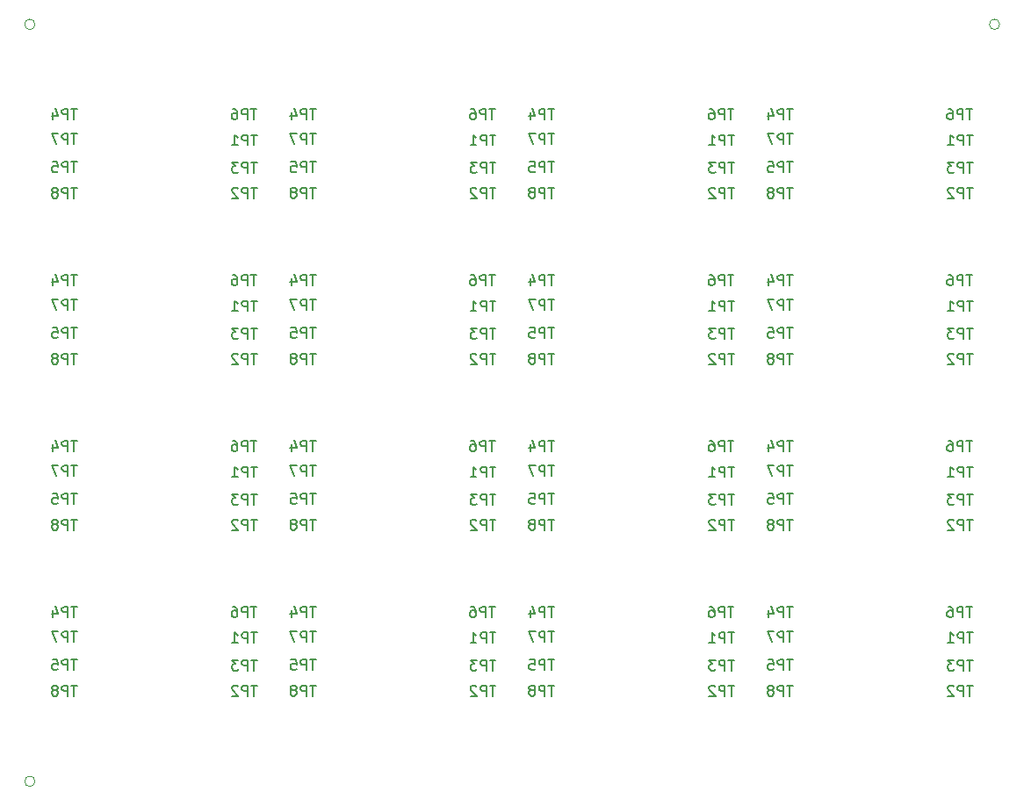
<source format=gbr>
%TF.GenerationSoftware,KiCad,Pcbnew,8.0.9-8.0.9-0~ubuntu24.04.1*%
%TF.CreationDate,2025-07-21T09:14:07-04:00*%
%TF.ProjectId,panel,70616e65-6c2e-46b6-9963-61645f706362,0.1.X*%
%TF.SameCoordinates,Original*%
%TF.FileFunction,AssemblyDrawing,Bot*%
%FSLAX46Y46*%
G04 Gerber Fmt 4.6, Leading zero omitted, Abs format (unit mm)*
G04 Created by KiCad (PCBNEW 8.0.9-8.0.9-0~ubuntu24.04.1) date 2025-07-21 09:14:07*
%MOMM*%
%LPD*%
G01*
G04 APERTURE LIST*
%ADD10C,0.150000*%
%ADD11C,0.050000*%
G04 APERTURE END LIST*
D10*
X32561904Y-63754819D02*
X31990476Y-63754819D01*
X32276190Y-64754819D02*
X32276190Y-63754819D01*
X31657142Y-64754819D02*
X31657142Y-63754819D01*
X31657142Y-63754819D02*
X31276190Y-63754819D01*
X31276190Y-63754819D02*
X31180952Y-63802438D01*
X31180952Y-63802438D02*
X31133333Y-63850057D01*
X31133333Y-63850057D02*
X31085714Y-63945295D01*
X31085714Y-63945295D02*
X31085714Y-64088152D01*
X31085714Y-64088152D02*
X31133333Y-64183390D01*
X31133333Y-64183390D02*
X31180952Y-64231009D01*
X31180952Y-64231009D02*
X31276190Y-64278628D01*
X31276190Y-64278628D02*
X31657142Y-64278628D01*
X30180952Y-63754819D02*
X30657142Y-63754819D01*
X30657142Y-63754819D02*
X30704761Y-64231009D01*
X30704761Y-64231009D02*
X30657142Y-64183390D01*
X30657142Y-64183390D02*
X30561904Y-64135771D01*
X30561904Y-64135771D02*
X30323809Y-64135771D01*
X30323809Y-64135771D02*
X30228571Y-64183390D01*
X30228571Y-64183390D02*
X30180952Y-64231009D01*
X30180952Y-64231009D02*
X30133333Y-64326247D01*
X30133333Y-64326247D02*
X30133333Y-64564342D01*
X30133333Y-64564342D02*
X30180952Y-64659580D01*
X30180952Y-64659580D02*
X30228571Y-64707200D01*
X30228571Y-64707200D02*
X30323809Y-64754819D01*
X30323809Y-64754819D02*
X30561904Y-64754819D01*
X30561904Y-64754819D02*
X30657142Y-64707200D01*
X30657142Y-64707200D02*
X30704761Y-64659580D01*
X49911904Y-31804819D02*
X49340476Y-31804819D01*
X49626190Y-32804819D02*
X49626190Y-31804819D01*
X49007142Y-32804819D02*
X49007142Y-31804819D01*
X49007142Y-31804819D02*
X48626190Y-31804819D01*
X48626190Y-31804819D02*
X48530952Y-31852438D01*
X48530952Y-31852438D02*
X48483333Y-31900057D01*
X48483333Y-31900057D02*
X48435714Y-31995295D01*
X48435714Y-31995295D02*
X48435714Y-32138152D01*
X48435714Y-32138152D02*
X48483333Y-32233390D01*
X48483333Y-32233390D02*
X48530952Y-32281009D01*
X48530952Y-32281009D02*
X48626190Y-32328628D01*
X48626190Y-32328628D02*
X49007142Y-32328628D01*
X48102380Y-31804819D02*
X47483333Y-31804819D01*
X47483333Y-31804819D02*
X47816666Y-32185771D01*
X47816666Y-32185771D02*
X47673809Y-32185771D01*
X47673809Y-32185771D02*
X47578571Y-32233390D01*
X47578571Y-32233390D02*
X47530952Y-32281009D01*
X47530952Y-32281009D02*
X47483333Y-32376247D01*
X47483333Y-32376247D02*
X47483333Y-32614342D01*
X47483333Y-32614342D02*
X47530952Y-32709580D01*
X47530952Y-32709580D02*
X47578571Y-32757200D01*
X47578571Y-32757200D02*
X47673809Y-32804819D01*
X47673809Y-32804819D02*
X47959523Y-32804819D01*
X47959523Y-32804819D02*
X48054761Y-32757200D01*
X48054761Y-32757200D02*
X48102380Y-32709580D01*
X32561904Y-29054819D02*
X31990476Y-29054819D01*
X32276190Y-30054819D02*
X32276190Y-29054819D01*
X31657142Y-30054819D02*
X31657142Y-29054819D01*
X31657142Y-29054819D02*
X31276190Y-29054819D01*
X31276190Y-29054819D02*
X31180952Y-29102438D01*
X31180952Y-29102438D02*
X31133333Y-29150057D01*
X31133333Y-29150057D02*
X31085714Y-29245295D01*
X31085714Y-29245295D02*
X31085714Y-29388152D01*
X31085714Y-29388152D02*
X31133333Y-29483390D01*
X31133333Y-29483390D02*
X31180952Y-29531009D01*
X31180952Y-29531009D02*
X31276190Y-29578628D01*
X31276190Y-29578628D02*
X31657142Y-29578628D01*
X30752380Y-29054819D02*
X30085714Y-29054819D01*
X30085714Y-29054819D02*
X30514285Y-30054819D01*
X9561904Y-50254819D02*
X8990476Y-50254819D01*
X9276190Y-51254819D02*
X9276190Y-50254819D01*
X8657142Y-51254819D02*
X8657142Y-50254819D01*
X8657142Y-50254819D02*
X8276190Y-50254819D01*
X8276190Y-50254819D02*
X8180952Y-50302438D01*
X8180952Y-50302438D02*
X8133333Y-50350057D01*
X8133333Y-50350057D02*
X8085714Y-50445295D01*
X8085714Y-50445295D02*
X8085714Y-50588152D01*
X8085714Y-50588152D02*
X8133333Y-50683390D01*
X8133333Y-50683390D02*
X8180952Y-50731009D01*
X8180952Y-50731009D02*
X8276190Y-50778628D01*
X8276190Y-50778628D02*
X8657142Y-50778628D01*
X7514285Y-50683390D02*
X7609523Y-50635771D01*
X7609523Y-50635771D02*
X7657142Y-50588152D01*
X7657142Y-50588152D02*
X7704761Y-50492914D01*
X7704761Y-50492914D02*
X7704761Y-50445295D01*
X7704761Y-50445295D02*
X7657142Y-50350057D01*
X7657142Y-50350057D02*
X7609523Y-50302438D01*
X7609523Y-50302438D02*
X7514285Y-50254819D01*
X7514285Y-50254819D02*
X7323809Y-50254819D01*
X7323809Y-50254819D02*
X7228571Y-50302438D01*
X7228571Y-50302438D02*
X7180952Y-50350057D01*
X7180952Y-50350057D02*
X7133333Y-50445295D01*
X7133333Y-50445295D02*
X7133333Y-50492914D01*
X7133333Y-50492914D02*
X7180952Y-50588152D01*
X7180952Y-50588152D02*
X7228571Y-50635771D01*
X7228571Y-50635771D02*
X7323809Y-50683390D01*
X7323809Y-50683390D02*
X7514285Y-50683390D01*
X7514285Y-50683390D02*
X7609523Y-50731009D01*
X7609523Y-50731009D02*
X7657142Y-50778628D01*
X7657142Y-50778628D02*
X7704761Y-50873866D01*
X7704761Y-50873866D02*
X7704761Y-51064342D01*
X7704761Y-51064342D02*
X7657142Y-51159580D01*
X7657142Y-51159580D02*
X7609523Y-51207200D01*
X7609523Y-51207200D02*
X7514285Y-51254819D01*
X7514285Y-51254819D02*
X7323809Y-51254819D01*
X7323809Y-51254819D02*
X7228571Y-51207200D01*
X7228571Y-51207200D02*
X7180952Y-51159580D01*
X7180952Y-51159580D02*
X7133333Y-51064342D01*
X7133333Y-51064342D02*
X7133333Y-50873866D01*
X7133333Y-50873866D02*
X7180952Y-50778628D01*
X7180952Y-50778628D02*
X7228571Y-50731009D01*
X7228571Y-50731009D02*
X7323809Y-50683390D01*
X55561904Y-31754819D02*
X54990476Y-31754819D01*
X55276190Y-32754819D02*
X55276190Y-31754819D01*
X54657142Y-32754819D02*
X54657142Y-31754819D01*
X54657142Y-31754819D02*
X54276190Y-31754819D01*
X54276190Y-31754819D02*
X54180952Y-31802438D01*
X54180952Y-31802438D02*
X54133333Y-31850057D01*
X54133333Y-31850057D02*
X54085714Y-31945295D01*
X54085714Y-31945295D02*
X54085714Y-32088152D01*
X54085714Y-32088152D02*
X54133333Y-32183390D01*
X54133333Y-32183390D02*
X54180952Y-32231009D01*
X54180952Y-32231009D02*
X54276190Y-32278628D01*
X54276190Y-32278628D02*
X54657142Y-32278628D01*
X53180952Y-31754819D02*
X53657142Y-31754819D01*
X53657142Y-31754819D02*
X53704761Y-32231009D01*
X53704761Y-32231009D02*
X53657142Y-32183390D01*
X53657142Y-32183390D02*
X53561904Y-32135771D01*
X53561904Y-32135771D02*
X53323809Y-32135771D01*
X53323809Y-32135771D02*
X53228571Y-32183390D01*
X53228571Y-32183390D02*
X53180952Y-32231009D01*
X53180952Y-32231009D02*
X53133333Y-32326247D01*
X53133333Y-32326247D02*
X53133333Y-32564342D01*
X53133333Y-32564342D02*
X53180952Y-32659580D01*
X53180952Y-32659580D02*
X53228571Y-32707200D01*
X53228571Y-32707200D02*
X53323809Y-32754819D01*
X53323809Y-32754819D02*
X53561904Y-32754819D01*
X53561904Y-32754819D02*
X53657142Y-32707200D01*
X53657142Y-32707200D02*
X53704761Y-32659580D01*
X9561904Y-42654819D02*
X8990476Y-42654819D01*
X9276190Y-43654819D02*
X9276190Y-42654819D01*
X8657142Y-43654819D02*
X8657142Y-42654819D01*
X8657142Y-42654819D02*
X8276190Y-42654819D01*
X8276190Y-42654819D02*
X8180952Y-42702438D01*
X8180952Y-42702438D02*
X8133333Y-42750057D01*
X8133333Y-42750057D02*
X8085714Y-42845295D01*
X8085714Y-42845295D02*
X8085714Y-42988152D01*
X8085714Y-42988152D02*
X8133333Y-43083390D01*
X8133333Y-43083390D02*
X8180952Y-43131009D01*
X8180952Y-43131009D02*
X8276190Y-43178628D01*
X8276190Y-43178628D02*
X8657142Y-43178628D01*
X7228571Y-42988152D02*
X7228571Y-43654819D01*
X7466666Y-42607200D02*
X7704761Y-43321485D01*
X7704761Y-43321485D02*
X7085714Y-43321485D01*
X55561904Y-13054819D02*
X54990476Y-13054819D01*
X55276190Y-14054819D02*
X55276190Y-13054819D01*
X54657142Y-14054819D02*
X54657142Y-13054819D01*
X54657142Y-13054819D02*
X54276190Y-13054819D01*
X54276190Y-13054819D02*
X54180952Y-13102438D01*
X54180952Y-13102438D02*
X54133333Y-13150057D01*
X54133333Y-13150057D02*
X54085714Y-13245295D01*
X54085714Y-13245295D02*
X54085714Y-13388152D01*
X54085714Y-13388152D02*
X54133333Y-13483390D01*
X54133333Y-13483390D02*
X54180952Y-13531009D01*
X54180952Y-13531009D02*
X54276190Y-13578628D01*
X54276190Y-13578628D02*
X54657142Y-13578628D01*
X53752380Y-13054819D02*
X53085714Y-13054819D01*
X53085714Y-13054819D02*
X53514285Y-14054819D01*
X72911904Y-61154819D02*
X72340476Y-61154819D01*
X72626190Y-62154819D02*
X72626190Y-61154819D01*
X72007142Y-62154819D02*
X72007142Y-61154819D01*
X72007142Y-61154819D02*
X71626190Y-61154819D01*
X71626190Y-61154819D02*
X71530952Y-61202438D01*
X71530952Y-61202438D02*
X71483333Y-61250057D01*
X71483333Y-61250057D02*
X71435714Y-61345295D01*
X71435714Y-61345295D02*
X71435714Y-61488152D01*
X71435714Y-61488152D02*
X71483333Y-61583390D01*
X71483333Y-61583390D02*
X71530952Y-61631009D01*
X71530952Y-61631009D02*
X71626190Y-61678628D01*
X71626190Y-61678628D02*
X72007142Y-61678628D01*
X70483333Y-62154819D02*
X71054761Y-62154819D01*
X70769047Y-62154819D02*
X70769047Y-61154819D01*
X70769047Y-61154819D02*
X70864285Y-61297676D01*
X70864285Y-61297676D02*
X70959523Y-61392914D01*
X70959523Y-61392914D02*
X71054761Y-61440533D01*
X9561904Y-34254819D02*
X8990476Y-34254819D01*
X9276190Y-35254819D02*
X9276190Y-34254819D01*
X8657142Y-35254819D02*
X8657142Y-34254819D01*
X8657142Y-34254819D02*
X8276190Y-34254819D01*
X8276190Y-34254819D02*
X8180952Y-34302438D01*
X8180952Y-34302438D02*
X8133333Y-34350057D01*
X8133333Y-34350057D02*
X8085714Y-34445295D01*
X8085714Y-34445295D02*
X8085714Y-34588152D01*
X8085714Y-34588152D02*
X8133333Y-34683390D01*
X8133333Y-34683390D02*
X8180952Y-34731009D01*
X8180952Y-34731009D02*
X8276190Y-34778628D01*
X8276190Y-34778628D02*
X8657142Y-34778628D01*
X7514285Y-34683390D02*
X7609523Y-34635771D01*
X7609523Y-34635771D02*
X7657142Y-34588152D01*
X7657142Y-34588152D02*
X7704761Y-34492914D01*
X7704761Y-34492914D02*
X7704761Y-34445295D01*
X7704761Y-34445295D02*
X7657142Y-34350057D01*
X7657142Y-34350057D02*
X7609523Y-34302438D01*
X7609523Y-34302438D02*
X7514285Y-34254819D01*
X7514285Y-34254819D02*
X7323809Y-34254819D01*
X7323809Y-34254819D02*
X7228571Y-34302438D01*
X7228571Y-34302438D02*
X7180952Y-34350057D01*
X7180952Y-34350057D02*
X7133333Y-34445295D01*
X7133333Y-34445295D02*
X7133333Y-34492914D01*
X7133333Y-34492914D02*
X7180952Y-34588152D01*
X7180952Y-34588152D02*
X7228571Y-34635771D01*
X7228571Y-34635771D02*
X7323809Y-34683390D01*
X7323809Y-34683390D02*
X7514285Y-34683390D01*
X7514285Y-34683390D02*
X7609523Y-34731009D01*
X7609523Y-34731009D02*
X7657142Y-34778628D01*
X7657142Y-34778628D02*
X7704761Y-34873866D01*
X7704761Y-34873866D02*
X7704761Y-35064342D01*
X7704761Y-35064342D02*
X7657142Y-35159580D01*
X7657142Y-35159580D02*
X7609523Y-35207200D01*
X7609523Y-35207200D02*
X7514285Y-35254819D01*
X7514285Y-35254819D02*
X7323809Y-35254819D01*
X7323809Y-35254819D02*
X7228571Y-35207200D01*
X7228571Y-35207200D02*
X7180952Y-35159580D01*
X7180952Y-35159580D02*
X7133333Y-35064342D01*
X7133333Y-35064342D02*
X7133333Y-34873866D01*
X7133333Y-34873866D02*
X7180952Y-34778628D01*
X7180952Y-34778628D02*
X7228571Y-34731009D01*
X7228571Y-34731009D02*
X7323809Y-34683390D01*
X72911904Y-29154819D02*
X72340476Y-29154819D01*
X72626190Y-30154819D02*
X72626190Y-29154819D01*
X72007142Y-30154819D02*
X72007142Y-29154819D01*
X72007142Y-29154819D02*
X71626190Y-29154819D01*
X71626190Y-29154819D02*
X71530952Y-29202438D01*
X71530952Y-29202438D02*
X71483333Y-29250057D01*
X71483333Y-29250057D02*
X71435714Y-29345295D01*
X71435714Y-29345295D02*
X71435714Y-29488152D01*
X71435714Y-29488152D02*
X71483333Y-29583390D01*
X71483333Y-29583390D02*
X71530952Y-29631009D01*
X71530952Y-29631009D02*
X71626190Y-29678628D01*
X71626190Y-29678628D02*
X72007142Y-29678628D01*
X70483333Y-30154819D02*
X71054761Y-30154819D01*
X70769047Y-30154819D02*
X70769047Y-29154819D01*
X70769047Y-29154819D02*
X70864285Y-29297676D01*
X70864285Y-29297676D02*
X70959523Y-29392914D01*
X70959523Y-29392914D02*
X71054761Y-29440533D01*
X32561904Y-61054819D02*
X31990476Y-61054819D01*
X32276190Y-62054819D02*
X32276190Y-61054819D01*
X31657142Y-62054819D02*
X31657142Y-61054819D01*
X31657142Y-61054819D02*
X31276190Y-61054819D01*
X31276190Y-61054819D02*
X31180952Y-61102438D01*
X31180952Y-61102438D02*
X31133333Y-61150057D01*
X31133333Y-61150057D02*
X31085714Y-61245295D01*
X31085714Y-61245295D02*
X31085714Y-61388152D01*
X31085714Y-61388152D02*
X31133333Y-61483390D01*
X31133333Y-61483390D02*
X31180952Y-61531009D01*
X31180952Y-61531009D02*
X31276190Y-61578628D01*
X31276190Y-61578628D02*
X31657142Y-61578628D01*
X30752380Y-61054819D02*
X30085714Y-61054819D01*
X30085714Y-61054819D02*
X30514285Y-62054819D01*
X72911904Y-15804819D02*
X72340476Y-15804819D01*
X72626190Y-16804819D02*
X72626190Y-15804819D01*
X72007142Y-16804819D02*
X72007142Y-15804819D01*
X72007142Y-15804819D02*
X71626190Y-15804819D01*
X71626190Y-15804819D02*
X71530952Y-15852438D01*
X71530952Y-15852438D02*
X71483333Y-15900057D01*
X71483333Y-15900057D02*
X71435714Y-15995295D01*
X71435714Y-15995295D02*
X71435714Y-16138152D01*
X71435714Y-16138152D02*
X71483333Y-16233390D01*
X71483333Y-16233390D02*
X71530952Y-16281009D01*
X71530952Y-16281009D02*
X71626190Y-16328628D01*
X71626190Y-16328628D02*
X72007142Y-16328628D01*
X71102380Y-15804819D02*
X70483333Y-15804819D01*
X70483333Y-15804819D02*
X70816666Y-16185771D01*
X70816666Y-16185771D02*
X70673809Y-16185771D01*
X70673809Y-16185771D02*
X70578571Y-16233390D01*
X70578571Y-16233390D02*
X70530952Y-16281009D01*
X70530952Y-16281009D02*
X70483333Y-16376247D01*
X70483333Y-16376247D02*
X70483333Y-16614342D01*
X70483333Y-16614342D02*
X70530952Y-16709580D01*
X70530952Y-16709580D02*
X70578571Y-16757200D01*
X70578571Y-16757200D02*
X70673809Y-16804819D01*
X70673809Y-16804819D02*
X70959523Y-16804819D01*
X70959523Y-16804819D02*
X71054761Y-16757200D01*
X71054761Y-16757200D02*
X71102380Y-16709580D01*
X26911904Y-29154819D02*
X26340476Y-29154819D01*
X26626190Y-30154819D02*
X26626190Y-29154819D01*
X26007142Y-30154819D02*
X26007142Y-29154819D01*
X26007142Y-29154819D02*
X25626190Y-29154819D01*
X25626190Y-29154819D02*
X25530952Y-29202438D01*
X25530952Y-29202438D02*
X25483333Y-29250057D01*
X25483333Y-29250057D02*
X25435714Y-29345295D01*
X25435714Y-29345295D02*
X25435714Y-29488152D01*
X25435714Y-29488152D02*
X25483333Y-29583390D01*
X25483333Y-29583390D02*
X25530952Y-29631009D01*
X25530952Y-29631009D02*
X25626190Y-29678628D01*
X25626190Y-29678628D02*
X26007142Y-29678628D01*
X24483333Y-30154819D02*
X25054761Y-30154819D01*
X24769047Y-30154819D02*
X24769047Y-29154819D01*
X24769047Y-29154819D02*
X24864285Y-29297676D01*
X24864285Y-29297676D02*
X24959523Y-29392914D01*
X24959523Y-29392914D02*
X25054761Y-29440533D01*
X95911904Y-34254819D02*
X95340476Y-34254819D01*
X95626190Y-35254819D02*
X95626190Y-34254819D01*
X95007142Y-35254819D02*
X95007142Y-34254819D01*
X95007142Y-34254819D02*
X94626190Y-34254819D01*
X94626190Y-34254819D02*
X94530952Y-34302438D01*
X94530952Y-34302438D02*
X94483333Y-34350057D01*
X94483333Y-34350057D02*
X94435714Y-34445295D01*
X94435714Y-34445295D02*
X94435714Y-34588152D01*
X94435714Y-34588152D02*
X94483333Y-34683390D01*
X94483333Y-34683390D02*
X94530952Y-34731009D01*
X94530952Y-34731009D02*
X94626190Y-34778628D01*
X94626190Y-34778628D02*
X95007142Y-34778628D01*
X94054761Y-34350057D02*
X94007142Y-34302438D01*
X94007142Y-34302438D02*
X93911904Y-34254819D01*
X93911904Y-34254819D02*
X93673809Y-34254819D01*
X93673809Y-34254819D02*
X93578571Y-34302438D01*
X93578571Y-34302438D02*
X93530952Y-34350057D01*
X93530952Y-34350057D02*
X93483333Y-34445295D01*
X93483333Y-34445295D02*
X93483333Y-34540533D01*
X93483333Y-34540533D02*
X93530952Y-34683390D01*
X93530952Y-34683390D02*
X94102380Y-35254819D01*
X94102380Y-35254819D02*
X93483333Y-35254819D01*
X32561904Y-58654819D02*
X31990476Y-58654819D01*
X32276190Y-59654819D02*
X32276190Y-58654819D01*
X31657142Y-59654819D02*
X31657142Y-58654819D01*
X31657142Y-58654819D02*
X31276190Y-58654819D01*
X31276190Y-58654819D02*
X31180952Y-58702438D01*
X31180952Y-58702438D02*
X31133333Y-58750057D01*
X31133333Y-58750057D02*
X31085714Y-58845295D01*
X31085714Y-58845295D02*
X31085714Y-58988152D01*
X31085714Y-58988152D02*
X31133333Y-59083390D01*
X31133333Y-59083390D02*
X31180952Y-59131009D01*
X31180952Y-59131009D02*
X31276190Y-59178628D01*
X31276190Y-59178628D02*
X31657142Y-59178628D01*
X30228571Y-58988152D02*
X30228571Y-59654819D01*
X30466666Y-58607200D02*
X30704761Y-59321485D01*
X30704761Y-59321485D02*
X30085714Y-59321485D01*
X9561904Y-13054819D02*
X8990476Y-13054819D01*
X9276190Y-14054819D02*
X9276190Y-13054819D01*
X8657142Y-14054819D02*
X8657142Y-13054819D01*
X8657142Y-13054819D02*
X8276190Y-13054819D01*
X8276190Y-13054819D02*
X8180952Y-13102438D01*
X8180952Y-13102438D02*
X8133333Y-13150057D01*
X8133333Y-13150057D02*
X8085714Y-13245295D01*
X8085714Y-13245295D02*
X8085714Y-13388152D01*
X8085714Y-13388152D02*
X8133333Y-13483390D01*
X8133333Y-13483390D02*
X8180952Y-13531009D01*
X8180952Y-13531009D02*
X8276190Y-13578628D01*
X8276190Y-13578628D02*
X8657142Y-13578628D01*
X7752380Y-13054819D02*
X7085714Y-13054819D01*
X7085714Y-13054819D02*
X7514285Y-14054819D01*
X32561904Y-42654819D02*
X31990476Y-42654819D01*
X32276190Y-43654819D02*
X32276190Y-42654819D01*
X31657142Y-43654819D02*
X31657142Y-42654819D01*
X31657142Y-42654819D02*
X31276190Y-42654819D01*
X31276190Y-42654819D02*
X31180952Y-42702438D01*
X31180952Y-42702438D02*
X31133333Y-42750057D01*
X31133333Y-42750057D02*
X31085714Y-42845295D01*
X31085714Y-42845295D02*
X31085714Y-42988152D01*
X31085714Y-42988152D02*
X31133333Y-43083390D01*
X31133333Y-43083390D02*
X31180952Y-43131009D01*
X31180952Y-43131009D02*
X31276190Y-43178628D01*
X31276190Y-43178628D02*
X31657142Y-43178628D01*
X30228571Y-42988152D02*
X30228571Y-43654819D01*
X30466666Y-42607200D02*
X30704761Y-43321485D01*
X30704761Y-43321485D02*
X30085714Y-43321485D01*
X32561904Y-50254819D02*
X31990476Y-50254819D01*
X32276190Y-51254819D02*
X32276190Y-50254819D01*
X31657142Y-51254819D02*
X31657142Y-50254819D01*
X31657142Y-50254819D02*
X31276190Y-50254819D01*
X31276190Y-50254819D02*
X31180952Y-50302438D01*
X31180952Y-50302438D02*
X31133333Y-50350057D01*
X31133333Y-50350057D02*
X31085714Y-50445295D01*
X31085714Y-50445295D02*
X31085714Y-50588152D01*
X31085714Y-50588152D02*
X31133333Y-50683390D01*
X31133333Y-50683390D02*
X31180952Y-50731009D01*
X31180952Y-50731009D02*
X31276190Y-50778628D01*
X31276190Y-50778628D02*
X31657142Y-50778628D01*
X30514285Y-50683390D02*
X30609523Y-50635771D01*
X30609523Y-50635771D02*
X30657142Y-50588152D01*
X30657142Y-50588152D02*
X30704761Y-50492914D01*
X30704761Y-50492914D02*
X30704761Y-50445295D01*
X30704761Y-50445295D02*
X30657142Y-50350057D01*
X30657142Y-50350057D02*
X30609523Y-50302438D01*
X30609523Y-50302438D02*
X30514285Y-50254819D01*
X30514285Y-50254819D02*
X30323809Y-50254819D01*
X30323809Y-50254819D02*
X30228571Y-50302438D01*
X30228571Y-50302438D02*
X30180952Y-50350057D01*
X30180952Y-50350057D02*
X30133333Y-50445295D01*
X30133333Y-50445295D02*
X30133333Y-50492914D01*
X30133333Y-50492914D02*
X30180952Y-50588152D01*
X30180952Y-50588152D02*
X30228571Y-50635771D01*
X30228571Y-50635771D02*
X30323809Y-50683390D01*
X30323809Y-50683390D02*
X30514285Y-50683390D01*
X30514285Y-50683390D02*
X30609523Y-50731009D01*
X30609523Y-50731009D02*
X30657142Y-50778628D01*
X30657142Y-50778628D02*
X30704761Y-50873866D01*
X30704761Y-50873866D02*
X30704761Y-51064342D01*
X30704761Y-51064342D02*
X30657142Y-51159580D01*
X30657142Y-51159580D02*
X30609523Y-51207200D01*
X30609523Y-51207200D02*
X30514285Y-51254819D01*
X30514285Y-51254819D02*
X30323809Y-51254819D01*
X30323809Y-51254819D02*
X30228571Y-51207200D01*
X30228571Y-51207200D02*
X30180952Y-51159580D01*
X30180952Y-51159580D02*
X30133333Y-51064342D01*
X30133333Y-51064342D02*
X30133333Y-50873866D01*
X30133333Y-50873866D02*
X30180952Y-50778628D01*
X30180952Y-50778628D02*
X30228571Y-50731009D01*
X30228571Y-50731009D02*
X30323809Y-50683390D01*
X78561904Y-29054819D02*
X77990476Y-29054819D01*
X78276190Y-30054819D02*
X78276190Y-29054819D01*
X77657142Y-30054819D02*
X77657142Y-29054819D01*
X77657142Y-29054819D02*
X77276190Y-29054819D01*
X77276190Y-29054819D02*
X77180952Y-29102438D01*
X77180952Y-29102438D02*
X77133333Y-29150057D01*
X77133333Y-29150057D02*
X77085714Y-29245295D01*
X77085714Y-29245295D02*
X77085714Y-29388152D01*
X77085714Y-29388152D02*
X77133333Y-29483390D01*
X77133333Y-29483390D02*
X77180952Y-29531009D01*
X77180952Y-29531009D02*
X77276190Y-29578628D01*
X77276190Y-29578628D02*
X77657142Y-29578628D01*
X76752380Y-29054819D02*
X76085714Y-29054819D01*
X76085714Y-29054819D02*
X76514285Y-30054819D01*
X49861904Y-26654819D02*
X49290476Y-26654819D01*
X49576190Y-27654819D02*
X49576190Y-26654819D01*
X48957142Y-27654819D02*
X48957142Y-26654819D01*
X48957142Y-26654819D02*
X48576190Y-26654819D01*
X48576190Y-26654819D02*
X48480952Y-26702438D01*
X48480952Y-26702438D02*
X48433333Y-26750057D01*
X48433333Y-26750057D02*
X48385714Y-26845295D01*
X48385714Y-26845295D02*
X48385714Y-26988152D01*
X48385714Y-26988152D02*
X48433333Y-27083390D01*
X48433333Y-27083390D02*
X48480952Y-27131009D01*
X48480952Y-27131009D02*
X48576190Y-27178628D01*
X48576190Y-27178628D02*
X48957142Y-27178628D01*
X47528571Y-26654819D02*
X47719047Y-26654819D01*
X47719047Y-26654819D02*
X47814285Y-26702438D01*
X47814285Y-26702438D02*
X47861904Y-26750057D01*
X47861904Y-26750057D02*
X47957142Y-26892914D01*
X47957142Y-26892914D02*
X48004761Y-27083390D01*
X48004761Y-27083390D02*
X48004761Y-27464342D01*
X48004761Y-27464342D02*
X47957142Y-27559580D01*
X47957142Y-27559580D02*
X47909523Y-27607200D01*
X47909523Y-27607200D02*
X47814285Y-27654819D01*
X47814285Y-27654819D02*
X47623809Y-27654819D01*
X47623809Y-27654819D02*
X47528571Y-27607200D01*
X47528571Y-27607200D02*
X47480952Y-27559580D01*
X47480952Y-27559580D02*
X47433333Y-27464342D01*
X47433333Y-27464342D02*
X47433333Y-27226247D01*
X47433333Y-27226247D02*
X47480952Y-27131009D01*
X47480952Y-27131009D02*
X47528571Y-27083390D01*
X47528571Y-27083390D02*
X47623809Y-27035771D01*
X47623809Y-27035771D02*
X47814285Y-27035771D01*
X47814285Y-27035771D02*
X47909523Y-27083390D01*
X47909523Y-27083390D02*
X47957142Y-27131009D01*
X47957142Y-27131009D02*
X48004761Y-27226247D01*
X72911904Y-45154819D02*
X72340476Y-45154819D01*
X72626190Y-46154819D02*
X72626190Y-45154819D01*
X72007142Y-46154819D02*
X72007142Y-45154819D01*
X72007142Y-45154819D02*
X71626190Y-45154819D01*
X71626190Y-45154819D02*
X71530952Y-45202438D01*
X71530952Y-45202438D02*
X71483333Y-45250057D01*
X71483333Y-45250057D02*
X71435714Y-45345295D01*
X71435714Y-45345295D02*
X71435714Y-45488152D01*
X71435714Y-45488152D02*
X71483333Y-45583390D01*
X71483333Y-45583390D02*
X71530952Y-45631009D01*
X71530952Y-45631009D02*
X71626190Y-45678628D01*
X71626190Y-45678628D02*
X72007142Y-45678628D01*
X70483333Y-46154819D02*
X71054761Y-46154819D01*
X70769047Y-46154819D02*
X70769047Y-45154819D01*
X70769047Y-45154819D02*
X70864285Y-45297676D01*
X70864285Y-45297676D02*
X70959523Y-45392914D01*
X70959523Y-45392914D02*
X71054761Y-45440533D01*
X9561904Y-10654819D02*
X8990476Y-10654819D01*
X9276190Y-11654819D02*
X9276190Y-10654819D01*
X8657142Y-11654819D02*
X8657142Y-10654819D01*
X8657142Y-10654819D02*
X8276190Y-10654819D01*
X8276190Y-10654819D02*
X8180952Y-10702438D01*
X8180952Y-10702438D02*
X8133333Y-10750057D01*
X8133333Y-10750057D02*
X8085714Y-10845295D01*
X8085714Y-10845295D02*
X8085714Y-10988152D01*
X8085714Y-10988152D02*
X8133333Y-11083390D01*
X8133333Y-11083390D02*
X8180952Y-11131009D01*
X8180952Y-11131009D02*
X8276190Y-11178628D01*
X8276190Y-11178628D02*
X8657142Y-11178628D01*
X7228571Y-10988152D02*
X7228571Y-11654819D01*
X7466666Y-10607200D02*
X7704761Y-11321485D01*
X7704761Y-11321485D02*
X7085714Y-11321485D01*
X32561904Y-15754819D02*
X31990476Y-15754819D01*
X32276190Y-16754819D02*
X32276190Y-15754819D01*
X31657142Y-16754819D02*
X31657142Y-15754819D01*
X31657142Y-15754819D02*
X31276190Y-15754819D01*
X31276190Y-15754819D02*
X31180952Y-15802438D01*
X31180952Y-15802438D02*
X31133333Y-15850057D01*
X31133333Y-15850057D02*
X31085714Y-15945295D01*
X31085714Y-15945295D02*
X31085714Y-16088152D01*
X31085714Y-16088152D02*
X31133333Y-16183390D01*
X31133333Y-16183390D02*
X31180952Y-16231009D01*
X31180952Y-16231009D02*
X31276190Y-16278628D01*
X31276190Y-16278628D02*
X31657142Y-16278628D01*
X30180952Y-15754819D02*
X30657142Y-15754819D01*
X30657142Y-15754819D02*
X30704761Y-16231009D01*
X30704761Y-16231009D02*
X30657142Y-16183390D01*
X30657142Y-16183390D02*
X30561904Y-16135771D01*
X30561904Y-16135771D02*
X30323809Y-16135771D01*
X30323809Y-16135771D02*
X30228571Y-16183390D01*
X30228571Y-16183390D02*
X30180952Y-16231009D01*
X30180952Y-16231009D02*
X30133333Y-16326247D01*
X30133333Y-16326247D02*
X30133333Y-16564342D01*
X30133333Y-16564342D02*
X30180952Y-16659580D01*
X30180952Y-16659580D02*
X30228571Y-16707200D01*
X30228571Y-16707200D02*
X30323809Y-16754819D01*
X30323809Y-16754819D02*
X30561904Y-16754819D01*
X30561904Y-16754819D02*
X30657142Y-16707200D01*
X30657142Y-16707200D02*
X30704761Y-16659580D01*
X95911904Y-45154819D02*
X95340476Y-45154819D01*
X95626190Y-46154819D02*
X95626190Y-45154819D01*
X95007142Y-46154819D02*
X95007142Y-45154819D01*
X95007142Y-45154819D02*
X94626190Y-45154819D01*
X94626190Y-45154819D02*
X94530952Y-45202438D01*
X94530952Y-45202438D02*
X94483333Y-45250057D01*
X94483333Y-45250057D02*
X94435714Y-45345295D01*
X94435714Y-45345295D02*
X94435714Y-45488152D01*
X94435714Y-45488152D02*
X94483333Y-45583390D01*
X94483333Y-45583390D02*
X94530952Y-45631009D01*
X94530952Y-45631009D02*
X94626190Y-45678628D01*
X94626190Y-45678628D02*
X95007142Y-45678628D01*
X93483333Y-46154819D02*
X94054761Y-46154819D01*
X93769047Y-46154819D02*
X93769047Y-45154819D01*
X93769047Y-45154819D02*
X93864285Y-45297676D01*
X93864285Y-45297676D02*
X93959523Y-45392914D01*
X93959523Y-45392914D02*
X94054761Y-45440533D01*
X72911904Y-31804819D02*
X72340476Y-31804819D01*
X72626190Y-32804819D02*
X72626190Y-31804819D01*
X72007142Y-32804819D02*
X72007142Y-31804819D01*
X72007142Y-31804819D02*
X71626190Y-31804819D01*
X71626190Y-31804819D02*
X71530952Y-31852438D01*
X71530952Y-31852438D02*
X71483333Y-31900057D01*
X71483333Y-31900057D02*
X71435714Y-31995295D01*
X71435714Y-31995295D02*
X71435714Y-32138152D01*
X71435714Y-32138152D02*
X71483333Y-32233390D01*
X71483333Y-32233390D02*
X71530952Y-32281009D01*
X71530952Y-32281009D02*
X71626190Y-32328628D01*
X71626190Y-32328628D02*
X72007142Y-32328628D01*
X71102380Y-31804819D02*
X70483333Y-31804819D01*
X70483333Y-31804819D02*
X70816666Y-32185771D01*
X70816666Y-32185771D02*
X70673809Y-32185771D01*
X70673809Y-32185771D02*
X70578571Y-32233390D01*
X70578571Y-32233390D02*
X70530952Y-32281009D01*
X70530952Y-32281009D02*
X70483333Y-32376247D01*
X70483333Y-32376247D02*
X70483333Y-32614342D01*
X70483333Y-32614342D02*
X70530952Y-32709580D01*
X70530952Y-32709580D02*
X70578571Y-32757200D01*
X70578571Y-32757200D02*
X70673809Y-32804819D01*
X70673809Y-32804819D02*
X70959523Y-32804819D01*
X70959523Y-32804819D02*
X71054761Y-32757200D01*
X71054761Y-32757200D02*
X71102380Y-32709580D01*
X32561904Y-26654819D02*
X31990476Y-26654819D01*
X32276190Y-27654819D02*
X32276190Y-26654819D01*
X31657142Y-27654819D02*
X31657142Y-26654819D01*
X31657142Y-26654819D02*
X31276190Y-26654819D01*
X31276190Y-26654819D02*
X31180952Y-26702438D01*
X31180952Y-26702438D02*
X31133333Y-26750057D01*
X31133333Y-26750057D02*
X31085714Y-26845295D01*
X31085714Y-26845295D02*
X31085714Y-26988152D01*
X31085714Y-26988152D02*
X31133333Y-27083390D01*
X31133333Y-27083390D02*
X31180952Y-27131009D01*
X31180952Y-27131009D02*
X31276190Y-27178628D01*
X31276190Y-27178628D02*
X31657142Y-27178628D01*
X30228571Y-26988152D02*
X30228571Y-27654819D01*
X30466666Y-26607200D02*
X30704761Y-27321485D01*
X30704761Y-27321485D02*
X30085714Y-27321485D01*
X55561904Y-58654819D02*
X54990476Y-58654819D01*
X55276190Y-59654819D02*
X55276190Y-58654819D01*
X54657142Y-59654819D02*
X54657142Y-58654819D01*
X54657142Y-58654819D02*
X54276190Y-58654819D01*
X54276190Y-58654819D02*
X54180952Y-58702438D01*
X54180952Y-58702438D02*
X54133333Y-58750057D01*
X54133333Y-58750057D02*
X54085714Y-58845295D01*
X54085714Y-58845295D02*
X54085714Y-58988152D01*
X54085714Y-58988152D02*
X54133333Y-59083390D01*
X54133333Y-59083390D02*
X54180952Y-59131009D01*
X54180952Y-59131009D02*
X54276190Y-59178628D01*
X54276190Y-59178628D02*
X54657142Y-59178628D01*
X53228571Y-58988152D02*
X53228571Y-59654819D01*
X53466666Y-58607200D02*
X53704761Y-59321485D01*
X53704761Y-59321485D02*
X53085714Y-59321485D01*
X49911904Y-66254819D02*
X49340476Y-66254819D01*
X49626190Y-67254819D02*
X49626190Y-66254819D01*
X49007142Y-67254819D02*
X49007142Y-66254819D01*
X49007142Y-66254819D02*
X48626190Y-66254819D01*
X48626190Y-66254819D02*
X48530952Y-66302438D01*
X48530952Y-66302438D02*
X48483333Y-66350057D01*
X48483333Y-66350057D02*
X48435714Y-66445295D01*
X48435714Y-66445295D02*
X48435714Y-66588152D01*
X48435714Y-66588152D02*
X48483333Y-66683390D01*
X48483333Y-66683390D02*
X48530952Y-66731009D01*
X48530952Y-66731009D02*
X48626190Y-66778628D01*
X48626190Y-66778628D02*
X49007142Y-66778628D01*
X48054761Y-66350057D02*
X48007142Y-66302438D01*
X48007142Y-66302438D02*
X47911904Y-66254819D01*
X47911904Y-66254819D02*
X47673809Y-66254819D01*
X47673809Y-66254819D02*
X47578571Y-66302438D01*
X47578571Y-66302438D02*
X47530952Y-66350057D01*
X47530952Y-66350057D02*
X47483333Y-66445295D01*
X47483333Y-66445295D02*
X47483333Y-66540533D01*
X47483333Y-66540533D02*
X47530952Y-66683390D01*
X47530952Y-66683390D02*
X48102380Y-67254819D01*
X48102380Y-67254819D02*
X47483333Y-67254819D01*
X9561904Y-58654819D02*
X8990476Y-58654819D01*
X9276190Y-59654819D02*
X9276190Y-58654819D01*
X8657142Y-59654819D02*
X8657142Y-58654819D01*
X8657142Y-58654819D02*
X8276190Y-58654819D01*
X8276190Y-58654819D02*
X8180952Y-58702438D01*
X8180952Y-58702438D02*
X8133333Y-58750057D01*
X8133333Y-58750057D02*
X8085714Y-58845295D01*
X8085714Y-58845295D02*
X8085714Y-58988152D01*
X8085714Y-58988152D02*
X8133333Y-59083390D01*
X8133333Y-59083390D02*
X8180952Y-59131009D01*
X8180952Y-59131009D02*
X8276190Y-59178628D01*
X8276190Y-59178628D02*
X8657142Y-59178628D01*
X7228571Y-58988152D02*
X7228571Y-59654819D01*
X7466666Y-58607200D02*
X7704761Y-59321485D01*
X7704761Y-59321485D02*
X7085714Y-59321485D01*
X95861904Y-26654819D02*
X95290476Y-26654819D01*
X95576190Y-27654819D02*
X95576190Y-26654819D01*
X94957142Y-27654819D02*
X94957142Y-26654819D01*
X94957142Y-26654819D02*
X94576190Y-26654819D01*
X94576190Y-26654819D02*
X94480952Y-26702438D01*
X94480952Y-26702438D02*
X94433333Y-26750057D01*
X94433333Y-26750057D02*
X94385714Y-26845295D01*
X94385714Y-26845295D02*
X94385714Y-26988152D01*
X94385714Y-26988152D02*
X94433333Y-27083390D01*
X94433333Y-27083390D02*
X94480952Y-27131009D01*
X94480952Y-27131009D02*
X94576190Y-27178628D01*
X94576190Y-27178628D02*
X94957142Y-27178628D01*
X93528571Y-26654819D02*
X93719047Y-26654819D01*
X93719047Y-26654819D02*
X93814285Y-26702438D01*
X93814285Y-26702438D02*
X93861904Y-26750057D01*
X93861904Y-26750057D02*
X93957142Y-26892914D01*
X93957142Y-26892914D02*
X94004761Y-27083390D01*
X94004761Y-27083390D02*
X94004761Y-27464342D01*
X94004761Y-27464342D02*
X93957142Y-27559580D01*
X93957142Y-27559580D02*
X93909523Y-27607200D01*
X93909523Y-27607200D02*
X93814285Y-27654819D01*
X93814285Y-27654819D02*
X93623809Y-27654819D01*
X93623809Y-27654819D02*
X93528571Y-27607200D01*
X93528571Y-27607200D02*
X93480952Y-27559580D01*
X93480952Y-27559580D02*
X93433333Y-27464342D01*
X93433333Y-27464342D02*
X93433333Y-27226247D01*
X93433333Y-27226247D02*
X93480952Y-27131009D01*
X93480952Y-27131009D02*
X93528571Y-27083390D01*
X93528571Y-27083390D02*
X93623809Y-27035771D01*
X93623809Y-27035771D02*
X93814285Y-27035771D01*
X93814285Y-27035771D02*
X93909523Y-27083390D01*
X93909523Y-27083390D02*
X93957142Y-27131009D01*
X93957142Y-27131009D02*
X94004761Y-27226247D01*
X49861904Y-10654819D02*
X49290476Y-10654819D01*
X49576190Y-11654819D02*
X49576190Y-10654819D01*
X48957142Y-11654819D02*
X48957142Y-10654819D01*
X48957142Y-10654819D02*
X48576190Y-10654819D01*
X48576190Y-10654819D02*
X48480952Y-10702438D01*
X48480952Y-10702438D02*
X48433333Y-10750057D01*
X48433333Y-10750057D02*
X48385714Y-10845295D01*
X48385714Y-10845295D02*
X48385714Y-10988152D01*
X48385714Y-10988152D02*
X48433333Y-11083390D01*
X48433333Y-11083390D02*
X48480952Y-11131009D01*
X48480952Y-11131009D02*
X48576190Y-11178628D01*
X48576190Y-11178628D02*
X48957142Y-11178628D01*
X47528571Y-10654819D02*
X47719047Y-10654819D01*
X47719047Y-10654819D02*
X47814285Y-10702438D01*
X47814285Y-10702438D02*
X47861904Y-10750057D01*
X47861904Y-10750057D02*
X47957142Y-10892914D01*
X47957142Y-10892914D02*
X48004761Y-11083390D01*
X48004761Y-11083390D02*
X48004761Y-11464342D01*
X48004761Y-11464342D02*
X47957142Y-11559580D01*
X47957142Y-11559580D02*
X47909523Y-11607200D01*
X47909523Y-11607200D02*
X47814285Y-11654819D01*
X47814285Y-11654819D02*
X47623809Y-11654819D01*
X47623809Y-11654819D02*
X47528571Y-11607200D01*
X47528571Y-11607200D02*
X47480952Y-11559580D01*
X47480952Y-11559580D02*
X47433333Y-11464342D01*
X47433333Y-11464342D02*
X47433333Y-11226247D01*
X47433333Y-11226247D02*
X47480952Y-11131009D01*
X47480952Y-11131009D02*
X47528571Y-11083390D01*
X47528571Y-11083390D02*
X47623809Y-11035771D01*
X47623809Y-11035771D02*
X47814285Y-11035771D01*
X47814285Y-11035771D02*
X47909523Y-11083390D01*
X47909523Y-11083390D02*
X47957142Y-11131009D01*
X47957142Y-11131009D02*
X48004761Y-11226247D01*
X26911904Y-31804819D02*
X26340476Y-31804819D01*
X26626190Y-32804819D02*
X26626190Y-31804819D01*
X26007142Y-32804819D02*
X26007142Y-31804819D01*
X26007142Y-31804819D02*
X25626190Y-31804819D01*
X25626190Y-31804819D02*
X25530952Y-31852438D01*
X25530952Y-31852438D02*
X25483333Y-31900057D01*
X25483333Y-31900057D02*
X25435714Y-31995295D01*
X25435714Y-31995295D02*
X25435714Y-32138152D01*
X25435714Y-32138152D02*
X25483333Y-32233390D01*
X25483333Y-32233390D02*
X25530952Y-32281009D01*
X25530952Y-32281009D02*
X25626190Y-32328628D01*
X25626190Y-32328628D02*
X26007142Y-32328628D01*
X25102380Y-31804819D02*
X24483333Y-31804819D01*
X24483333Y-31804819D02*
X24816666Y-32185771D01*
X24816666Y-32185771D02*
X24673809Y-32185771D01*
X24673809Y-32185771D02*
X24578571Y-32233390D01*
X24578571Y-32233390D02*
X24530952Y-32281009D01*
X24530952Y-32281009D02*
X24483333Y-32376247D01*
X24483333Y-32376247D02*
X24483333Y-32614342D01*
X24483333Y-32614342D02*
X24530952Y-32709580D01*
X24530952Y-32709580D02*
X24578571Y-32757200D01*
X24578571Y-32757200D02*
X24673809Y-32804819D01*
X24673809Y-32804819D02*
X24959523Y-32804819D01*
X24959523Y-32804819D02*
X25054761Y-32757200D01*
X25054761Y-32757200D02*
X25102380Y-32709580D01*
X32561904Y-34254819D02*
X31990476Y-34254819D01*
X32276190Y-35254819D02*
X32276190Y-34254819D01*
X31657142Y-35254819D02*
X31657142Y-34254819D01*
X31657142Y-34254819D02*
X31276190Y-34254819D01*
X31276190Y-34254819D02*
X31180952Y-34302438D01*
X31180952Y-34302438D02*
X31133333Y-34350057D01*
X31133333Y-34350057D02*
X31085714Y-34445295D01*
X31085714Y-34445295D02*
X31085714Y-34588152D01*
X31085714Y-34588152D02*
X31133333Y-34683390D01*
X31133333Y-34683390D02*
X31180952Y-34731009D01*
X31180952Y-34731009D02*
X31276190Y-34778628D01*
X31276190Y-34778628D02*
X31657142Y-34778628D01*
X30514285Y-34683390D02*
X30609523Y-34635771D01*
X30609523Y-34635771D02*
X30657142Y-34588152D01*
X30657142Y-34588152D02*
X30704761Y-34492914D01*
X30704761Y-34492914D02*
X30704761Y-34445295D01*
X30704761Y-34445295D02*
X30657142Y-34350057D01*
X30657142Y-34350057D02*
X30609523Y-34302438D01*
X30609523Y-34302438D02*
X30514285Y-34254819D01*
X30514285Y-34254819D02*
X30323809Y-34254819D01*
X30323809Y-34254819D02*
X30228571Y-34302438D01*
X30228571Y-34302438D02*
X30180952Y-34350057D01*
X30180952Y-34350057D02*
X30133333Y-34445295D01*
X30133333Y-34445295D02*
X30133333Y-34492914D01*
X30133333Y-34492914D02*
X30180952Y-34588152D01*
X30180952Y-34588152D02*
X30228571Y-34635771D01*
X30228571Y-34635771D02*
X30323809Y-34683390D01*
X30323809Y-34683390D02*
X30514285Y-34683390D01*
X30514285Y-34683390D02*
X30609523Y-34731009D01*
X30609523Y-34731009D02*
X30657142Y-34778628D01*
X30657142Y-34778628D02*
X30704761Y-34873866D01*
X30704761Y-34873866D02*
X30704761Y-35064342D01*
X30704761Y-35064342D02*
X30657142Y-35159580D01*
X30657142Y-35159580D02*
X30609523Y-35207200D01*
X30609523Y-35207200D02*
X30514285Y-35254819D01*
X30514285Y-35254819D02*
X30323809Y-35254819D01*
X30323809Y-35254819D02*
X30228571Y-35207200D01*
X30228571Y-35207200D02*
X30180952Y-35159580D01*
X30180952Y-35159580D02*
X30133333Y-35064342D01*
X30133333Y-35064342D02*
X30133333Y-34873866D01*
X30133333Y-34873866D02*
X30180952Y-34778628D01*
X30180952Y-34778628D02*
X30228571Y-34731009D01*
X30228571Y-34731009D02*
X30323809Y-34683390D01*
X72911904Y-47804819D02*
X72340476Y-47804819D01*
X72626190Y-48804819D02*
X72626190Y-47804819D01*
X72007142Y-48804819D02*
X72007142Y-47804819D01*
X72007142Y-47804819D02*
X71626190Y-47804819D01*
X71626190Y-47804819D02*
X71530952Y-47852438D01*
X71530952Y-47852438D02*
X71483333Y-47900057D01*
X71483333Y-47900057D02*
X71435714Y-47995295D01*
X71435714Y-47995295D02*
X71435714Y-48138152D01*
X71435714Y-48138152D02*
X71483333Y-48233390D01*
X71483333Y-48233390D02*
X71530952Y-48281009D01*
X71530952Y-48281009D02*
X71626190Y-48328628D01*
X71626190Y-48328628D02*
X72007142Y-48328628D01*
X71102380Y-47804819D02*
X70483333Y-47804819D01*
X70483333Y-47804819D02*
X70816666Y-48185771D01*
X70816666Y-48185771D02*
X70673809Y-48185771D01*
X70673809Y-48185771D02*
X70578571Y-48233390D01*
X70578571Y-48233390D02*
X70530952Y-48281009D01*
X70530952Y-48281009D02*
X70483333Y-48376247D01*
X70483333Y-48376247D02*
X70483333Y-48614342D01*
X70483333Y-48614342D02*
X70530952Y-48709580D01*
X70530952Y-48709580D02*
X70578571Y-48757200D01*
X70578571Y-48757200D02*
X70673809Y-48804819D01*
X70673809Y-48804819D02*
X70959523Y-48804819D01*
X70959523Y-48804819D02*
X71054761Y-48757200D01*
X71054761Y-48757200D02*
X71102380Y-48709580D01*
X78561904Y-34254819D02*
X77990476Y-34254819D01*
X78276190Y-35254819D02*
X78276190Y-34254819D01*
X77657142Y-35254819D02*
X77657142Y-34254819D01*
X77657142Y-34254819D02*
X77276190Y-34254819D01*
X77276190Y-34254819D02*
X77180952Y-34302438D01*
X77180952Y-34302438D02*
X77133333Y-34350057D01*
X77133333Y-34350057D02*
X77085714Y-34445295D01*
X77085714Y-34445295D02*
X77085714Y-34588152D01*
X77085714Y-34588152D02*
X77133333Y-34683390D01*
X77133333Y-34683390D02*
X77180952Y-34731009D01*
X77180952Y-34731009D02*
X77276190Y-34778628D01*
X77276190Y-34778628D02*
X77657142Y-34778628D01*
X76514285Y-34683390D02*
X76609523Y-34635771D01*
X76609523Y-34635771D02*
X76657142Y-34588152D01*
X76657142Y-34588152D02*
X76704761Y-34492914D01*
X76704761Y-34492914D02*
X76704761Y-34445295D01*
X76704761Y-34445295D02*
X76657142Y-34350057D01*
X76657142Y-34350057D02*
X76609523Y-34302438D01*
X76609523Y-34302438D02*
X76514285Y-34254819D01*
X76514285Y-34254819D02*
X76323809Y-34254819D01*
X76323809Y-34254819D02*
X76228571Y-34302438D01*
X76228571Y-34302438D02*
X76180952Y-34350057D01*
X76180952Y-34350057D02*
X76133333Y-34445295D01*
X76133333Y-34445295D02*
X76133333Y-34492914D01*
X76133333Y-34492914D02*
X76180952Y-34588152D01*
X76180952Y-34588152D02*
X76228571Y-34635771D01*
X76228571Y-34635771D02*
X76323809Y-34683390D01*
X76323809Y-34683390D02*
X76514285Y-34683390D01*
X76514285Y-34683390D02*
X76609523Y-34731009D01*
X76609523Y-34731009D02*
X76657142Y-34778628D01*
X76657142Y-34778628D02*
X76704761Y-34873866D01*
X76704761Y-34873866D02*
X76704761Y-35064342D01*
X76704761Y-35064342D02*
X76657142Y-35159580D01*
X76657142Y-35159580D02*
X76609523Y-35207200D01*
X76609523Y-35207200D02*
X76514285Y-35254819D01*
X76514285Y-35254819D02*
X76323809Y-35254819D01*
X76323809Y-35254819D02*
X76228571Y-35207200D01*
X76228571Y-35207200D02*
X76180952Y-35159580D01*
X76180952Y-35159580D02*
X76133333Y-35064342D01*
X76133333Y-35064342D02*
X76133333Y-34873866D01*
X76133333Y-34873866D02*
X76180952Y-34778628D01*
X76180952Y-34778628D02*
X76228571Y-34731009D01*
X76228571Y-34731009D02*
X76323809Y-34683390D01*
X26911904Y-47804819D02*
X26340476Y-47804819D01*
X26626190Y-48804819D02*
X26626190Y-47804819D01*
X26007142Y-48804819D02*
X26007142Y-47804819D01*
X26007142Y-47804819D02*
X25626190Y-47804819D01*
X25626190Y-47804819D02*
X25530952Y-47852438D01*
X25530952Y-47852438D02*
X25483333Y-47900057D01*
X25483333Y-47900057D02*
X25435714Y-47995295D01*
X25435714Y-47995295D02*
X25435714Y-48138152D01*
X25435714Y-48138152D02*
X25483333Y-48233390D01*
X25483333Y-48233390D02*
X25530952Y-48281009D01*
X25530952Y-48281009D02*
X25626190Y-48328628D01*
X25626190Y-48328628D02*
X26007142Y-48328628D01*
X25102380Y-47804819D02*
X24483333Y-47804819D01*
X24483333Y-47804819D02*
X24816666Y-48185771D01*
X24816666Y-48185771D02*
X24673809Y-48185771D01*
X24673809Y-48185771D02*
X24578571Y-48233390D01*
X24578571Y-48233390D02*
X24530952Y-48281009D01*
X24530952Y-48281009D02*
X24483333Y-48376247D01*
X24483333Y-48376247D02*
X24483333Y-48614342D01*
X24483333Y-48614342D02*
X24530952Y-48709580D01*
X24530952Y-48709580D02*
X24578571Y-48757200D01*
X24578571Y-48757200D02*
X24673809Y-48804819D01*
X24673809Y-48804819D02*
X24959523Y-48804819D01*
X24959523Y-48804819D02*
X25054761Y-48757200D01*
X25054761Y-48757200D02*
X25102380Y-48709580D01*
X78561904Y-31754819D02*
X77990476Y-31754819D01*
X78276190Y-32754819D02*
X78276190Y-31754819D01*
X77657142Y-32754819D02*
X77657142Y-31754819D01*
X77657142Y-31754819D02*
X77276190Y-31754819D01*
X77276190Y-31754819D02*
X77180952Y-31802438D01*
X77180952Y-31802438D02*
X77133333Y-31850057D01*
X77133333Y-31850057D02*
X77085714Y-31945295D01*
X77085714Y-31945295D02*
X77085714Y-32088152D01*
X77085714Y-32088152D02*
X77133333Y-32183390D01*
X77133333Y-32183390D02*
X77180952Y-32231009D01*
X77180952Y-32231009D02*
X77276190Y-32278628D01*
X77276190Y-32278628D02*
X77657142Y-32278628D01*
X76180952Y-31754819D02*
X76657142Y-31754819D01*
X76657142Y-31754819D02*
X76704761Y-32231009D01*
X76704761Y-32231009D02*
X76657142Y-32183390D01*
X76657142Y-32183390D02*
X76561904Y-32135771D01*
X76561904Y-32135771D02*
X76323809Y-32135771D01*
X76323809Y-32135771D02*
X76228571Y-32183390D01*
X76228571Y-32183390D02*
X76180952Y-32231009D01*
X76180952Y-32231009D02*
X76133333Y-32326247D01*
X76133333Y-32326247D02*
X76133333Y-32564342D01*
X76133333Y-32564342D02*
X76180952Y-32659580D01*
X76180952Y-32659580D02*
X76228571Y-32707200D01*
X76228571Y-32707200D02*
X76323809Y-32754819D01*
X76323809Y-32754819D02*
X76561904Y-32754819D01*
X76561904Y-32754819D02*
X76657142Y-32707200D01*
X76657142Y-32707200D02*
X76704761Y-32659580D01*
X55561904Y-47754819D02*
X54990476Y-47754819D01*
X55276190Y-48754819D02*
X55276190Y-47754819D01*
X54657142Y-48754819D02*
X54657142Y-47754819D01*
X54657142Y-47754819D02*
X54276190Y-47754819D01*
X54276190Y-47754819D02*
X54180952Y-47802438D01*
X54180952Y-47802438D02*
X54133333Y-47850057D01*
X54133333Y-47850057D02*
X54085714Y-47945295D01*
X54085714Y-47945295D02*
X54085714Y-48088152D01*
X54085714Y-48088152D02*
X54133333Y-48183390D01*
X54133333Y-48183390D02*
X54180952Y-48231009D01*
X54180952Y-48231009D02*
X54276190Y-48278628D01*
X54276190Y-48278628D02*
X54657142Y-48278628D01*
X53180952Y-47754819D02*
X53657142Y-47754819D01*
X53657142Y-47754819D02*
X53704761Y-48231009D01*
X53704761Y-48231009D02*
X53657142Y-48183390D01*
X53657142Y-48183390D02*
X53561904Y-48135771D01*
X53561904Y-48135771D02*
X53323809Y-48135771D01*
X53323809Y-48135771D02*
X53228571Y-48183390D01*
X53228571Y-48183390D02*
X53180952Y-48231009D01*
X53180952Y-48231009D02*
X53133333Y-48326247D01*
X53133333Y-48326247D02*
X53133333Y-48564342D01*
X53133333Y-48564342D02*
X53180952Y-48659580D01*
X53180952Y-48659580D02*
X53228571Y-48707200D01*
X53228571Y-48707200D02*
X53323809Y-48754819D01*
X53323809Y-48754819D02*
X53561904Y-48754819D01*
X53561904Y-48754819D02*
X53657142Y-48707200D01*
X53657142Y-48707200D02*
X53704761Y-48659580D01*
X55561904Y-66254819D02*
X54990476Y-66254819D01*
X55276190Y-67254819D02*
X55276190Y-66254819D01*
X54657142Y-67254819D02*
X54657142Y-66254819D01*
X54657142Y-66254819D02*
X54276190Y-66254819D01*
X54276190Y-66254819D02*
X54180952Y-66302438D01*
X54180952Y-66302438D02*
X54133333Y-66350057D01*
X54133333Y-66350057D02*
X54085714Y-66445295D01*
X54085714Y-66445295D02*
X54085714Y-66588152D01*
X54085714Y-66588152D02*
X54133333Y-66683390D01*
X54133333Y-66683390D02*
X54180952Y-66731009D01*
X54180952Y-66731009D02*
X54276190Y-66778628D01*
X54276190Y-66778628D02*
X54657142Y-66778628D01*
X53514285Y-66683390D02*
X53609523Y-66635771D01*
X53609523Y-66635771D02*
X53657142Y-66588152D01*
X53657142Y-66588152D02*
X53704761Y-66492914D01*
X53704761Y-66492914D02*
X53704761Y-66445295D01*
X53704761Y-66445295D02*
X53657142Y-66350057D01*
X53657142Y-66350057D02*
X53609523Y-66302438D01*
X53609523Y-66302438D02*
X53514285Y-66254819D01*
X53514285Y-66254819D02*
X53323809Y-66254819D01*
X53323809Y-66254819D02*
X53228571Y-66302438D01*
X53228571Y-66302438D02*
X53180952Y-66350057D01*
X53180952Y-66350057D02*
X53133333Y-66445295D01*
X53133333Y-66445295D02*
X53133333Y-66492914D01*
X53133333Y-66492914D02*
X53180952Y-66588152D01*
X53180952Y-66588152D02*
X53228571Y-66635771D01*
X53228571Y-66635771D02*
X53323809Y-66683390D01*
X53323809Y-66683390D02*
X53514285Y-66683390D01*
X53514285Y-66683390D02*
X53609523Y-66731009D01*
X53609523Y-66731009D02*
X53657142Y-66778628D01*
X53657142Y-66778628D02*
X53704761Y-66873866D01*
X53704761Y-66873866D02*
X53704761Y-67064342D01*
X53704761Y-67064342D02*
X53657142Y-67159580D01*
X53657142Y-67159580D02*
X53609523Y-67207200D01*
X53609523Y-67207200D02*
X53514285Y-67254819D01*
X53514285Y-67254819D02*
X53323809Y-67254819D01*
X53323809Y-67254819D02*
X53228571Y-67207200D01*
X53228571Y-67207200D02*
X53180952Y-67159580D01*
X53180952Y-67159580D02*
X53133333Y-67064342D01*
X53133333Y-67064342D02*
X53133333Y-66873866D01*
X53133333Y-66873866D02*
X53180952Y-66778628D01*
X53180952Y-66778628D02*
X53228571Y-66731009D01*
X53228571Y-66731009D02*
X53323809Y-66683390D01*
X95911904Y-31804819D02*
X95340476Y-31804819D01*
X95626190Y-32804819D02*
X95626190Y-31804819D01*
X95007142Y-32804819D02*
X95007142Y-31804819D01*
X95007142Y-31804819D02*
X94626190Y-31804819D01*
X94626190Y-31804819D02*
X94530952Y-31852438D01*
X94530952Y-31852438D02*
X94483333Y-31900057D01*
X94483333Y-31900057D02*
X94435714Y-31995295D01*
X94435714Y-31995295D02*
X94435714Y-32138152D01*
X94435714Y-32138152D02*
X94483333Y-32233390D01*
X94483333Y-32233390D02*
X94530952Y-32281009D01*
X94530952Y-32281009D02*
X94626190Y-32328628D01*
X94626190Y-32328628D02*
X95007142Y-32328628D01*
X94102380Y-31804819D02*
X93483333Y-31804819D01*
X93483333Y-31804819D02*
X93816666Y-32185771D01*
X93816666Y-32185771D02*
X93673809Y-32185771D01*
X93673809Y-32185771D02*
X93578571Y-32233390D01*
X93578571Y-32233390D02*
X93530952Y-32281009D01*
X93530952Y-32281009D02*
X93483333Y-32376247D01*
X93483333Y-32376247D02*
X93483333Y-32614342D01*
X93483333Y-32614342D02*
X93530952Y-32709580D01*
X93530952Y-32709580D02*
X93578571Y-32757200D01*
X93578571Y-32757200D02*
X93673809Y-32804819D01*
X93673809Y-32804819D02*
X93959523Y-32804819D01*
X93959523Y-32804819D02*
X94054761Y-32757200D01*
X94054761Y-32757200D02*
X94102380Y-32709580D01*
X9561904Y-31754819D02*
X8990476Y-31754819D01*
X9276190Y-32754819D02*
X9276190Y-31754819D01*
X8657142Y-32754819D02*
X8657142Y-31754819D01*
X8657142Y-31754819D02*
X8276190Y-31754819D01*
X8276190Y-31754819D02*
X8180952Y-31802438D01*
X8180952Y-31802438D02*
X8133333Y-31850057D01*
X8133333Y-31850057D02*
X8085714Y-31945295D01*
X8085714Y-31945295D02*
X8085714Y-32088152D01*
X8085714Y-32088152D02*
X8133333Y-32183390D01*
X8133333Y-32183390D02*
X8180952Y-32231009D01*
X8180952Y-32231009D02*
X8276190Y-32278628D01*
X8276190Y-32278628D02*
X8657142Y-32278628D01*
X7180952Y-31754819D02*
X7657142Y-31754819D01*
X7657142Y-31754819D02*
X7704761Y-32231009D01*
X7704761Y-32231009D02*
X7657142Y-32183390D01*
X7657142Y-32183390D02*
X7561904Y-32135771D01*
X7561904Y-32135771D02*
X7323809Y-32135771D01*
X7323809Y-32135771D02*
X7228571Y-32183390D01*
X7228571Y-32183390D02*
X7180952Y-32231009D01*
X7180952Y-32231009D02*
X7133333Y-32326247D01*
X7133333Y-32326247D02*
X7133333Y-32564342D01*
X7133333Y-32564342D02*
X7180952Y-32659580D01*
X7180952Y-32659580D02*
X7228571Y-32707200D01*
X7228571Y-32707200D02*
X7323809Y-32754819D01*
X7323809Y-32754819D02*
X7561904Y-32754819D01*
X7561904Y-32754819D02*
X7657142Y-32707200D01*
X7657142Y-32707200D02*
X7704761Y-32659580D01*
X78561904Y-58654819D02*
X77990476Y-58654819D01*
X78276190Y-59654819D02*
X78276190Y-58654819D01*
X77657142Y-59654819D02*
X77657142Y-58654819D01*
X77657142Y-58654819D02*
X77276190Y-58654819D01*
X77276190Y-58654819D02*
X77180952Y-58702438D01*
X77180952Y-58702438D02*
X77133333Y-58750057D01*
X77133333Y-58750057D02*
X77085714Y-58845295D01*
X77085714Y-58845295D02*
X77085714Y-58988152D01*
X77085714Y-58988152D02*
X77133333Y-59083390D01*
X77133333Y-59083390D02*
X77180952Y-59131009D01*
X77180952Y-59131009D02*
X77276190Y-59178628D01*
X77276190Y-59178628D02*
X77657142Y-59178628D01*
X76228571Y-58988152D02*
X76228571Y-59654819D01*
X76466666Y-58607200D02*
X76704761Y-59321485D01*
X76704761Y-59321485D02*
X76085714Y-59321485D01*
X26911904Y-66254819D02*
X26340476Y-66254819D01*
X26626190Y-67254819D02*
X26626190Y-66254819D01*
X26007142Y-67254819D02*
X26007142Y-66254819D01*
X26007142Y-66254819D02*
X25626190Y-66254819D01*
X25626190Y-66254819D02*
X25530952Y-66302438D01*
X25530952Y-66302438D02*
X25483333Y-66350057D01*
X25483333Y-66350057D02*
X25435714Y-66445295D01*
X25435714Y-66445295D02*
X25435714Y-66588152D01*
X25435714Y-66588152D02*
X25483333Y-66683390D01*
X25483333Y-66683390D02*
X25530952Y-66731009D01*
X25530952Y-66731009D02*
X25626190Y-66778628D01*
X25626190Y-66778628D02*
X26007142Y-66778628D01*
X25054761Y-66350057D02*
X25007142Y-66302438D01*
X25007142Y-66302438D02*
X24911904Y-66254819D01*
X24911904Y-66254819D02*
X24673809Y-66254819D01*
X24673809Y-66254819D02*
X24578571Y-66302438D01*
X24578571Y-66302438D02*
X24530952Y-66350057D01*
X24530952Y-66350057D02*
X24483333Y-66445295D01*
X24483333Y-66445295D02*
X24483333Y-66540533D01*
X24483333Y-66540533D02*
X24530952Y-66683390D01*
X24530952Y-66683390D02*
X25102380Y-67254819D01*
X25102380Y-67254819D02*
X24483333Y-67254819D01*
X72861904Y-10654819D02*
X72290476Y-10654819D01*
X72576190Y-11654819D02*
X72576190Y-10654819D01*
X71957142Y-11654819D02*
X71957142Y-10654819D01*
X71957142Y-10654819D02*
X71576190Y-10654819D01*
X71576190Y-10654819D02*
X71480952Y-10702438D01*
X71480952Y-10702438D02*
X71433333Y-10750057D01*
X71433333Y-10750057D02*
X71385714Y-10845295D01*
X71385714Y-10845295D02*
X71385714Y-10988152D01*
X71385714Y-10988152D02*
X71433333Y-11083390D01*
X71433333Y-11083390D02*
X71480952Y-11131009D01*
X71480952Y-11131009D02*
X71576190Y-11178628D01*
X71576190Y-11178628D02*
X71957142Y-11178628D01*
X70528571Y-10654819D02*
X70719047Y-10654819D01*
X70719047Y-10654819D02*
X70814285Y-10702438D01*
X70814285Y-10702438D02*
X70861904Y-10750057D01*
X70861904Y-10750057D02*
X70957142Y-10892914D01*
X70957142Y-10892914D02*
X71004761Y-11083390D01*
X71004761Y-11083390D02*
X71004761Y-11464342D01*
X71004761Y-11464342D02*
X70957142Y-11559580D01*
X70957142Y-11559580D02*
X70909523Y-11607200D01*
X70909523Y-11607200D02*
X70814285Y-11654819D01*
X70814285Y-11654819D02*
X70623809Y-11654819D01*
X70623809Y-11654819D02*
X70528571Y-11607200D01*
X70528571Y-11607200D02*
X70480952Y-11559580D01*
X70480952Y-11559580D02*
X70433333Y-11464342D01*
X70433333Y-11464342D02*
X70433333Y-11226247D01*
X70433333Y-11226247D02*
X70480952Y-11131009D01*
X70480952Y-11131009D02*
X70528571Y-11083390D01*
X70528571Y-11083390D02*
X70623809Y-11035771D01*
X70623809Y-11035771D02*
X70814285Y-11035771D01*
X70814285Y-11035771D02*
X70909523Y-11083390D01*
X70909523Y-11083390D02*
X70957142Y-11131009D01*
X70957142Y-11131009D02*
X71004761Y-11226247D01*
X49911904Y-15804819D02*
X49340476Y-15804819D01*
X49626190Y-16804819D02*
X49626190Y-15804819D01*
X49007142Y-16804819D02*
X49007142Y-15804819D01*
X49007142Y-15804819D02*
X48626190Y-15804819D01*
X48626190Y-15804819D02*
X48530952Y-15852438D01*
X48530952Y-15852438D02*
X48483333Y-15900057D01*
X48483333Y-15900057D02*
X48435714Y-15995295D01*
X48435714Y-15995295D02*
X48435714Y-16138152D01*
X48435714Y-16138152D02*
X48483333Y-16233390D01*
X48483333Y-16233390D02*
X48530952Y-16281009D01*
X48530952Y-16281009D02*
X48626190Y-16328628D01*
X48626190Y-16328628D02*
X49007142Y-16328628D01*
X48102380Y-15804819D02*
X47483333Y-15804819D01*
X47483333Y-15804819D02*
X47816666Y-16185771D01*
X47816666Y-16185771D02*
X47673809Y-16185771D01*
X47673809Y-16185771D02*
X47578571Y-16233390D01*
X47578571Y-16233390D02*
X47530952Y-16281009D01*
X47530952Y-16281009D02*
X47483333Y-16376247D01*
X47483333Y-16376247D02*
X47483333Y-16614342D01*
X47483333Y-16614342D02*
X47530952Y-16709580D01*
X47530952Y-16709580D02*
X47578571Y-16757200D01*
X47578571Y-16757200D02*
X47673809Y-16804819D01*
X47673809Y-16804819D02*
X47959523Y-16804819D01*
X47959523Y-16804819D02*
X48054761Y-16757200D01*
X48054761Y-16757200D02*
X48102380Y-16709580D01*
X9561904Y-47754819D02*
X8990476Y-47754819D01*
X9276190Y-48754819D02*
X9276190Y-47754819D01*
X8657142Y-48754819D02*
X8657142Y-47754819D01*
X8657142Y-47754819D02*
X8276190Y-47754819D01*
X8276190Y-47754819D02*
X8180952Y-47802438D01*
X8180952Y-47802438D02*
X8133333Y-47850057D01*
X8133333Y-47850057D02*
X8085714Y-47945295D01*
X8085714Y-47945295D02*
X8085714Y-48088152D01*
X8085714Y-48088152D02*
X8133333Y-48183390D01*
X8133333Y-48183390D02*
X8180952Y-48231009D01*
X8180952Y-48231009D02*
X8276190Y-48278628D01*
X8276190Y-48278628D02*
X8657142Y-48278628D01*
X7180952Y-47754819D02*
X7657142Y-47754819D01*
X7657142Y-47754819D02*
X7704761Y-48231009D01*
X7704761Y-48231009D02*
X7657142Y-48183390D01*
X7657142Y-48183390D02*
X7561904Y-48135771D01*
X7561904Y-48135771D02*
X7323809Y-48135771D01*
X7323809Y-48135771D02*
X7228571Y-48183390D01*
X7228571Y-48183390D02*
X7180952Y-48231009D01*
X7180952Y-48231009D02*
X7133333Y-48326247D01*
X7133333Y-48326247D02*
X7133333Y-48564342D01*
X7133333Y-48564342D02*
X7180952Y-48659580D01*
X7180952Y-48659580D02*
X7228571Y-48707200D01*
X7228571Y-48707200D02*
X7323809Y-48754819D01*
X7323809Y-48754819D02*
X7561904Y-48754819D01*
X7561904Y-48754819D02*
X7657142Y-48707200D01*
X7657142Y-48707200D02*
X7704761Y-48659580D01*
X26911904Y-63804819D02*
X26340476Y-63804819D01*
X26626190Y-64804819D02*
X26626190Y-63804819D01*
X26007142Y-64804819D02*
X26007142Y-63804819D01*
X26007142Y-63804819D02*
X25626190Y-63804819D01*
X25626190Y-63804819D02*
X25530952Y-63852438D01*
X25530952Y-63852438D02*
X25483333Y-63900057D01*
X25483333Y-63900057D02*
X25435714Y-63995295D01*
X25435714Y-63995295D02*
X25435714Y-64138152D01*
X25435714Y-64138152D02*
X25483333Y-64233390D01*
X25483333Y-64233390D02*
X25530952Y-64281009D01*
X25530952Y-64281009D02*
X25626190Y-64328628D01*
X25626190Y-64328628D02*
X26007142Y-64328628D01*
X25102380Y-63804819D02*
X24483333Y-63804819D01*
X24483333Y-63804819D02*
X24816666Y-64185771D01*
X24816666Y-64185771D02*
X24673809Y-64185771D01*
X24673809Y-64185771D02*
X24578571Y-64233390D01*
X24578571Y-64233390D02*
X24530952Y-64281009D01*
X24530952Y-64281009D02*
X24483333Y-64376247D01*
X24483333Y-64376247D02*
X24483333Y-64614342D01*
X24483333Y-64614342D02*
X24530952Y-64709580D01*
X24530952Y-64709580D02*
X24578571Y-64757200D01*
X24578571Y-64757200D02*
X24673809Y-64804819D01*
X24673809Y-64804819D02*
X24959523Y-64804819D01*
X24959523Y-64804819D02*
X25054761Y-64757200D01*
X25054761Y-64757200D02*
X25102380Y-64709580D01*
X49911904Y-18254819D02*
X49340476Y-18254819D01*
X49626190Y-19254819D02*
X49626190Y-18254819D01*
X49007142Y-19254819D02*
X49007142Y-18254819D01*
X49007142Y-18254819D02*
X48626190Y-18254819D01*
X48626190Y-18254819D02*
X48530952Y-18302438D01*
X48530952Y-18302438D02*
X48483333Y-18350057D01*
X48483333Y-18350057D02*
X48435714Y-18445295D01*
X48435714Y-18445295D02*
X48435714Y-18588152D01*
X48435714Y-18588152D02*
X48483333Y-18683390D01*
X48483333Y-18683390D02*
X48530952Y-18731009D01*
X48530952Y-18731009D02*
X48626190Y-18778628D01*
X48626190Y-18778628D02*
X49007142Y-18778628D01*
X48054761Y-18350057D02*
X48007142Y-18302438D01*
X48007142Y-18302438D02*
X47911904Y-18254819D01*
X47911904Y-18254819D02*
X47673809Y-18254819D01*
X47673809Y-18254819D02*
X47578571Y-18302438D01*
X47578571Y-18302438D02*
X47530952Y-18350057D01*
X47530952Y-18350057D02*
X47483333Y-18445295D01*
X47483333Y-18445295D02*
X47483333Y-18540533D01*
X47483333Y-18540533D02*
X47530952Y-18683390D01*
X47530952Y-18683390D02*
X48102380Y-19254819D01*
X48102380Y-19254819D02*
X47483333Y-19254819D01*
X55561904Y-42654819D02*
X54990476Y-42654819D01*
X55276190Y-43654819D02*
X55276190Y-42654819D01*
X54657142Y-43654819D02*
X54657142Y-42654819D01*
X54657142Y-42654819D02*
X54276190Y-42654819D01*
X54276190Y-42654819D02*
X54180952Y-42702438D01*
X54180952Y-42702438D02*
X54133333Y-42750057D01*
X54133333Y-42750057D02*
X54085714Y-42845295D01*
X54085714Y-42845295D02*
X54085714Y-42988152D01*
X54085714Y-42988152D02*
X54133333Y-43083390D01*
X54133333Y-43083390D02*
X54180952Y-43131009D01*
X54180952Y-43131009D02*
X54276190Y-43178628D01*
X54276190Y-43178628D02*
X54657142Y-43178628D01*
X53228571Y-42988152D02*
X53228571Y-43654819D01*
X53466666Y-42607200D02*
X53704761Y-43321485D01*
X53704761Y-43321485D02*
X53085714Y-43321485D01*
X95911904Y-29154819D02*
X95340476Y-29154819D01*
X95626190Y-30154819D02*
X95626190Y-29154819D01*
X95007142Y-30154819D02*
X95007142Y-29154819D01*
X95007142Y-29154819D02*
X94626190Y-29154819D01*
X94626190Y-29154819D02*
X94530952Y-29202438D01*
X94530952Y-29202438D02*
X94483333Y-29250057D01*
X94483333Y-29250057D02*
X94435714Y-29345295D01*
X94435714Y-29345295D02*
X94435714Y-29488152D01*
X94435714Y-29488152D02*
X94483333Y-29583390D01*
X94483333Y-29583390D02*
X94530952Y-29631009D01*
X94530952Y-29631009D02*
X94626190Y-29678628D01*
X94626190Y-29678628D02*
X95007142Y-29678628D01*
X93483333Y-30154819D02*
X94054761Y-30154819D01*
X93769047Y-30154819D02*
X93769047Y-29154819D01*
X93769047Y-29154819D02*
X93864285Y-29297676D01*
X93864285Y-29297676D02*
X93959523Y-29392914D01*
X93959523Y-29392914D02*
X94054761Y-29440533D01*
X49911904Y-63804819D02*
X49340476Y-63804819D01*
X49626190Y-64804819D02*
X49626190Y-63804819D01*
X49007142Y-64804819D02*
X49007142Y-63804819D01*
X49007142Y-63804819D02*
X48626190Y-63804819D01*
X48626190Y-63804819D02*
X48530952Y-63852438D01*
X48530952Y-63852438D02*
X48483333Y-63900057D01*
X48483333Y-63900057D02*
X48435714Y-63995295D01*
X48435714Y-63995295D02*
X48435714Y-64138152D01*
X48435714Y-64138152D02*
X48483333Y-64233390D01*
X48483333Y-64233390D02*
X48530952Y-64281009D01*
X48530952Y-64281009D02*
X48626190Y-64328628D01*
X48626190Y-64328628D02*
X49007142Y-64328628D01*
X48102380Y-63804819D02*
X47483333Y-63804819D01*
X47483333Y-63804819D02*
X47816666Y-64185771D01*
X47816666Y-64185771D02*
X47673809Y-64185771D01*
X47673809Y-64185771D02*
X47578571Y-64233390D01*
X47578571Y-64233390D02*
X47530952Y-64281009D01*
X47530952Y-64281009D02*
X47483333Y-64376247D01*
X47483333Y-64376247D02*
X47483333Y-64614342D01*
X47483333Y-64614342D02*
X47530952Y-64709580D01*
X47530952Y-64709580D02*
X47578571Y-64757200D01*
X47578571Y-64757200D02*
X47673809Y-64804819D01*
X47673809Y-64804819D02*
X47959523Y-64804819D01*
X47959523Y-64804819D02*
X48054761Y-64757200D01*
X48054761Y-64757200D02*
X48102380Y-64709580D01*
X32561904Y-47754819D02*
X31990476Y-47754819D01*
X32276190Y-48754819D02*
X32276190Y-47754819D01*
X31657142Y-48754819D02*
X31657142Y-47754819D01*
X31657142Y-47754819D02*
X31276190Y-47754819D01*
X31276190Y-47754819D02*
X31180952Y-47802438D01*
X31180952Y-47802438D02*
X31133333Y-47850057D01*
X31133333Y-47850057D02*
X31085714Y-47945295D01*
X31085714Y-47945295D02*
X31085714Y-48088152D01*
X31085714Y-48088152D02*
X31133333Y-48183390D01*
X31133333Y-48183390D02*
X31180952Y-48231009D01*
X31180952Y-48231009D02*
X31276190Y-48278628D01*
X31276190Y-48278628D02*
X31657142Y-48278628D01*
X30180952Y-47754819D02*
X30657142Y-47754819D01*
X30657142Y-47754819D02*
X30704761Y-48231009D01*
X30704761Y-48231009D02*
X30657142Y-48183390D01*
X30657142Y-48183390D02*
X30561904Y-48135771D01*
X30561904Y-48135771D02*
X30323809Y-48135771D01*
X30323809Y-48135771D02*
X30228571Y-48183390D01*
X30228571Y-48183390D02*
X30180952Y-48231009D01*
X30180952Y-48231009D02*
X30133333Y-48326247D01*
X30133333Y-48326247D02*
X30133333Y-48564342D01*
X30133333Y-48564342D02*
X30180952Y-48659580D01*
X30180952Y-48659580D02*
X30228571Y-48707200D01*
X30228571Y-48707200D02*
X30323809Y-48754819D01*
X30323809Y-48754819D02*
X30561904Y-48754819D01*
X30561904Y-48754819D02*
X30657142Y-48707200D01*
X30657142Y-48707200D02*
X30704761Y-48659580D01*
X78561904Y-66254819D02*
X77990476Y-66254819D01*
X78276190Y-67254819D02*
X78276190Y-66254819D01*
X77657142Y-67254819D02*
X77657142Y-66254819D01*
X77657142Y-66254819D02*
X77276190Y-66254819D01*
X77276190Y-66254819D02*
X77180952Y-66302438D01*
X77180952Y-66302438D02*
X77133333Y-66350057D01*
X77133333Y-66350057D02*
X77085714Y-66445295D01*
X77085714Y-66445295D02*
X77085714Y-66588152D01*
X77085714Y-66588152D02*
X77133333Y-66683390D01*
X77133333Y-66683390D02*
X77180952Y-66731009D01*
X77180952Y-66731009D02*
X77276190Y-66778628D01*
X77276190Y-66778628D02*
X77657142Y-66778628D01*
X76514285Y-66683390D02*
X76609523Y-66635771D01*
X76609523Y-66635771D02*
X76657142Y-66588152D01*
X76657142Y-66588152D02*
X76704761Y-66492914D01*
X76704761Y-66492914D02*
X76704761Y-66445295D01*
X76704761Y-66445295D02*
X76657142Y-66350057D01*
X76657142Y-66350057D02*
X76609523Y-66302438D01*
X76609523Y-66302438D02*
X76514285Y-66254819D01*
X76514285Y-66254819D02*
X76323809Y-66254819D01*
X76323809Y-66254819D02*
X76228571Y-66302438D01*
X76228571Y-66302438D02*
X76180952Y-66350057D01*
X76180952Y-66350057D02*
X76133333Y-66445295D01*
X76133333Y-66445295D02*
X76133333Y-66492914D01*
X76133333Y-66492914D02*
X76180952Y-66588152D01*
X76180952Y-66588152D02*
X76228571Y-66635771D01*
X76228571Y-66635771D02*
X76323809Y-66683390D01*
X76323809Y-66683390D02*
X76514285Y-66683390D01*
X76514285Y-66683390D02*
X76609523Y-66731009D01*
X76609523Y-66731009D02*
X76657142Y-66778628D01*
X76657142Y-66778628D02*
X76704761Y-66873866D01*
X76704761Y-66873866D02*
X76704761Y-67064342D01*
X76704761Y-67064342D02*
X76657142Y-67159580D01*
X76657142Y-67159580D02*
X76609523Y-67207200D01*
X76609523Y-67207200D02*
X76514285Y-67254819D01*
X76514285Y-67254819D02*
X76323809Y-67254819D01*
X76323809Y-67254819D02*
X76228571Y-67207200D01*
X76228571Y-67207200D02*
X76180952Y-67159580D01*
X76180952Y-67159580D02*
X76133333Y-67064342D01*
X76133333Y-67064342D02*
X76133333Y-66873866D01*
X76133333Y-66873866D02*
X76180952Y-66778628D01*
X76180952Y-66778628D02*
X76228571Y-66731009D01*
X76228571Y-66731009D02*
X76323809Y-66683390D01*
X32561904Y-18254819D02*
X31990476Y-18254819D01*
X32276190Y-19254819D02*
X32276190Y-18254819D01*
X31657142Y-19254819D02*
X31657142Y-18254819D01*
X31657142Y-18254819D02*
X31276190Y-18254819D01*
X31276190Y-18254819D02*
X31180952Y-18302438D01*
X31180952Y-18302438D02*
X31133333Y-18350057D01*
X31133333Y-18350057D02*
X31085714Y-18445295D01*
X31085714Y-18445295D02*
X31085714Y-18588152D01*
X31085714Y-18588152D02*
X31133333Y-18683390D01*
X31133333Y-18683390D02*
X31180952Y-18731009D01*
X31180952Y-18731009D02*
X31276190Y-18778628D01*
X31276190Y-18778628D02*
X31657142Y-18778628D01*
X30514285Y-18683390D02*
X30609523Y-18635771D01*
X30609523Y-18635771D02*
X30657142Y-18588152D01*
X30657142Y-18588152D02*
X30704761Y-18492914D01*
X30704761Y-18492914D02*
X30704761Y-18445295D01*
X30704761Y-18445295D02*
X30657142Y-18350057D01*
X30657142Y-18350057D02*
X30609523Y-18302438D01*
X30609523Y-18302438D02*
X30514285Y-18254819D01*
X30514285Y-18254819D02*
X30323809Y-18254819D01*
X30323809Y-18254819D02*
X30228571Y-18302438D01*
X30228571Y-18302438D02*
X30180952Y-18350057D01*
X30180952Y-18350057D02*
X30133333Y-18445295D01*
X30133333Y-18445295D02*
X30133333Y-18492914D01*
X30133333Y-18492914D02*
X30180952Y-18588152D01*
X30180952Y-18588152D02*
X30228571Y-18635771D01*
X30228571Y-18635771D02*
X30323809Y-18683390D01*
X30323809Y-18683390D02*
X30514285Y-18683390D01*
X30514285Y-18683390D02*
X30609523Y-18731009D01*
X30609523Y-18731009D02*
X30657142Y-18778628D01*
X30657142Y-18778628D02*
X30704761Y-18873866D01*
X30704761Y-18873866D02*
X30704761Y-19064342D01*
X30704761Y-19064342D02*
X30657142Y-19159580D01*
X30657142Y-19159580D02*
X30609523Y-19207200D01*
X30609523Y-19207200D02*
X30514285Y-19254819D01*
X30514285Y-19254819D02*
X30323809Y-19254819D01*
X30323809Y-19254819D02*
X30228571Y-19207200D01*
X30228571Y-19207200D02*
X30180952Y-19159580D01*
X30180952Y-19159580D02*
X30133333Y-19064342D01*
X30133333Y-19064342D02*
X30133333Y-18873866D01*
X30133333Y-18873866D02*
X30180952Y-18778628D01*
X30180952Y-18778628D02*
X30228571Y-18731009D01*
X30228571Y-18731009D02*
X30323809Y-18683390D01*
X55561904Y-29054819D02*
X54990476Y-29054819D01*
X55276190Y-30054819D02*
X55276190Y-29054819D01*
X54657142Y-30054819D02*
X54657142Y-29054819D01*
X54657142Y-29054819D02*
X54276190Y-29054819D01*
X54276190Y-29054819D02*
X54180952Y-29102438D01*
X54180952Y-29102438D02*
X54133333Y-29150057D01*
X54133333Y-29150057D02*
X54085714Y-29245295D01*
X54085714Y-29245295D02*
X54085714Y-29388152D01*
X54085714Y-29388152D02*
X54133333Y-29483390D01*
X54133333Y-29483390D02*
X54180952Y-29531009D01*
X54180952Y-29531009D02*
X54276190Y-29578628D01*
X54276190Y-29578628D02*
X54657142Y-29578628D01*
X53752380Y-29054819D02*
X53085714Y-29054819D01*
X53085714Y-29054819D02*
X53514285Y-30054819D01*
X26911904Y-61154819D02*
X26340476Y-61154819D01*
X26626190Y-62154819D02*
X26626190Y-61154819D01*
X26007142Y-62154819D02*
X26007142Y-61154819D01*
X26007142Y-61154819D02*
X25626190Y-61154819D01*
X25626190Y-61154819D02*
X25530952Y-61202438D01*
X25530952Y-61202438D02*
X25483333Y-61250057D01*
X25483333Y-61250057D02*
X25435714Y-61345295D01*
X25435714Y-61345295D02*
X25435714Y-61488152D01*
X25435714Y-61488152D02*
X25483333Y-61583390D01*
X25483333Y-61583390D02*
X25530952Y-61631009D01*
X25530952Y-61631009D02*
X25626190Y-61678628D01*
X25626190Y-61678628D02*
X26007142Y-61678628D01*
X24483333Y-62154819D02*
X25054761Y-62154819D01*
X24769047Y-62154819D02*
X24769047Y-61154819D01*
X24769047Y-61154819D02*
X24864285Y-61297676D01*
X24864285Y-61297676D02*
X24959523Y-61392914D01*
X24959523Y-61392914D02*
X25054761Y-61440533D01*
X72911904Y-50254819D02*
X72340476Y-50254819D01*
X72626190Y-51254819D02*
X72626190Y-50254819D01*
X72007142Y-51254819D02*
X72007142Y-50254819D01*
X72007142Y-50254819D02*
X71626190Y-50254819D01*
X71626190Y-50254819D02*
X71530952Y-50302438D01*
X71530952Y-50302438D02*
X71483333Y-50350057D01*
X71483333Y-50350057D02*
X71435714Y-50445295D01*
X71435714Y-50445295D02*
X71435714Y-50588152D01*
X71435714Y-50588152D02*
X71483333Y-50683390D01*
X71483333Y-50683390D02*
X71530952Y-50731009D01*
X71530952Y-50731009D02*
X71626190Y-50778628D01*
X71626190Y-50778628D02*
X72007142Y-50778628D01*
X71054761Y-50350057D02*
X71007142Y-50302438D01*
X71007142Y-50302438D02*
X70911904Y-50254819D01*
X70911904Y-50254819D02*
X70673809Y-50254819D01*
X70673809Y-50254819D02*
X70578571Y-50302438D01*
X70578571Y-50302438D02*
X70530952Y-50350057D01*
X70530952Y-50350057D02*
X70483333Y-50445295D01*
X70483333Y-50445295D02*
X70483333Y-50540533D01*
X70483333Y-50540533D02*
X70530952Y-50683390D01*
X70530952Y-50683390D02*
X71102380Y-51254819D01*
X71102380Y-51254819D02*
X70483333Y-51254819D01*
X78561904Y-13054819D02*
X77990476Y-13054819D01*
X78276190Y-14054819D02*
X78276190Y-13054819D01*
X77657142Y-14054819D02*
X77657142Y-13054819D01*
X77657142Y-13054819D02*
X77276190Y-13054819D01*
X77276190Y-13054819D02*
X77180952Y-13102438D01*
X77180952Y-13102438D02*
X77133333Y-13150057D01*
X77133333Y-13150057D02*
X77085714Y-13245295D01*
X77085714Y-13245295D02*
X77085714Y-13388152D01*
X77085714Y-13388152D02*
X77133333Y-13483390D01*
X77133333Y-13483390D02*
X77180952Y-13531009D01*
X77180952Y-13531009D02*
X77276190Y-13578628D01*
X77276190Y-13578628D02*
X77657142Y-13578628D01*
X76752380Y-13054819D02*
X76085714Y-13054819D01*
X76085714Y-13054819D02*
X76514285Y-14054819D01*
X55561904Y-63754819D02*
X54990476Y-63754819D01*
X55276190Y-64754819D02*
X55276190Y-63754819D01*
X54657142Y-64754819D02*
X54657142Y-63754819D01*
X54657142Y-63754819D02*
X54276190Y-63754819D01*
X54276190Y-63754819D02*
X54180952Y-63802438D01*
X54180952Y-63802438D02*
X54133333Y-63850057D01*
X54133333Y-63850057D02*
X54085714Y-63945295D01*
X54085714Y-63945295D02*
X54085714Y-64088152D01*
X54085714Y-64088152D02*
X54133333Y-64183390D01*
X54133333Y-64183390D02*
X54180952Y-64231009D01*
X54180952Y-64231009D02*
X54276190Y-64278628D01*
X54276190Y-64278628D02*
X54657142Y-64278628D01*
X53180952Y-63754819D02*
X53657142Y-63754819D01*
X53657142Y-63754819D02*
X53704761Y-64231009D01*
X53704761Y-64231009D02*
X53657142Y-64183390D01*
X53657142Y-64183390D02*
X53561904Y-64135771D01*
X53561904Y-64135771D02*
X53323809Y-64135771D01*
X53323809Y-64135771D02*
X53228571Y-64183390D01*
X53228571Y-64183390D02*
X53180952Y-64231009D01*
X53180952Y-64231009D02*
X53133333Y-64326247D01*
X53133333Y-64326247D02*
X53133333Y-64564342D01*
X53133333Y-64564342D02*
X53180952Y-64659580D01*
X53180952Y-64659580D02*
X53228571Y-64707200D01*
X53228571Y-64707200D02*
X53323809Y-64754819D01*
X53323809Y-64754819D02*
X53561904Y-64754819D01*
X53561904Y-64754819D02*
X53657142Y-64707200D01*
X53657142Y-64707200D02*
X53704761Y-64659580D01*
X26911904Y-13154819D02*
X26340476Y-13154819D01*
X26626190Y-14154819D02*
X26626190Y-13154819D01*
X26007142Y-14154819D02*
X26007142Y-13154819D01*
X26007142Y-13154819D02*
X25626190Y-13154819D01*
X25626190Y-13154819D02*
X25530952Y-13202438D01*
X25530952Y-13202438D02*
X25483333Y-13250057D01*
X25483333Y-13250057D02*
X25435714Y-13345295D01*
X25435714Y-13345295D02*
X25435714Y-13488152D01*
X25435714Y-13488152D02*
X25483333Y-13583390D01*
X25483333Y-13583390D02*
X25530952Y-13631009D01*
X25530952Y-13631009D02*
X25626190Y-13678628D01*
X25626190Y-13678628D02*
X26007142Y-13678628D01*
X24483333Y-14154819D02*
X25054761Y-14154819D01*
X24769047Y-14154819D02*
X24769047Y-13154819D01*
X24769047Y-13154819D02*
X24864285Y-13297676D01*
X24864285Y-13297676D02*
X24959523Y-13392914D01*
X24959523Y-13392914D02*
X25054761Y-13440533D01*
X78561904Y-15754819D02*
X77990476Y-15754819D01*
X78276190Y-16754819D02*
X78276190Y-15754819D01*
X77657142Y-16754819D02*
X77657142Y-15754819D01*
X77657142Y-15754819D02*
X77276190Y-15754819D01*
X77276190Y-15754819D02*
X77180952Y-15802438D01*
X77180952Y-15802438D02*
X77133333Y-15850057D01*
X77133333Y-15850057D02*
X77085714Y-15945295D01*
X77085714Y-15945295D02*
X77085714Y-16088152D01*
X77085714Y-16088152D02*
X77133333Y-16183390D01*
X77133333Y-16183390D02*
X77180952Y-16231009D01*
X77180952Y-16231009D02*
X77276190Y-16278628D01*
X77276190Y-16278628D02*
X77657142Y-16278628D01*
X76180952Y-15754819D02*
X76657142Y-15754819D01*
X76657142Y-15754819D02*
X76704761Y-16231009D01*
X76704761Y-16231009D02*
X76657142Y-16183390D01*
X76657142Y-16183390D02*
X76561904Y-16135771D01*
X76561904Y-16135771D02*
X76323809Y-16135771D01*
X76323809Y-16135771D02*
X76228571Y-16183390D01*
X76228571Y-16183390D02*
X76180952Y-16231009D01*
X76180952Y-16231009D02*
X76133333Y-16326247D01*
X76133333Y-16326247D02*
X76133333Y-16564342D01*
X76133333Y-16564342D02*
X76180952Y-16659580D01*
X76180952Y-16659580D02*
X76228571Y-16707200D01*
X76228571Y-16707200D02*
X76323809Y-16754819D01*
X76323809Y-16754819D02*
X76561904Y-16754819D01*
X76561904Y-16754819D02*
X76657142Y-16707200D01*
X76657142Y-16707200D02*
X76704761Y-16659580D01*
X78561904Y-26654819D02*
X77990476Y-26654819D01*
X78276190Y-27654819D02*
X78276190Y-26654819D01*
X77657142Y-27654819D02*
X77657142Y-26654819D01*
X77657142Y-26654819D02*
X77276190Y-26654819D01*
X77276190Y-26654819D02*
X77180952Y-26702438D01*
X77180952Y-26702438D02*
X77133333Y-26750057D01*
X77133333Y-26750057D02*
X77085714Y-26845295D01*
X77085714Y-26845295D02*
X77085714Y-26988152D01*
X77085714Y-26988152D02*
X77133333Y-27083390D01*
X77133333Y-27083390D02*
X77180952Y-27131009D01*
X77180952Y-27131009D02*
X77276190Y-27178628D01*
X77276190Y-27178628D02*
X77657142Y-27178628D01*
X76228571Y-26988152D02*
X76228571Y-27654819D01*
X76466666Y-26607200D02*
X76704761Y-27321485D01*
X76704761Y-27321485D02*
X76085714Y-27321485D01*
X26911904Y-15804819D02*
X26340476Y-15804819D01*
X26626190Y-16804819D02*
X26626190Y-15804819D01*
X26007142Y-16804819D02*
X26007142Y-15804819D01*
X26007142Y-15804819D02*
X25626190Y-15804819D01*
X25626190Y-15804819D02*
X25530952Y-15852438D01*
X25530952Y-15852438D02*
X25483333Y-15900057D01*
X25483333Y-15900057D02*
X25435714Y-15995295D01*
X25435714Y-15995295D02*
X25435714Y-16138152D01*
X25435714Y-16138152D02*
X25483333Y-16233390D01*
X25483333Y-16233390D02*
X25530952Y-16281009D01*
X25530952Y-16281009D02*
X25626190Y-16328628D01*
X25626190Y-16328628D02*
X26007142Y-16328628D01*
X25102380Y-15804819D02*
X24483333Y-15804819D01*
X24483333Y-15804819D02*
X24816666Y-16185771D01*
X24816666Y-16185771D02*
X24673809Y-16185771D01*
X24673809Y-16185771D02*
X24578571Y-16233390D01*
X24578571Y-16233390D02*
X24530952Y-16281009D01*
X24530952Y-16281009D02*
X24483333Y-16376247D01*
X24483333Y-16376247D02*
X24483333Y-16614342D01*
X24483333Y-16614342D02*
X24530952Y-16709580D01*
X24530952Y-16709580D02*
X24578571Y-16757200D01*
X24578571Y-16757200D02*
X24673809Y-16804819D01*
X24673809Y-16804819D02*
X24959523Y-16804819D01*
X24959523Y-16804819D02*
X25054761Y-16757200D01*
X25054761Y-16757200D02*
X25102380Y-16709580D01*
X26911904Y-18254819D02*
X26340476Y-18254819D01*
X26626190Y-19254819D02*
X26626190Y-18254819D01*
X26007142Y-19254819D02*
X26007142Y-18254819D01*
X26007142Y-18254819D02*
X25626190Y-18254819D01*
X25626190Y-18254819D02*
X25530952Y-18302438D01*
X25530952Y-18302438D02*
X25483333Y-18350057D01*
X25483333Y-18350057D02*
X25435714Y-18445295D01*
X25435714Y-18445295D02*
X25435714Y-18588152D01*
X25435714Y-18588152D02*
X25483333Y-18683390D01*
X25483333Y-18683390D02*
X25530952Y-18731009D01*
X25530952Y-18731009D02*
X25626190Y-18778628D01*
X25626190Y-18778628D02*
X26007142Y-18778628D01*
X25054761Y-18350057D02*
X25007142Y-18302438D01*
X25007142Y-18302438D02*
X24911904Y-18254819D01*
X24911904Y-18254819D02*
X24673809Y-18254819D01*
X24673809Y-18254819D02*
X24578571Y-18302438D01*
X24578571Y-18302438D02*
X24530952Y-18350057D01*
X24530952Y-18350057D02*
X24483333Y-18445295D01*
X24483333Y-18445295D02*
X24483333Y-18540533D01*
X24483333Y-18540533D02*
X24530952Y-18683390D01*
X24530952Y-18683390D02*
X25102380Y-19254819D01*
X25102380Y-19254819D02*
X24483333Y-19254819D01*
X95911904Y-15804819D02*
X95340476Y-15804819D01*
X95626190Y-16804819D02*
X95626190Y-15804819D01*
X95007142Y-16804819D02*
X95007142Y-15804819D01*
X95007142Y-15804819D02*
X94626190Y-15804819D01*
X94626190Y-15804819D02*
X94530952Y-15852438D01*
X94530952Y-15852438D02*
X94483333Y-15900057D01*
X94483333Y-15900057D02*
X94435714Y-15995295D01*
X94435714Y-15995295D02*
X94435714Y-16138152D01*
X94435714Y-16138152D02*
X94483333Y-16233390D01*
X94483333Y-16233390D02*
X94530952Y-16281009D01*
X94530952Y-16281009D02*
X94626190Y-16328628D01*
X94626190Y-16328628D02*
X95007142Y-16328628D01*
X94102380Y-15804819D02*
X93483333Y-15804819D01*
X93483333Y-15804819D02*
X93816666Y-16185771D01*
X93816666Y-16185771D02*
X93673809Y-16185771D01*
X93673809Y-16185771D02*
X93578571Y-16233390D01*
X93578571Y-16233390D02*
X93530952Y-16281009D01*
X93530952Y-16281009D02*
X93483333Y-16376247D01*
X93483333Y-16376247D02*
X93483333Y-16614342D01*
X93483333Y-16614342D02*
X93530952Y-16709580D01*
X93530952Y-16709580D02*
X93578571Y-16757200D01*
X93578571Y-16757200D02*
X93673809Y-16804819D01*
X93673809Y-16804819D02*
X93959523Y-16804819D01*
X93959523Y-16804819D02*
X94054761Y-16757200D01*
X94054761Y-16757200D02*
X94102380Y-16709580D01*
X32561904Y-31754819D02*
X31990476Y-31754819D01*
X32276190Y-32754819D02*
X32276190Y-31754819D01*
X31657142Y-32754819D02*
X31657142Y-31754819D01*
X31657142Y-31754819D02*
X31276190Y-31754819D01*
X31276190Y-31754819D02*
X31180952Y-31802438D01*
X31180952Y-31802438D02*
X31133333Y-31850057D01*
X31133333Y-31850057D02*
X31085714Y-31945295D01*
X31085714Y-31945295D02*
X31085714Y-32088152D01*
X31085714Y-32088152D02*
X31133333Y-32183390D01*
X31133333Y-32183390D02*
X31180952Y-32231009D01*
X31180952Y-32231009D02*
X31276190Y-32278628D01*
X31276190Y-32278628D02*
X31657142Y-32278628D01*
X30180952Y-31754819D02*
X30657142Y-31754819D01*
X30657142Y-31754819D02*
X30704761Y-32231009D01*
X30704761Y-32231009D02*
X30657142Y-32183390D01*
X30657142Y-32183390D02*
X30561904Y-32135771D01*
X30561904Y-32135771D02*
X30323809Y-32135771D01*
X30323809Y-32135771D02*
X30228571Y-32183390D01*
X30228571Y-32183390D02*
X30180952Y-32231009D01*
X30180952Y-32231009D02*
X30133333Y-32326247D01*
X30133333Y-32326247D02*
X30133333Y-32564342D01*
X30133333Y-32564342D02*
X30180952Y-32659580D01*
X30180952Y-32659580D02*
X30228571Y-32707200D01*
X30228571Y-32707200D02*
X30323809Y-32754819D01*
X30323809Y-32754819D02*
X30561904Y-32754819D01*
X30561904Y-32754819D02*
X30657142Y-32707200D01*
X30657142Y-32707200D02*
X30704761Y-32659580D01*
X9561904Y-63754819D02*
X8990476Y-63754819D01*
X9276190Y-64754819D02*
X9276190Y-63754819D01*
X8657142Y-64754819D02*
X8657142Y-63754819D01*
X8657142Y-63754819D02*
X8276190Y-63754819D01*
X8276190Y-63754819D02*
X8180952Y-63802438D01*
X8180952Y-63802438D02*
X8133333Y-63850057D01*
X8133333Y-63850057D02*
X8085714Y-63945295D01*
X8085714Y-63945295D02*
X8085714Y-64088152D01*
X8085714Y-64088152D02*
X8133333Y-64183390D01*
X8133333Y-64183390D02*
X8180952Y-64231009D01*
X8180952Y-64231009D02*
X8276190Y-64278628D01*
X8276190Y-64278628D02*
X8657142Y-64278628D01*
X7180952Y-63754819D02*
X7657142Y-63754819D01*
X7657142Y-63754819D02*
X7704761Y-64231009D01*
X7704761Y-64231009D02*
X7657142Y-64183390D01*
X7657142Y-64183390D02*
X7561904Y-64135771D01*
X7561904Y-64135771D02*
X7323809Y-64135771D01*
X7323809Y-64135771D02*
X7228571Y-64183390D01*
X7228571Y-64183390D02*
X7180952Y-64231009D01*
X7180952Y-64231009D02*
X7133333Y-64326247D01*
X7133333Y-64326247D02*
X7133333Y-64564342D01*
X7133333Y-64564342D02*
X7180952Y-64659580D01*
X7180952Y-64659580D02*
X7228571Y-64707200D01*
X7228571Y-64707200D02*
X7323809Y-64754819D01*
X7323809Y-64754819D02*
X7561904Y-64754819D01*
X7561904Y-64754819D02*
X7657142Y-64707200D01*
X7657142Y-64707200D02*
X7704761Y-64659580D01*
X72911904Y-13154819D02*
X72340476Y-13154819D01*
X72626190Y-14154819D02*
X72626190Y-13154819D01*
X72007142Y-14154819D02*
X72007142Y-13154819D01*
X72007142Y-13154819D02*
X71626190Y-13154819D01*
X71626190Y-13154819D02*
X71530952Y-13202438D01*
X71530952Y-13202438D02*
X71483333Y-13250057D01*
X71483333Y-13250057D02*
X71435714Y-13345295D01*
X71435714Y-13345295D02*
X71435714Y-13488152D01*
X71435714Y-13488152D02*
X71483333Y-13583390D01*
X71483333Y-13583390D02*
X71530952Y-13631009D01*
X71530952Y-13631009D02*
X71626190Y-13678628D01*
X71626190Y-13678628D02*
X72007142Y-13678628D01*
X70483333Y-14154819D02*
X71054761Y-14154819D01*
X70769047Y-14154819D02*
X70769047Y-13154819D01*
X70769047Y-13154819D02*
X70864285Y-13297676D01*
X70864285Y-13297676D02*
X70959523Y-13392914D01*
X70959523Y-13392914D02*
X71054761Y-13440533D01*
X32561904Y-13054819D02*
X31990476Y-13054819D01*
X32276190Y-14054819D02*
X32276190Y-13054819D01*
X31657142Y-14054819D02*
X31657142Y-13054819D01*
X31657142Y-13054819D02*
X31276190Y-13054819D01*
X31276190Y-13054819D02*
X31180952Y-13102438D01*
X31180952Y-13102438D02*
X31133333Y-13150057D01*
X31133333Y-13150057D02*
X31085714Y-13245295D01*
X31085714Y-13245295D02*
X31085714Y-13388152D01*
X31085714Y-13388152D02*
X31133333Y-13483390D01*
X31133333Y-13483390D02*
X31180952Y-13531009D01*
X31180952Y-13531009D02*
X31276190Y-13578628D01*
X31276190Y-13578628D02*
X31657142Y-13578628D01*
X30752380Y-13054819D02*
X30085714Y-13054819D01*
X30085714Y-13054819D02*
X30514285Y-14054819D01*
X72861904Y-58654819D02*
X72290476Y-58654819D01*
X72576190Y-59654819D02*
X72576190Y-58654819D01*
X71957142Y-59654819D02*
X71957142Y-58654819D01*
X71957142Y-58654819D02*
X71576190Y-58654819D01*
X71576190Y-58654819D02*
X71480952Y-58702438D01*
X71480952Y-58702438D02*
X71433333Y-58750057D01*
X71433333Y-58750057D02*
X71385714Y-58845295D01*
X71385714Y-58845295D02*
X71385714Y-58988152D01*
X71385714Y-58988152D02*
X71433333Y-59083390D01*
X71433333Y-59083390D02*
X71480952Y-59131009D01*
X71480952Y-59131009D02*
X71576190Y-59178628D01*
X71576190Y-59178628D02*
X71957142Y-59178628D01*
X70528571Y-58654819D02*
X70719047Y-58654819D01*
X70719047Y-58654819D02*
X70814285Y-58702438D01*
X70814285Y-58702438D02*
X70861904Y-58750057D01*
X70861904Y-58750057D02*
X70957142Y-58892914D01*
X70957142Y-58892914D02*
X71004761Y-59083390D01*
X71004761Y-59083390D02*
X71004761Y-59464342D01*
X71004761Y-59464342D02*
X70957142Y-59559580D01*
X70957142Y-59559580D02*
X70909523Y-59607200D01*
X70909523Y-59607200D02*
X70814285Y-59654819D01*
X70814285Y-59654819D02*
X70623809Y-59654819D01*
X70623809Y-59654819D02*
X70528571Y-59607200D01*
X70528571Y-59607200D02*
X70480952Y-59559580D01*
X70480952Y-59559580D02*
X70433333Y-59464342D01*
X70433333Y-59464342D02*
X70433333Y-59226247D01*
X70433333Y-59226247D02*
X70480952Y-59131009D01*
X70480952Y-59131009D02*
X70528571Y-59083390D01*
X70528571Y-59083390D02*
X70623809Y-59035771D01*
X70623809Y-59035771D02*
X70814285Y-59035771D01*
X70814285Y-59035771D02*
X70909523Y-59083390D01*
X70909523Y-59083390D02*
X70957142Y-59131009D01*
X70957142Y-59131009D02*
X71004761Y-59226247D01*
X78561904Y-61054819D02*
X77990476Y-61054819D01*
X78276190Y-62054819D02*
X78276190Y-61054819D01*
X77657142Y-62054819D02*
X77657142Y-61054819D01*
X77657142Y-61054819D02*
X77276190Y-61054819D01*
X77276190Y-61054819D02*
X77180952Y-61102438D01*
X77180952Y-61102438D02*
X77133333Y-61150057D01*
X77133333Y-61150057D02*
X77085714Y-61245295D01*
X77085714Y-61245295D02*
X77085714Y-61388152D01*
X77085714Y-61388152D02*
X77133333Y-61483390D01*
X77133333Y-61483390D02*
X77180952Y-61531009D01*
X77180952Y-61531009D02*
X77276190Y-61578628D01*
X77276190Y-61578628D02*
X77657142Y-61578628D01*
X76752380Y-61054819D02*
X76085714Y-61054819D01*
X76085714Y-61054819D02*
X76514285Y-62054819D01*
X95911904Y-63804819D02*
X95340476Y-63804819D01*
X95626190Y-64804819D02*
X95626190Y-63804819D01*
X95007142Y-64804819D02*
X95007142Y-63804819D01*
X95007142Y-63804819D02*
X94626190Y-63804819D01*
X94626190Y-63804819D02*
X94530952Y-63852438D01*
X94530952Y-63852438D02*
X94483333Y-63900057D01*
X94483333Y-63900057D02*
X94435714Y-63995295D01*
X94435714Y-63995295D02*
X94435714Y-64138152D01*
X94435714Y-64138152D02*
X94483333Y-64233390D01*
X94483333Y-64233390D02*
X94530952Y-64281009D01*
X94530952Y-64281009D02*
X94626190Y-64328628D01*
X94626190Y-64328628D02*
X95007142Y-64328628D01*
X94102380Y-63804819D02*
X93483333Y-63804819D01*
X93483333Y-63804819D02*
X93816666Y-64185771D01*
X93816666Y-64185771D02*
X93673809Y-64185771D01*
X93673809Y-64185771D02*
X93578571Y-64233390D01*
X93578571Y-64233390D02*
X93530952Y-64281009D01*
X93530952Y-64281009D02*
X93483333Y-64376247D01*
X93483333Y-64376247D02*
X93483333Y-64614342D01*
X93483333Y-64614342D02*
X93530952Y-64709580D01*
X93530952Y-64709580D02*
X93578571Y-64757200D01*
X93578571Y-64757200D02*
X93673809Y-64804819D01*
X93673809Y-64804819D02*
X93959523Y-64804819D01*
X93959523Y-64804819D02*
X94054761Y-64757200D01*
X94054761Y-64757200D02*
X94102380Y-64709580D01*
X72911904Y-63804819D02*
X72340476Y-63804819D01*
X72626190Y-64804819D02*
X72626190Y-63804819D01*
X72007142Y-64804819D02*
X72007142Y-63804819D01*
X72007142Y-63804819D02*
X71626190Y-63804819D01*
X71626190Y-63804819D02*
X71530952Y-63852438D01*
X71530952Y-63852438D02*
X71483333Y-63900057D01*
X71483333Y-63900057D02*
X71435714Y-63995295D01*
X71435714Y-63995295D02*
X71435714Y-64138152D01*
X71435714Y-64138152D02*
X71483333Y-64233390D01*
X71483333Y-64233390D02*
X71530952Y-64281009D01*
X71530952Y-64281009D02*
X71626190Y-64328628D01*
X71626190Y-64328628D02*
X72007142Y-64328628D01*
X71102380Y-63804819D02*
X70483333Y-63804819D01*
X70483333Y-63804819D02*
X70816666Y-64185771D01*
X70816666Y-64185771D02*
X70673809Y-64185771D01*
X70673809Y-64185771D02*
X70578571Y-64233390D01*
X70578571Y-64233390D02*
X70530952Y-64281009D01*
X70530952Y-64281009D02*
X70483333Y-64376247D01*
X70483333Y-64376247D02*
X70483333Y-64614342D01*
X70483333Y-64614342D02*
X70530952Y-64709580D01*
X70530952Y-64709580D02*
X70578571Y-64757200D01*
X70578571Y-64757200D02*
X70673809Y-64804819D01*
X70673809Y-64804819D02*
X70959523Y-64804819D01*
X70959523Y-64804819D02*
X71054761Y-64757200D01*
X71054761Y-64757200D02*
X71102380Y-64709580D01*
X49911904Y-13154819D02*
X49340476Y-13154819D01*
X49626190Y-14154819D02*
X49626190Y-13154819D01*
X49007142Y-14154819D02*
X49007142Y-13154819D01*
X49007142Y-13154819D02*
X48626190Y-13154819D01*
X48626190Y-13154819D02*
X48530952Y-13202438D01*
X48530952Y-13202438D02*
X48483333Y-13250057D01*
X48483333Y-13250057D02*
X48435714Y-13345295D01*
X48435714Y-13345295D02*
X48435714Y-13488152D01*
X48435714Y-13488152D02*
X48483333Y-13583390D01*
X48483333Y-13583390D02*
X48530952Y-13631009D01*
X48530952Y-13631009D02*
X48626190Y-13678628D01*
X48626190Y-13678628D02*
X49007142Y-13678628D01*
X47483333Y-14154819D02*
X48054761Y-14154819D01*
X47769047Y-14154819D02*
X47769047Y-13154819D01*
X47769047Y-13154819D02*
X47864285Y-13297676D01*
X47864285Y-13297676D02*
X47959523Y-13392914D01*
X47959523Y-13392914D02*
X48054761Y-13440533D01*
X26861904Y-10654819D02*
X26290476Y-10654819D01*
X26576190Y-11654819D02*
X26576190Y-10654819D01*
X25957142Y-11654819D02*
X25957142Y-10654819D01*
X25957142Y-10654819D02*
X25576190Y-10654819D01*
X25576190Y-10654819D02*
X25480952Y-10702438D01*
X25480952Y-10702438D02*
X25433333Y-10750057D01*
X25433333Y-10750057D02*
X25385714Y-10845295D01*
X25385714Y-10845295D02*
X25385714Y-10988152D01*
X25385714Y-10988152D02*
X25433333Y-11083390D01*
X25433333Y-11083390D02*
X25480952Y-11131009D01*
X25480952Y-11131009D02*
X25576190Y-11178628D01*
X25576190Y-11178628D02*
X25957142Y-11178628D01*
X24528571Y-10654819D02*
X24719047Y-10654819D01*
X24719047Y-10654819D02*
X24814285Y-10702438D01*
X24814285Y-10702438D02*
X24861904Y-10750057D01*
X24861904Y-10750057D02*
X24957142Y-10892914D01*
X24957142Y-10892914D02*
X25004761Y-11083390D01*
X25004761Y-11083390D02*
X25004761Y-11464342D01*
X25004761Y-11464342D02*
X24957142Y-11559580D01*
X24957142Y-11559580D02*
X24909523Y-11607200D01*
X24909523Y-11607200D02*
X24814285Y-11654819D01*
X24814285Y-11654819D02*
X24623809Y-11654819D01*
X24623809Y-11654819D02*
X24528571Y-11607200D01*
X24528571Y-11607200D02*
X24480952Y-11559580D01*
X24480952Y-11559580D02*
X24433333Y-11464342D01*
X24433333Y-11464342D02*
X24433333Y-11226247D01*
X24433333Y-11226247D02*
X24480952Y-11131009D01*
X24480952Y-11131009D02*
X24528571Y-11083390D01*
X24528571Y-11083390D02*
X24623809Y-11035771D01*
X24623809Y-11035771D02*
X24814285Y-11035771D01*
X24814285Y-11035771D02*
X24909523Y-11083390D01*
X24909523Y-11083390D02*
X24957142Y-11131009D01*
X24957142Y-11131009D02*
X25004761Y-11226247D01*
X26861904Y-26654819D02*
X26290476Y-26654819D01*
X26576190Y-27654819D02*
X26576190Y-26654819D01*
X25957142Y-27654819D02*
X25957142Y-26654819D01*
X25957142Y-26654819D02*
X25576190Y-26654819D01*
X25576190Y-26654819D02*
X25480952Y-26702438D01*
X25480952Y-26702438D02*
X25433333Y-26750057D01*
X25433333Y-26750057D02*
X25385714Y-26845295D01*
X25385714Y-26845295D02*
X25385714Y-26988152D01*
X25385714Y-26988152D02*
X25433333Y-27083390D01*
X25433333Y-27083390D02*
X25480952Y-27131009D01*
X25480952Y-27131009D02*
X25576190Y-27178628D01*
X25576190Y-27178628D02*
X25957142Y-27178628D01*
X24528571Y-26654819D02*
X24719047Y-26654819D01*
X24719047Y-26654819D02*
X24814285Y-26702438D01*
X24814285Y-26702438D02*
X24861904Y-26750057D01*
X24861904Y-26750057D02*
X24957142Y-26892914D01*
X24957142Y-26892914D02*
X25004761Y-27083390D01*
X25004761Y-27083390D02*
X25004761Y-27464342D01*
X25004761Y-27464342D02*
X24957142Y-27559580D01*
X24957142Y-27559580D02*
X24909523Y-27607200D01*
X24909523Y-27607200D02*
X24814285Y-27654819D01*
X24814285Y-27654819D02*
X24623809Y-27654819D01*
X24623809Y-27654819D02*
X24528571Y-27607200D01*
X24528571Y-27607200D02*
X24480952Y-27559580D01*
X24480952Y-27559580D02*
X24433333Y-27464342D01*
X24433333Y-27464342D02*
X24433333Y-27226247D01*
X24433333Y-27226247D02*
X24480952Y-27131009D01*
X24480952Y-27131009D02*
X24528571Y-27083390D01*
X24528571Y-27083390D02*
X24623809Y-27035771D01*
X24623809Y-27035771D02*
X24814285Y-27035771D01*
X24814285Y-27035771D02*
X24909523Y-27083390D01*
X24909523Y-27083390D02*
X24957142Y-27131009D01*
X24957142Y-27131009D02*
X25004761Y-27226247D01*
X78561904Y-45054819D02*
X77990476Y-45054819D01*
X78276190Y-46054819D02*
X78276190Y-45054819D01*
X77657142Y-46054819D02*
X77657142Y-45054819D01*
X77657142Y-45054819D02*
X77276190Y-45054819D01*
X77276190Y-45054819D02*
X77180952Y-45102438D01*
X77180952Y-45102438D02*
X77133333Y-45150057D01*
X77133333Y-45150057D02*
X77085714Y-45245295D01*
X77085714Y-45245295D02*
X77085714Y-45388152D01*
X77085714Y-45388152D02*
X77133333Y-45483390D01*
X77133333Y-45483390D02*
X77180952Y-45531009D01*
X77180952Y-45531009D02*
X77276190Y-45578628D01*
X77276190Y-45578628D02*
X77657142Y-45578628D01*
X76752380Y-45054819D02*
X76085714Y-45054819D01*
X76085714Y-45054819D02*
X76514285Y-46054819D01*
X9561904Y-18254819D02*
X8990476Y-18254819D01*
X9276190Y-19254819D02*
X9276190Y-18254819D01*
X8657142Y-19254819D02*
X8657142Y-18254819D01*
X8657142Y-18254819D02*
X8276190Y-18254819D01*
X8276190Y-18254819D02*
X8180952Y-18302438D01*
X8180952Y-18302438D02*
X8133333Y-18350057D01*
X8133333Y-18350057D02*
X8085714Y-18445295D01*
X8085714Y-18445295D02*
X8085714Y-18588152D01*
X8085714Y-18588152D02*
X8133333Y-18683390D01*
X8133333Y-18683390D02*
X8180952Y-18731009D01*
X8180952Y-18731009D02*
X8276190Y-18778628D01*
X8276190Y-18778628D02*
X8657142Y-18778628D01*
X7514285Y-18683390D02*
X7609523Y-18635771D01*
X7609523Y-18635771D02*
X7657142Y-18588152D01*
X7657142Y-18588152D02*
X7704761Y-18492914D01*
X7704761Y-18492914D02*
X7704761Y-18445295D01*
X7704761Y-18445295D02*
X7657142Y-18350057D01*
X7657142Y-18350057D02*
X7609523Y-18302438D01*
X7609523Y-18302438D02*
X7514285Y-18254819D01*
X7514285Y-18254819D02*
X7323809Y-18254819D01*
X7323809Y-18254819D02*
X7228571Y-18302438D01*
X7228571Y-18302438D02*
X7180952Y-18350057D01*
X7180952Y-18350057D02*
X7133333Y-18445295D01*
X7133333Y-18445295D02*
X7133333Y-18492914D01*
X7133333Y-18492914D02*
X7180952Y-18588152D01*
X7180952Y-18588152D02*
X7228571Y-18635771D01*
X7228571Y-18635771D02*
X7323809Y-18683390D01*
X7323809Y-18683390D02*
X7514285Y-18683390D01*
X7514285Y-18683390D02*
X7609523Y-18731009D01*
X7609523Y-18731009D02*
X7657142Y-18778628D01*
X7657142Y-18778628D02*
X7704761Y-18873866D01*
X7704761Y-18873866D02*
X7704761Y-19064342D01*
X7704761Y-19064342D02*
X7657142Y-19159580D01*
X7657142Y-19159580D02*
X7609523Y-19207200D01*
X7609523Y-19207200D02*
X7514285Y-19254819D01*
X7514285Y-19254819D02*
X7323809Y-19254819D01*
X7323809Y-19254819D02*
X7228571Y-19207200D01*
X7228571Y-19207200D02*
X7180952Y-19159580D01*
X7180952Y-19159580D02*
X7133333Y-19064342D01*
X7133333Y-19064342D02*
X7133333Y-18873866D01*
X7133333Y-18873866D02*
X7180952Y-18778628D01*
X7180952Y-18778628D02*
X7228571Y-18731009D01*
X7228571Y-18731009D02*
X7323809Y-18683390D01*
X95911904Y-18254819D02*
X95340476Y-18254819D01*
X95626190Y-19254819D02*
X95626190Y-18254819D01*
X95007142Y-19254819D02*
X95007142Y-18254819D01*
X95007142Y-18254819D02*
X94626190Y-18254819D01*
X94626190Y-18254819D02*
X94530952Y-18302438D01*
X94530952Y-18302438D02*
X94483333Y-18350057D01*
X94483333Y-18350057D02*
X94435714Y-18445295D01*
X94435714Y-18445295D02*
X94435714Y-18588152D01*
X94435714Y-18588152D02*
X94483333Y-18683390D01*
X94483333Y-18683390D02*
X94530952Y-18731009D01*
X94530952Y-18731009D02*
X94626190Y-18778628D01*
X94626190Y-18778628D02*
X95007142Y-18778628D01*
X94054761Y-18350057D02*
X94007142Y-18302438D01*
X94007142Y-18302438D02*
X93911904Y-18254819D01*
X93911904Y-18254819D02*
X93673809Y-18254819D01*
X93673809Y-18254819D02*
X93578571Y-18302438D01*
X93578571Y-18302438D02*
X93530952Y-18350057D01*
X93530952Y-18350057D02*
X93483333Y-18445295D01*
X93483333Y-18445295D02*
X93483333Y-18540533D01*
X93483333Y-18540533D02*
X93530952Y-18683390D01*
X93530952Y-18683390D02*
X94102380Y-19254819D01*
X94102380Y-19254819D02*
X93483333Y-19254819D01*
X49911904Y-45154819D02*
X49340476Y-45154819D01*
X49626190Y-46154819D02*
X49626190Y-45154819D01*
X49007142Y-46154819D02*
X49007142Y-45154819D01*
X49007142Y-45154819D02*
X48626190Y-45154819D01*
X48626190Y-45154819D02*
X48530952Y-45202438D01*
X48530952Y-45202438D02*
X48483333Y-45250057D01*
X48483333Y-45250057D02*
X48435714Y-45345295D01*
X48435714Y-45345295D02*
X48435714Y-45488152D01*
X48435714Y-45488152D02*
X48483333Y-45583390D01*
X48483333Y-45583390D02*
X48530952Y-45631009D01*
X48530952Y-45631009D02*
X48626190Y-45678628D01*
X48626190Y-45678628D02*
X49007142Y-45678628D01*
X47483333Y-46154819D02*
X48054761Y-46154819D01*
X47769047Y-46154819D02*
X47769047Y-45154819D01*
X47769047Y-45154819D02*
X47864285Y-45297676D01*
X47864285Y-45297676D02*
X47959523Y-45392914D01*
X47959523Y-45392914D02*
X48054761Y-45440533D01*
X26911904Y-45154819D02*
X26340476Y-45154819D01*
X26626190Y-46154819D02*
X26626190Y-45154819D01*
X26007142Y-46154819D02*
X26007142Y-45154819D01*
X26007142Y-45154819D02*
X25626190Y-45154819D01*
X25626190Y-45154819D02*
X25530952Y-45202438D01*
X25530952Y-45202438D02*
X25483333Y-45250057D01*
X25483333Y-45250057D02*
X25435714Y-45345295D01*
X25435714Y-45345295D02*
X25435714Y-45488152D01*
X25435714Y-45488152D02*
X25483333Y-45583390D01*
X25483333Y-45583390D02*
X25530952Y-45631009D01*
X25530952Y-45631009D02*
X25626190Y-45678628D01*
X25626190Y-45678628D02*
X26007142Y-45678628D01*
X24483333Y-46154819D02*
X25054761Y-46154819D01*
X24769047Y-46154819D02*
X24769047Y-45154819D01*
X24769047Y-45154819D02*
X24864285Y-45297676D01*
X24864285Y-45297676D02*
X24959523Y-45392914D01*
X24959523Y-45392914D02*
X25054761Y-45440533D01*
X78561904Y-10654819D02*
X77990476Y-10654819D01*
X78276190Y-11654819D02*
X78276190Y-10654819D01*
X77657142Y-11654819D02*
X77657142Y-10654819D01*
X77657142Y-10654819D02*
X77276190Y-10654819D01*
X77276190Y-10654819D02*
X77180952Y-10702438D01*
X77180952Y-10702438D02*
X77133333Y-10750057D01*
X77133333Y-10750057D02*
X77085714Y-10845295D01*
X77085714Y-10845295D02*
X77085714Y-10988152D01*
X77085714Y-10988152D02*
X77133333Y-11083390D01*
X77133333Y-11083390D02*
X77180952Y-11131009D01*
X77180952Y-11131009D02*
X77276190Y-11178628D01*
X77276190Y-11178628D02*
X77657142Y-11178628D01*
X76228571Y-10988152D02*
X76228571Y-11654819D01*
X76466666Y-10607200D02*
X76704761Y-11321485D01*
X76704761Y-11321485D02*
X76085714Y-11321485D01*
X95911904Y-50254819D02*
X95340476Y-50254819D01*
X95626190Y-51254819D02*
X95626190Y-50254819D01*
X95007142Y-51254819D02*
X95007142Y-50254819D01*
X95007142Y-50254819D02*
X94626190Y-50254819D01*
X94626190Y-50254819D02*
X94530952Y-50302438D01*
X94530952Y-50302438D02*
X94483333Y-50350057D01*
X94483333Y-50350057D02*
X94435714Y-50445295D01*
X94435714Y-50445295D02*
X94435714Y-50588152D01*
X94435714Y-50588152D02*
X94483333Y-50683390D01*
X94483333Y-50683390D02*
X94530952Y-50731009D01*
X94530952Y-50731009D02*
X94626190Y-50778628D01*
X94626190Y-50778628D02*
X95007142Y-50778628D01*
X94054761Y-50350057D02*
X94007142Y-50302438D01*
X94007142Y-50302438D02*
X93911904Y-50254819D01*
X93911904Y-50254819D02*
X93673809Y-50254819D01*
X93673809Y-50254819D02*
X93578571Y-50302438D01*
X93578571Y-50302438D02*
X93530952Y-50350057D01*
X93530952Y-50350057D02*
X93483333Y-50445295D01*
X93483333Y-50445295D02*
X93483333Y-50540533D01*
X93483333Y-50540533D02*
X93530952Y-50683390D01*
X93530952Y-50683390D02*
X94102380Y-51254819D01*
X94102380Y-51254819D02*
X93483333Y-51254819D01*
X95911904Y-13154819D02*
X95340476Y-13154819D01*
X95626190Y-14154819D02*
X95626190Y-13154819D01*
X95007142Y-14154819D02*
X95007142Y-13154819D01*
X95007142Y-13154819D02*
X94626190Y-13154819D01*
X94626190Y-13154819D02*
X94530952Y-13202438D01*
X94530952Y-13202438D02*
X94483333Y-13250057D01*
X94483333Y-13250057D02*
X94435714Y-13345295D01*
X94435714Y-13345295D02*
X94435714Y-13488152D01*
X94435714Y-13488152D02*
X94483333Y-13583390D01*
X94483333Y-13583390D02*
X94530952Y-13631009D01*
X94530952Y-13631009D02*
X94626190Y-13678628D01*
X94626190Y-13678628D02*
X95007142Y-13678628D01*
X93483333Y-14154819D02*
X94054761Y-14154819D01*
X93769047Y-14154819D02*
X93769047Y-13154819D01*
X93769047Y-13154819D02*
X93864285Y-13297676D01*
X93864285Y-13297676D02*
X93959523Y-13392914D01*
X93959523Y-13392914D02*
X94054761Y-13440533D01*
X55561904Y-15754819D02*
X54990476Y-15754819D01*
X55276190Y-16754819D02*
X55276190Y-15754819D01*
X54657142Y-16754819D02*
X54657142Y-15754819D01*
X54657142Y-15754819D02*
X54276190Y-15754819D01*
X54276190Y-15754819D02*
X54180952Y-15802438D01*
X54180952Y-15802438D02*
X54133333Y-15850057D01*
X54133333Y-15850057D02*
X54085714Y-15945295D01*
X54085714Y-15945295D02*
X54085714Y-16088152D01*
X54085714Y-16088152D02*
X54133333Y-16183390D01*
X54133333Y-16183390D02*
X54180952Y-16231009D01*
X54180952Y-16231009D02*
X54276190Y-16278628D01*
X54276190Y-16278628D02*
X54657142Y-16278628D01*
X53180952Y-15754819D02*
X53657142Y-15754819D01*
X53657142Y-15754819D02*
X53704761Y-16231009D01*
X53704761Y-16231009D02*
X53657142Y-16183390D01*
X53657142Y-16183390D02*
X53561904Y-16135771D01*
X53561904Y-16135771D02*
X53323809Y-16135771D01*
X53323809Y-16135771D02*
X53228571Y-16183390D01*
X53228571Y-16183390D02*
X53180952Y-16231009D01*
X53180952Y-16231009D02*
X53133333Y-16326247D01*
X53133333Y-16326247D02*
X53133333Y-16564342D01*
X53133333Y-16564342D02*
X53180952Y-16659580D01*
X53180952Y-16659580D02*
X53228571Y-16707200D01*
X53228571Y-16707200D02*
X53323809Y-16754819D01*
X53323809Y-16754819D02*
X53561904Y-16754819D01*
X53561904Y-16754819D02*
X53657142Y-16707200D01*
X53657142Y-16707200D02*
X53704761Y-16659580D01*
X95861904Y-58654819D02*
X95290476Y-58654819D01*
X95576190Y-59654819D02*
X95576190Y-58654819D01*
X94957142Y-59654819D02*
X94957142Y-58654819D01*
X94957142Y-58654819D02*
X94576190Y-58654819D01*
X94576190Y-58654819D02*
X94480952Y-58702438D01*
X94480952Y-58702438D02*
X94433333Y-58750057D01*
X94433333Y-58750057D02*
X94385714Y-58845295D01*
X94385714Y-58845295D02*
X94385714Y-58988152D01*
X94385714Y-58988152D02*
X94433333Y-59083390D01*
X94433333Y-59083390D02*
X94480952Y-59131009D01*
X94480952Y-59131009D02*
X94576190Y-59178628D01*
X94576190Y-59178628D02*
X94957142Y-59178628D01*
X93528571Y-58654819D02*
X93719047Y-58654819D01*
X93719047Y-58654819D02*
X93814285Y-58702438D01*
X93814285Y-58702438D02*
X93861904Y-58750057D01*
X93861904Y-58750057D02*
X93957142Y-58892914D01*
X93957142Y-58892914D02*
X94004761Y-59083390D01*
X94004761Y-59083390D02*
X94004761Y-59464342D01*
X94004761Y-59464342D02*
X93957142Y-59559580D01*
X93957142Y-59559580D02*
X93909523Y-59607200D01*
X93909523Y-59607200D02*
X93814285Y-59654819D01*
X93814285Y-59654819D02*
X93623809Y-59654819D01*
X93623809Y-59654819D02*
X93528571Y-59607200D01*
X93528571Y-59607200D02*
X93480952Y-59559580D01*
X93480952Y-59559580D02*
X93433333Y-59464342D01*
X93433333Y-59464342D02*
X93433333Y-59226247D01*
X93433333Y-59226247D02*
X93480952Y-59131009D01*
X93480952Y-59131009D02*
X93528571Y-59083390D01*
X93528571Y-59083390D02*
X93623809Y-59035771D01*
X93623809Y-59035771D02*
X93814285Y-59035771D01*
X93814285Y-59035771D02*
X93909523Y-59083390D01*
X93909523Y-59083390D02*
X93957142Y-59131009D01*
X93957142Y-59131009D02*
X94004761Y-59226247D01*
X55561904Y-18254819D02*
X54990476Y-18254819D01*
X55276190Y-19254819D02*
X55276190Y-18254819D01*
X54657142Y-19254819D02*
X54657142Y-18254819D01*
X54657142Y-18254819D02*
X54276190Y-18254819D01*
X54276190Y-18254819D02*
X54180952Y-18302438D01*
X54180952Y-18302438D02*
X54133333Y-18350057D01*
X54133333Y-18350057D02*
X54085714Y-18445295D01*
X54085714Y-18445295D02*
X54085714Y-18588152D01*
X54085714Y-18588152D02*
X54133333Y-18683390D01*
X54133333Y-18683390D02*
X54180952Y-18731009D01*
X54180952Y-18731009D02*
X54276190Y-18778628D01*
X54276190Y-18778628D02*
X54657142Y-18778628D01*
X53514285Y-18683390D02*
X53609523Y-18635771D01*
X53609523Y-18635771D02*
X53657142Y-18588152D01*
X53657142Y-18588152D02*
X53704761Y-18492914D01*
X53704761Y-18492914D02*
X53704761Y-18445295D01*
X53704761Y-18445295D02*
X53657142Y-18350057D01*
X53657142Y-18350057D02*
X53609523Y-18302438D01*
X53609523Y-18302438D02*
X53514285Y-18254819D01*
X53514285Y-18254819D02*
X53323809Y-18254819D01*
X53323809Y-18254819D02*
X53228571Y-18302438D01*
X53228571Y-18302438D02*
X53180952Y-18350057D01*
X53180952Y-18350057D02*
X53133333Y-18445295D01*
X53133333Y-18445295D02*
X53133333Y-18492914D01*
X53133333Y-18492914D02*
X53180952Y-18588152D01*
X53180952Y-18588152D02*
X53228571Y-18635771D01*
X53228571Y-18635771D02*
X53323809Y-18683390D01*
X53323809Y-18683390D02*
X53514285Y-18683390D01*
X53514285Y-18683390D02*
X53609523Y-18731009D01*
X53609523Y-18731009D02*
X53657142Y-18778628D01*
X53657142Y-18778628D02*
X53704761Y-18873866D01*
X53704761Y-18873866D02*
X53704761Y-19064342D01*
X53704761Y-19064342D02*
X53657142Y-19159580D01*
X53657142Y-19159580D02*
X53609523Y-19207200D01*
X53609523Y-19207200D02*
X53514285Y-19254819D01*
X53514285Y-19254819D02*
X53323809Y-19254819D01*
X53323809Y-19254819D02*
X53228571Y-19207200D01*
X53228571Y-19207200D02*
X53180952Y-19159580D01*
X53180952Y-19159580D02*
X53133333Y-19064342D01*
X53133333Y-19064342D02*
X53133333Y-18873866D01*
X53133333Y-18873866D02*
X53180952Y-18778628D01*
X53180952Y-18778628D02*
X53228571Y-18731009D01*
X53228571Y-18731009D02*
X53323809Y-18683390D01*
X95911904Y-66254819D02*
X95340476Y-66254819D01*
X95626190Y-67254819D02*
X95626190Y-66254819D01*
X95007142Y-67254819D02*
X95007142Y-66254819D01*
X95007142Y-66254819D02*
X94626190Y-66254819D01*
X94626190Y-66254819D02*
X94530952Y-66302438D01*
X94530952Y-66302438D02*
X94483333Y-66350057D01*
X94483333Y-66350057D02*
X94435714Y-66445295D01*
X94435714Y-66445295D02*
X94435714Y-66588152D01*
X94435714Y-66588152D02*
X94483333Y-66683390D01*
X94483333Y-66683390D02*
X94530952Y-66731009D01*
X94530952Y-66731009D02*
X94626190Y-66778628D01*
X94626190Y-66778628D02*
X95007142Y-66778628D01*
X94054761Y-66350057D02*
X94007142Y-66302438D01*
X94007142Y-66302438D02*
X93911904Y-66254819D01*
X93911904Y-66254819D02*
X93673809Y-66254819D01*
X93673809Y-66254819D02*
X93578571Y-66302438D01*
X93578571Y-66302438D02*
X93530952Y-66350057D01*
X93530952Y-66350057D02*
X93483333Y-66445295D01*
X93483333Y-66445295D02*
X93483333Y-66540533D01*
X93483333Y-66540533D02*
X93530952Y-66683390D01*
X93530952Y-66683390D02*
X94102380Y-67254819D01*
X94102380Y-67254819D02*
X93483333Y-67254819D01*
X49911904Y-50254819D02*
X49340476Y-50254819D01*
X49626190Y-51254819D02*
X49626190Y-50254819D01*
X49007142Y-51254819D02*
X49007142Y-50254819D01*
X49007142Y-50254819D02*
X48626190Y-50254819D01*
X48626190Y-50254819D02*
X48530952Y-50302438D01*
X48530952Y-50302438D02*
X48483333Y-50350057D01*
X48483333Y-50350057D02*
X48435714Y-50445295D01*
X48435714Y-50445295D02*
X48435714Y-50588152D01*
X48435714Y-50588152D02*
X48483333Y-50683390D01*
X48483333Y-50683390D02*
X48530952Y-50731009D01*
X48530952Y-50731009D02*
X48626190Y-50778628D01*
X48626190Y-50778628D02*
X49007142Y-50778628D01*
X48054761Y-50350057D02*
X48007142Y-50302438D01*
X48007142Y-50302438D02*
X47911904Y-50254819D01*
X47911904Y-50254819D02*
X47673809Y-50254819D01*
X47673809Y-50254819D02*
X47578571Y-50302438D01*
X47578571Y-50302438D02*
X47530952Y-50350057D01*
X47530952Y-50350057D02*
X47483333Y-50445295D01*
X47483333Y-50445295D02*
X47483333Y-50540533D01*
X47483333Y-50540533D02*
X47530952Y-50683390D01*
X47530952Y-50683390D02*
X48102380Y-51254819D01*
X48102380Y-51254819D02*
X47483333Y-51254819D01*
X95861904Y-10654819D02*
X95290476Y-10654819D01*
X95576190Y-11654819D02*
X95576190Y-10654819D01*
X94957142Y-11654819D02*
X94957142Y-10654819D01*
X94957142Y-10654819D02*
X94576190Y-10654819D01*
X94576190Y-10654819D02*
X94480952Y-10702438D01*
X94480952Y-10702438D02*
X94433333Y-10750057D01*
X94433333Y-10750057D02*
X94385714Y-10845295D01*
X94385714Y-10845295D02*
X94385714Y-10988152D01*
X94385714Y-10988152D02*
X94433333Y-11083390D01*
X94433333Y-11083390D02*
X94480952Y-11131009D01*
X94480952Y-11131009D02*
X94576190Y-11178628D01*
X94576190Y-11178628D02*
X94957142Y-11178628D01*
X93528571Y-10654819D02*
X93719047Y-10654819D01*
X93719047Y-10654819D02*
X93814285Y-10702438D01*
X93814285Y-10702438D02*
X93861904Y-10750057D01*
X93861904Y-10750057D02*
X93957142Y-10892914D01*
X93957142Y-10892914D02*
X94004761Y-11083390D01*
X94004761Y-11083390D02*
X94004761Y-11464342D01*
X94004761Y-11464342D02*
X93957142Y-11559580D01*
X93957142Y-11559580D02*
X93909523Y-11607200D01*
X93909523Y-11607200D02*
X93814285Y-11654819D01*
X93814285Y-11654819D02*
X93623809Y-11654819D01*
X93623809Y-11654819D02*
X93528571Y-11607200D01*
X93528571Y-11607200D02*
X93480952Y-11559580D01*
X93480952Y-11559580D02*
X93433333Y-11464342D01*
X93433333Y-11464342D02*
X93433333Y-11226247D01*
X93433333Y-11226247D02*
X93480952Y-11131009D01*
X93480952Y-11131009D02*
X93528571Y-11083390D01*
X93528571Y-11083390D02*
X93623809Y-11035771D01*
X93623809Y-11035771D02*
X93814285Y-11035771D01*
X93814285Y-11035771D02*
X93909523Y-11083390D01*
X93909523Y-11083390D02*
X93957142Y-11131009D01*
X93957142Y-11131009D02*
X94004761Y-11226247D01*
X32561904Y-66254819D02*
X31990476Y-66254819D01*
X32276190Y-67254819D02*
X32276190Y-66254819D01*
X31657142Y-67254819D02*
X31657142Y-66254819D01*
X31657142Y-66254819D02*
X31276190Y-66254819D01*
X31276190Y-66254819D02*
X31180952Y-66302438D01*
X31180952Y-66302438D02*
X31133333Y-66350057D01*
X31133333Y-66350057D02*
X31085714Y-66445295D01*
X31085714Y-66445295D02*
X31085714Y-66588152D01*
X31085714Y-66588152D02*
X31133333Y-66683390D01*
X31133333Y-66683390D02*
X31180952Y-66731009D01*
X31180952Y-66731009D02*
X31276190Y-66778628D01*
X31276190Y-66778628D02*
X31657142Y-66778628D01*
X30514285Y-66683390D02*
X30609523Y-66635771D01*
X30609523Y-66635771D02*
X30657142Y-66588152D01*
X30657142Y-66588152D02*
X30704761Y-66492914D01*
X30704761Y-66492914D02*
X30704761Y-66445295D01*
X30704761Y-66445295D02*
X30657142Y-66350057D01*
X30657142Y-66350057D02*
X30609523Y-66302438D01*
X30609523Y-66302438D02*
X30514285Y-66254819D01*
X30514285Y-66254819D02*
X30323809Y-66254819D01*
X30323809Y-66254819D02*
X30228571Y-66302438D01*
X30228571Y-66302438D02*
X30180952Y-66350057D01*
X30180952Y-66350057D02*
X30133333Y-66445295D01*
X30133333Y-66445295D02*
X30133333Y-66492914D01*
X30133333Y-66492914D02*
X30180952Y-66588152D01*
X30180952Y-66588152D02*
X30228571Y-66635771D01*
X30228571Y-66635771D02*
X30323809Y-66683390D01*
X30323809Y-66683390D02*
X30514285Y-66683390D01*
X30514285Y-66683390D02*
X30609523Y-66731009D01*
X30609523Y-66731009D02*
X30657142Y-66778628D01*
X30657142Y-66778628D02*
X30704761Y-66873866D01*
X30704761Y-66873866D02*
X30704761Y-67064342D01*
X30704761Y-67064342D02*
X30657142Y-67159580D01*
X30657142Y-67159580D02*
X30609523Y-67207200D01*
X30609523Y-67207200D02*
X30514285Y-67254819D01*
X30514285Y-67254819D02*
X30323809Y-67254819D01*
X30323809Y-67254819D02*
X30228571Y-67207200D01*
X30228571Y-67207200D02*
X30180952Y-67159580D01*
X30180952Y-67159580D02*
X30133333Y-67064342D01*
X30133333Y-67064342D02*
X30133333Y-66873866D01*
X30133333Y-66873866D02*
X30180952Y-66778628D01*
X30180952Y-66778628D02*
X30228571Y-66731009D01*
X30228571Y-66731009D02*
X30323809Y-66683390D01*
X26861904Y-42654819D02*
X26290476Y-42654819D01*
X26576190Y-43654819D02*
X26576190Y-42654819D01*
X25957142Y-43654819D02*
X25957142Y-42654819D01*
X25957142Y-42654819D02*
X25576190Y-42654819D01*
X25576190Y-42654819D02*
X25480952Y-42702438D01*
X25480952Y-42702438D02*
X25433333Y-42750057D01*
X25433333Y-42750057D02*
X25385714Y-42845295D01*
X25385714Y-42845295D02*
X25385714Y-42988152D01*
X25385714Y-42988152D02*
X25433333Y-43083390D01*
X25433333Y-43083390D02*
X25480952Y-43131009D01*
X25480952Y-43131009D02*
X25576190Y-43178628D01*
X25576190Y-43178628D02*
X25957142Y-43178628D01*
X24528571Y-42654819D02*
X24719047Y-42654819D01*
X24719047Y-42654819D02*
X24814285Y-42702438D01*
X24814285Y-42702438D02*
X24861904Y-42750057D01*
X24861904Y-42750057D02*
X24957142Y-42892914D01*
X24957142Y-42892914D02*
X25004761Y-43083390D01*
X25004761Y-43083390D02*
X25004761Y-43464342D01*
X25004761Y-43464342D02*
X24957142Y-43559580D01*
X24957142Y-43559580D02*
X24909523Y-43607200D01*
X24909523Y-43607200D02*
X24814285Y-43654819D01*
X24814285Y-43654819D02*
X24623809Y-43654819D01*
X24623809Y-43654819D02*
X24528571Y-43607200D01*
X24528571Y-43607200D02*
X24480952Y-43559580D01*
X24480952Y-43559580D02*
X24433333Y-43464342D01*
X24433333Y-43464342D02*
X24433333Y-43226247D01*
X24433333Y-43226247D02*
X24480952Y-43131009D01*
X24480952Y-43131009D02*
X24528571Y-43083390D01*
X24528571Y-43083390D02*
X24623809Y-43035771D01*
X24623809Y-43035771D02*
X24814285Y-43035771D01*
X24814285Y-43035771D02*
X24909523Y-43083390D01*
X24909523Y-43083390D02*
X24957142Y-43131009D01*
X24957142Y-43131009D02*
X25004761Y-43226247D01*
X9561904Y-29054819D02*
X8990476Y-29054819D01*
X9276190Y-30054819D02*
X9276190Y-29054819D01*
X8657142Y-30054819D02*
X8657142Y-29054819D01*
X8657142Y-29054819D02*
X8276190Y-29054819D01*
X8276190Y-29054819D02*
X8180952Y-29102438D01*
X8180952Y-29102438D02*
X8133333Y-29150057D01*
X8133333Y-29150057D02*
X8085714Y-29245295D01*
X8085714Y-29245295D02*
X8085714Y-29388152D01*
X8085714Y-29388152D02*
X8133333Y-29483390D01*
X8133333Y-29483390D02*
X8180952Y-29531009D01*
X8180952Y-29531009D02*
X8276190Y-29578628D01*
X8276190Y-29578628D02*
X8657142Y-29578628D01*
X7752380Y-29054819D02*
X7085714Y-29054819D01*
X7085714Y-29054819D02*
X7514285Y-30054819D01*
X49861904Y-42654819D02*
X49290476Y-42654819D01*
X49576190Y-43654819D02*
X49576190Y-42654819D01*
X48957142Y-43654819D02*
X48957142Y-42654819D01*
X48957142Y-42654819D02*
X48576190Y-42654819D01*
X48576190Y-42654819D02*
X48480952Y-42702438D01*
X48480952Y-42702438D02*
X48433333Y-42750057D01*
X48433333Y-42750057D02*
X48385714Y-42845295D01*
X48385714Y-42845295D02*
X48385714Y-42988152D01*
X48385714Y-42988152D02*
X48433333Y-43083390D01*
X48433333Y-43083390D02*
X48480952Y-43131009D01*
X48480952Y-43131009D02*
X48576190Y-43178628D01*
X48576190Y-43178628D02*
X48957142Y-43178628D01*
X47528571Y-42654819D02*
X47719047Y-42654819D01*
X47719047Y-42654819D02*
X47814285Y-42702438D01*
X47814285Y-42702438D02*
X47861904Y-42750057D01*
X47861904Y-42750057D02*
X47957142Y-42892914D01*
X47957142Y-42892914D02*
X48004761Y-43083390D01*
X48004761Y-43083390D02*
X48004761Y-43464342D01*
X48004761Y-43464342D02*
X47957142Y-43559580D01*
X47957142Y-43559580D02*
X47909523Y-43607200D01*
X47909523Y-43607200D02*
X47814285Y-43654819D01*
X47814285Y-43654819D02*
X47623809Y-43654819D01*
X47623809Y-43654819D02*
X47528571Y-43607200D01*
X47528571Y-43607200D02*
X47480952Y-43559580D01*
X47480952Y-43559580D02*
X47433333Y-43464342D01*
X47433333Y-43464342D02*
X47433333Y-43226247D01*
X47433333Y-43226247D02*
X47480952Y-43131009D01*
X47480952Y-43131009D02*
X47528571Y-43083390D01*
X47528571Y-43083390D02*
X47623809Y-43035771D01*
X47623809Y-43035771D02*
X47814285Y-43035771D01*
X47814285Y-43035771D02*
X47909523Y-43083390D01*
X47909523Y-43083390D02*
X47957142Y-43131009D01*
X47957142Y-43131009D02*
X48004761Y-43226247D01*
X9561904Y-45054819D02*
X8990476Y-45054819D01*
X9276190Y-46054819D02*
X9276190Y-45054819D01*
X8657142Y-46054819D02*
X8657142Y-45054819D01*
X8657142Y-45054819D02*
X8276190Y-45054819D01*
X8276190Y-45054819D02*
X8180952Y-45102438D01*
X8180952Y-45102438D02*
X8133333Y-45150057D01*
X8133333Y-45150057D02*
X8085714Y-45245295D01*
X8085714Y-45245295D02*
X8085714Y-45388152D01*
X8085714Y-45388152D02*
X8133333Y-45483390D01*
X8133333Y-45483390D02*
X8180952Y-45531009D01*
X8180952Y-45531009D02*
X8276190Y-45578628D01*
X8276190Y-45578628D02*
X8657142Y-45578628D01*
X7752380Y-45054819D02*
X7085714Y-45054819D01*
X7085714Y-45054819D02*
X7514285Y-46054819D01*
X78561904Y-42654819D02*
X77990476Y-42654819D01*
X78276190Y-43654819D02*
X78276190Y-42654819D01*
X77657142Y-43654819D02*
X77657142Y-42654819D01*
X77657142Y-42654819D02*
X77276190Y-42654819D01*
X77276190Y-42654819D02*
X77180952Y-42702438D01*
X77180952Y-42702438D02*
X77133333Y-42750057D01*
X77133333Y-42750057D02*
X77085714Y-42845295D01*
X77085714Y-42845295D02*
X77085714Y-42988152D01*
X77085714Y-42988152D02*
X77133333Y-43083390D01*
X77133333Y-43083390D02*
X77180952Y-43131009D01*
X77180952Y-43131009D02*
X77276190Y-43178628D01*
X77276190Y-43178628D02*
X77657142Y-43178628D01*
X76228571Y-42988152D02*
X76228571Y-43654819D01*
X76466666Y-42607200D02*
X76704761Y-43321485D01*
X76704761Y-43321485D02*
X76085714Y-43321485D01*
X9561904Y-15754819D02*
X8990476Y-15754819D01*
X9276190Y-16754819D02*
X9276190Y-15754819D01*
X8657142Y-16754819D02*
X8657142Y-15754819D01*
X8657142Y-15754819D02*
X8276190Y-15754819D01*
X8276190Y-15754819D02*
X8180952Y-15802438D01*
X8180952Y-15802438D02*
X8133333Y-15850057D01*
X8133333Y-15850057D02*
X8085714Y-15945295D01*
X8085714Y-15945295D02*
X8085714Y-16088152D01*
X8085714Y-16088152D02*
X8133333Y-16183390D01*
X8133333Y-16183390D02*
X8180952Y-16231009D01*
X8180952Y-16231009D02*
X8276190Y-16278628D01*
X8276190Y-16278628D02*
X8657142Y-16278628D01*
X7180952Y-15754819D02*
X7657142Y-15754819D01*
X7657142Y-15754819D02*
X7704761Y-16231009D01*
X7704761Y-16231009D02*
X7657142Y-16183390D01*
X7657142Y-16183390D02*
X7561904Y-16135771D01*
X7561904Y-16135771D02*
X7323809Y-16135771D01*
X7323809Y-16135771D02*
X7228571Y-16183390D01*
X7228571Y-16183390D02*
X7180952Y-16231009D01*
X7180952Y-16231009D02*
X7133333Y-16326247D01*
X7133333Y-16326247D02*
X7133333Y-16564342D01*
X7133333Y-16564342D02*
X7180952Y-16659580D01*
X7180952Y-16659580D02*
X7228571Y-16707200D01*
X7228571Y-16707200D02*
X7323809Y-16754819D01*
X7323809Y-16754819D02*
X7561904Y-16754819D01*
X7561904Y-16754819D02*
X7657142Y-16707200D01*
X7657142Y-16707200D02*
X7704761Y-16659580D01*
X55561904Y-61054819D02*
X54990476Y-61054819D01*
X55276190Y-62054819D02*
X55276190Y-61054819D01*
X54657142Y-62054819D02*
X54657142Y-61054819D01*
X54657142Y-61054819D02*
X54276190Y-61054819D01*
X54276190Y-61054819D02*
X54180952Y-61102438D01*
X54180952Y-61102438D02*
X54133333Y-61150057D01*
X54133333Y-61150057D02*
X54085714Y-61245295D01*
X54085714Y-61245295D02*
X54085714Y-61388152D01*
X54085714Y-61388152D02*
X54133333Y-61483390D01*
X54133333Y-61483390D02*
X54180952Y-61531009D01*
X54180952Y-61531009D02*
X54276190Y-61578628D01*
X54276190Y-61578628D02*
X54657142Y-61578628D01*
X53752380Y-61054819D02*
X53085714Y-61054819D01*
X53085714Y-61054819D02*
X53514285Y-62054819D01*
X26861904Y-58654819D02*
X26290476Y-58654819D01*
X26576190Y-59654819D02*
X26576190Y-58654819D01*
X25957142Y-59654819D02*
X25957142Y-58654819D01*
X25957142Y-58654819D02*
X25576190Y-58654819D01*
X25576190Y-58654819D02*
X25480952Y-58702438D01*
X25480952Y-58702438D02*
X25433333Y-58750057D01*
X25433333Y-58750057D02*
X25385714Y-58845295D01*
X25385714Y-58845295D02*
X25385714Y-58988152D01*
X25385714Y-58988152D02*
X25433333Y-59083390D01*
X25433333Y-59083390D02*
X25480952Y-59131009D01*
X25480952Y-59131009D02*
X25576190Y-59178628D01*
X25576190Y-59178628D02*
X25957142Y-59178628D01*
X24528571Y-58654819D02*
X24719047Y-58654819D01*
X24719047Y-58654819D02*
X24814285Y-58702438D01*
X24814285Y-58702438D02*
X24861904Y-58750057D01*
X24861904Y-58750057D02*
X24957142Y-58892914D01*
X24957142Y-58892914D02*
X25004761Y-59083390D01*
X25004761Y-59083390D02*
X25004761Y-59464342D01*
X25004761Y-59464342D02*
X24957142Y-59559580D01*
X24957142Y-59559580D02*
X24909523Y-59607200D01*
X24909523Y-59607200D02*
X24814285Y-59654819D01*
X24814285Y-59654819D02*
X24623809Y-59654819D01*
X24623809Y-59654819D02*
X24528571Y-59607200D01*
X24528571Y-59607200D02*
X24480952Y-59559580D01*
X24480952Y-59559580D02*
X24433333Y-59464342D01*
X24433333Y-59464342D02*
X24433333Y-59226247D01*
X24433333Y-59226247D02*
X24480952Y-59131009D01*
X24480952Y-59131009D02*
X24528571Y-59083390D01*
X24528571Y-59083390D02*
X24623809Y-59035771D01*
X24623809Y-59035771D02*
X24814285Y-59035771D01*
X24814285Y-59035771D02*
X24909523Y-59083390D01*
X24909523Y-59083390D02*
X24957142Y-59131009D01*
X24957142Y-59131009D02*
X25004761Y-59226247D01*
X49911904Y-34254819D02*
X49340476Y-34254819D01*
X49626190Y-35254819D02*
X49626190Y-34254819D01*
X49007142Y-35254819D02*
X49007142Y-34254819D01*
X49007142Y-34254819D02*
X48626190Y-34254819D01*
X48626190Y-34254819D02*
X48530952Y-34302438D01*
X48530952Y-34302438D02*
X48483333Y-34350057D01*
X48483333Y-34350057D02*
X48435714Y-34445295D01*
X48435714Y-34445295D02*
X48435714Y-34588152D01*
X48435714Y-34588152D02*
X48483333Y-34683390D01*
X48483333Y-34683390D02*
X48530952Y-34731009D01*
X48530952Y-34731009D02*
X48626190Y-34778628D01*
X48626190Y-34778628D02*
X49007142Y-34778628D01*
X48054761Y-34350057D02*
X48007142Y-34302438D01*
X48007142Y-34302438D02*
X47911904Y-34254819D01*
X47911904Y-34254819D02*
X47673809Y-34254819D01*
X47673809Y-34254819D02*
X47578571Y-34302438D01*
X47578571Y-34302438D02*
X47530952Y-34350057D01*
X47530952Y-34350057D02*
X47483333Y-34445295D01*
X47483333Y-34445295D02*
X47483333Y-34540533D01*
X47483333Y-34540533D02*
X47530952Y-34683390D01*
X47530952Y-34683390D02*
X48102380Y-35254819D01*
X48102380Y-35254819D02*
X47483333Y-35254819D01*
X49911904Y-61154819D02*
X49340476Y-61154819D01*
X49626190Y-62154819D02*
X49626190Y-61154819D01*
X49007142Y-62154819D02*
X49007142Y-61154819D01*
X49007142Y-61154819D02*
X48626190Y-61154819D01*
X48626190Y-61154819D02*
X48530952Y-61202438D01*
X48530952Y-61202438D02*
X48483333Y-61250057D01*
X48483333Y-61250057D02*
X48435714Y-61345295D01*
X48435714Y-61345295D02*
X48435714Y-61488152D01*
X48435714Y-61488152D02*
X48483333Y-61583390D01*
X48483333Y-61583390D02*
X48530952Y-61631009D01*
X48530952Y-61631009D02*
X48626190Y-61678628D01*
X48626190Y-61678628D02*
X49007142Y-61678628D01*
X47483333Y-62154819D02*
X48054761Y-62154819D01*
X47769047Y-62154819D02*
X47769047Y-61154819D01*
X47769047Y-61154819D02*
X47864285Y-61297676D01*
X47864285Y-61297676D02*
X47959523Y-61392914D01*
X47959523Y-61392914D02*
X48054761Y-61440533D01*
X78561904Y-50254819D02*
X77990476Y-50254819D01*
X78276190Y-51254819D02*
X78276190Y-50254819D01*
X77657142Y-51254819D02*
X77657142Y-50254819D01*
X77657142Y-50254819D02*
X77276190Y-50254819D01*
X77276190Y-50254819D02*
X77180952Y-50302438D01*
X77180952Y-50302438D02*
X77133333Y-50350057D01*
X77133333Y-50350057D02*
X77085714Y-50445295D01*
X77085714Y-50445295D02*
X77085714Y-50588152D01*
X77085714Y-50588152D02*
X77133333Y-50683390D01*
X77133333Y-50683390D02*
X77180952Y-50731009D01*
X77180952Y-50731009D02*
X77276190Y-50778628D01*
X77276190Y-50778628D02*
X77657142Y-50778628D01*
X76514285Y-50683390D02*
X76609523Y-50635771D01*
X76609523Y-50635771D02*
X76657142Y-50588152D01*
X76657142Y-50588152D02*
X76704761Y-50492914D01*
X76704761Y-50492914D02*
X76704761Y-50445295D01*
X76704761Y-50445295D02*
X76657142Y-50350057D01*
X76657142Y-50350057D02*
X76609523Y-50302438D01*
X76609523Y-50302438D02*
X76514285Y-50254819D01*
X76514285Y-50254819D02*
X76323809Y-50254819D01*
X76323809Y-50254819D02*
X76228571Y-50302438D01*
X76228571Y-50302438D02*
X76180952Y-50350057D01*
X76180952Y-50350057D02*
X76133333Y-50445295D01*
X76133333Y-50445295D02*
X76133333Y-50492914D01*
X76133333Y-50492914D02*
X76180952Y-50588152D01*
X76180952Y-50588152D02*
X76228571Y-50635771D01*
X76228571Y-50635771D02*
X76323809Y-50683390D01*
X76323809Y-50683390D02*
X76514285Y-50683390D01*
X76514285Y-50683390D02*
X76609523Y-50731009D01*
X76609523Y-50731009D02*
X76657142Y-50778628D01*
X76657142Y-50778628D02*
X76704761Y-50873866D01*
X76704761Y-50873866D02*
X76704761Y-51064342D01*
X76704761Y-51064342D02*
X76657142Y-51159580D01*
X76657142Y-51159580D02*
X76609523Y-51207200D01*
X76609523Y-51207200D02*
X76514285Y-51254819D01*
X76514285Y-51254819D02*
X76323809Y-51254819D01*
X76323809Y-51254819D02*
X76228571Y-51207200D01*
X76228571Y-51207200D02*
X76180952Y-51159580D01*
X76180952Y-51159580D02*
X76133333Y-51064342D01*
X76133333Y-51064342D02*
X76133333Y-50873866D01*
X76133333Y-50873866D02*
X76180952Y-50778628D01*
X76180952Y-50778628D02*
X76228571Y-50731009D01*
X76228571Y-50731009D02*
X76323809Y-50683390D01*
X49911904Y-47804819D02*
X49340476Y-47804819D01*
X49626190Y-48804819D02*
X49626190Y-47804819D01*
X49007142Y-48804819D02*
X49007142Y-47804819D01*
X49007142Y-47804819D02*
X48626190Y-47804819D01*
X48626190Y-47804819D02*
X48530952Y-47852438D01*
X48530952Y-47852438D02*
X48483333Y-47900057D01*
X48483333Y-47900057D02*
X48435714Y-47995295D01*
X48435714Y-47995295D02*
X48435714Y-48138152D01*
X48435714Y-48138152D02*
X48483333Y-48233390D01*
X48483333Y-48233390D02*
X48530952Y-48281009D01*
X48530952Y-48281009D02*
X48626190Y-48328628D01*
X48626190Y-48328628D02*
X49007142Y-48328628D01*
X48102380Y-47804819D02*
X47483333Y-47804819D01*
X47483333Y-47804819D02*
X47816666Y-48185771D01*
X47816666Y-48185771D02*
X47673809Y-48185771D01*
X47673809Y-48185771D02*
X47578571Y-48233390D01*
X47578571Y-48233390D02*
X47530952Y-48281009D01*
X47530952Y-48281009D02*
X47483333Y-48376247D01*
X47483333Y-48376247D02*
X47483333Y-48614342D01*
X47483333Y-48614342D02*
X47530952Y-48709580D01*
X47530952Y-48709580D02*
X47578571Y-48757200D01*
X47578571Y-48757200D02*
X47673809Y-48804819D01*
X47673809Y-48804819D02*
X47959523Y-48804819D01*
X47959523Y-48804819D02*
X48054761Y-48757200D01*
X48054761Y-48757200D02*
X48102380Y-48709580D01*
X95911904Y-47804819D02*
X95340476Y-47804819D01*
X95626190Y-48804819D02*
X95626190Y-47804819D01*
X95007142Y-48804819D02*
X95007142Y-47804819D01*
X95007142Y-47804819D02*
X94626190Y-47804819D01*
X94626190Y-47804819D02*
X94530952Y-47852438D01*
X94530952Y-47852438D02*
X94483333Y-47900057D01*
X94483333Y-47900057D02*
X94435714Y-47995295D01*
X94435714Y-47995295D02*
X94435714Y-48138152D01*
X94435714Y-48138152D02*
X94483333Y-48233390D01*
X94483333Y-48233390D02*
X94530952Y-48281009D01*
X94530952Y-48281009D02*
X94626190Y-48328628D01*
X94626190Y-48328628D02*
X95007142Y-48328628D01*
X94102380Y-47804819D02*
X93483333Y-47804819D01*
X93483333Y-47804819D02*
X93816666Y-48185771D01*
X93816666Y-48185771D02*
X93673809Y-48185771D01*
X93673809Y-48185771D02*
X93578571Y-48233390D01*
X93578571Y-48233390D02*
X93530952Y-48281009D01*
X93530952Y-48281009D02*
X93483333Y-48376247D01*
X93483333Y-48376247D02*
X93483333Y-48614342D01*
X93483333Y-48614342D02*
X93530952Y-48709580D01*
X93530952Y-48709580D02*
X93578571Y-48757200D01*
X93578571Y-48757200D02*
X93673809Y-48804819D01*
X93673809Y-48804819D02*
X93959523Y-48804819D01*
X93959523Y-48804819D02*
X94054761Y-48757200D01*
X94054761Y-48757200D02*
X94102380Y-48709580D01*
X32561904Y-45054819D02*
X31990476Y-45054819D01*
X32276190Y-46054819D02*
X32276190Y-45054819D01*
X31657142Y-46054819D02*
X31657142Y-45054819D01*
X31657142Y-45054819D02*
X31276190Y-45054819D01*
X31276190Y-45054819D02*
X31180952Y-45102438D01*
X31180952Y-45102438D02*
X31133333Y-45150057D01*
X31133333Y-45150057D02*
X31085714Y-45245295D01*
X31085714Y-45245295D02*
X31085714Y-45388152D01*
X31085714Y-45388152D02*
X31133333Y-45483390D01*
X31133333Y-45483390D02*
X31180952Y-45531009D01*
X31180952Y-45531009D02*
X31276190Y-45578628D01*
X31276190Y-45578628D02*
X31657142Y-45578628D01*
X30752380Y-45054819D02*
X30085714Y-45054819D01*
X30085714Y-45054819D02*
X30514285Y-46054819D01*
X49861904Y-58654819D02*
X49290476Y-58654819D01*
X49576190Y-59654819D02*
X49576190Y-58654819D01*
X48957142Y-59654819D02*
X48957142Y-58654819D01*
X48957142Y-58654819D02*
X48576190Y-58654819D01*
X48576190Y-58654819D02*
X48480952Y-58702438D01*
X48480952Y-58702438D02*
X48433333Y-58750057D01*
X48433333Y-58750057D02*
X48385714Y-58845295D01*
X48385714Y-58845295D02*
X48385714Y-58988152D01*
X48385714Y-58988152D02*
X48433333Y-59083390D01*
X48433333Y-59083390D02*
X48480952Y-59131009D01*
X48480952Y-59131009D02*
X48576190Y-59178628D01*
X48576190Y-59178628D02*
X48957142Y-59178628D01*
X47528571Y-58654819D02*
X47719047Y-58654819D01*
X47719047Y-58654819D02*
X47814285Y-58702438D01*
X47814285Y-58702438D02*
X47861904Y-58750057D01*
X47861904Y-58750057D02*
X47957142Y-58892914D01*
X47957142Y-58892914D02*
X48004761Y-59083390D01*
X48004761Y-59083390D02*
X48004761Y-59464342D01*
X48004761Y-59464342D02*
X47957142Y-59559580D01*
X47957142Y-59559580D02*
X47909523Y-59607200D01*
X47909523Y-59607200D02*
X47814285Y-59654819D01*
X47814285Y-59654819D02*
X47623809Y-59654819D01*
X47623809Y-59654819D02*
X47528571Y-59607200D01*
X47528571Y-59607200D02*
X47480952Y-59559580D01*
X47480952Y-59559580D02*
X47433333Y-59464342D01*
X47433333Y-59464342D02*
X47433333Y-59226247D01*
X47433333Y-59226247D02*
X47480952Y-59131009D01*
X47480952Y-59131009D02*
X47528571Y-59083390D01*
X47528571Y-59083390D02*
X47623809Y-59035771D01*
X47623809Y-59035771D02*
X47814285Y-59035771D01*
X47814285Y-59035771D02*
X47909523Y-59083390D01*
X47909523Y-59083390D02*
X47957142Y-59131009D01*
X47957142Y-59131009D02*
X48004761Y-59226247D01*
X72911904Y-34254819D02*
X72340476Y-34254819D01*
X72626190Y-35254819D02*
X72626190Y-34254819D01*
X72007142Y-35254819D02*
X72007142Y-34254819D01*
X72007142Y-34254819D02*
X71626190Y-34254819D01*
X71626190Y-34254819D02*
X71530952Y-34302438D01*
X71530952Y-34302438D02*
X71483333Y-34350057D01*
X71483333Y-34350057D02*
X71435714Y-34445295D01*
X71435714Y-34445295D02*
X71435714Y-34588152D01*
X71435714Y-34588152D02*
X71483333Y-34683390D01*
X71483333Y-34683390D02*
X71530952Y-34731009D01*
X71530952Y-34731009D02*
X71626190Y-34778628D01*
X71626190Y-34778628D02*
X72007142Y-34778628D01*
X71054761Y-34350057D02*
X71007142Y-34302438D01*
X71007142Y-34302438D02*
X70911904Y-34254819D01*
X70911904Y-34254819D02*
X70673809Y-34254819D01*
X70673809Y-34254819D02*
X70578571Y-34302438D01*
X70578571Y-34302438D02*
X70530952Y-34350057D01*
X70530952Y-34350057D02*
X70483333Y-34445295D01*
X70483333Y-34445295D02*
X70483333Y-34540533D01*
X70483333Y-34540533D02*
X70530952Y-34683390D01*
X70530952Y-34683390D02*
X71102380Y-35254819D01*
X71102380Y-35254819D02*
X70483333Y-35254819D01*
X32561904Y-10654819D02*
X31990476Y-10654819D01*
X32276190Y-11654819D02*
X32276190Y-10654819D01*
X31657142Y-11654819D02*
X31657142Y-10654819D01*
X31657142Y-10654819D02*
X31276190Y-10654819D01*
X31276190Y-10654819D02*
X31180952Y-10702438D01*
X31180952Y-10702438D02*
X31133333Y-10750057D01*
X31133333Y-10750057D02*
X31085714Y-10845295D01*
X31085714Y-10845295D02*
X31085714Y-10988152D01*
X31085714Y-10988152D02*
X31133333Y-11083390D01*
X31133333Y-11083390D02*
X31180952Y-11131009D01*
X31180952Y-11131009D02*
X31276190Y-11178628D01*
X31276190Y-11178628D02*
X31657142Y-11178628D01*
X30228571Y-10988152D02*
X30228571Y-11654819D01*
X30466666Y-10607200D02*
X30704761Y-11321485D01*
X30704761Y-11321485D02*
X30085714Y-11321485D01*
X9561904Y-26654819D02*
X8990476Y-26654819D01*
X9276190Y-27654819D02*
X9276190Y-26654819D01*
X8657142Y-27654819D02*
X8657142Y-26654819D01*
X8657142Y-26654819D02*
X8276190Y-26654819D01*
X8276190Y-26654819D02*
X8180952Y-26702438D01*
X8180952Y-26702438D02*
X8133333Y-26750057D01*
X8133333Y-26750057D02*
X8085714Y-26845295D01*
X8085714Y-26845295D02*
X8085714Y-26988152D01*
X8085714Y-26988152D02*
X8133333Y-27083390D01*
X8133333Y-27083390D02*
X8180952Y-27131009D01*
X8180952Y-27131009D02*
X8276190Y-27178628D01*
X8276190Y-27178628D02*
X8657142Y-27178628D01*
X7228571Y-26988152D02*
X7228571Y-27654819D01*
X7466666Y-26607200D02*
X7704761Y-27321485D01*
X7704761Y-27321485D02*
X7085714Y-27321485D01*
X78561904Y-18254819D02*
X77990476Y-18254819D01*
X78276190Y-19254819D02*
X78276190Y-18254819D01*
X77657142Y-19254819D02*
X77657142Y-18254819D01*
X77657142Y-18254819D02*
X77276190Y-18254819D01*
X77276190Y-18254819D02*
X77180952Y-18302438D01*
X77180952Y-18302438D02*
X77133333Y-18350057D01*
X77133333Y-18350057D02*
X77085714Y-18445295D01*
X77085714Y-18445295D02*
X77085714Y-18588152D01*
X77085714Y-18588152D02*
X77133333Y-18683390D01*
X77133333Y-18683390D02*
X77180952Y-18731009D01*
X77180952Y-18731009D02*
X77276190Y-18778628D01*
X77276190Y-18778628D02*
X77657142Y-18778628D01*
X76514285Y-18683390D02*
X76609523Y-18635771D01*
X76609523Y-18635771D02*
X76657142Y-18588152D01*
X76657142Y-18588152D02*
X76704761Y-18492914D01*
X76704761Y-18492914D02*
X76704761Y-18445295D01*
X76704761Y-18445295D02*
X76657142Y-18350057D01*
X76657142Y-18350057D02*
X76609523Y-18302438D01*
X76609523Y-18302438D02*
X76514285Y-18254819D01*
X76514285Y-18254819D02*
X76323809Y-18254819D01*
X76323809Y-18254819D02*
X76228571Y-18302438D01*
X76228571Y-18302438D02*
X76180952Y-18350057D01*
X76180952Y-18350057D02*
X76133333Y-18445295D01*
X76133333Y-18445295D02*
X76133333Y-18492914D01*
X76133333Y-18492914D02*
X76180952Y-18588152D01*
X76180952Y-18588152D02*
X76228571Y-18635771D01*
X76228571Y-18635771D02*
X76323809Y-18683390D01*
X76323809Y-18683390D02*
X76514285Y-18683390D01*
X76514285Y-18683390D02*
X76609523Y-18731009D01*
X76609523Y-18731009D02*
X76657142Y-18778628D01*
X76657142Y-18778628D02*
X76704761Y-18873866D01*
X76704761Y-18873866D02*
X76704761Y-19064342D01*
X76704761Y-19064342D02*
X76657142Y-19159580D01*
X76657142Y-19159580D02*
X76609523Y-19207200D01*
X76609523Y-19207200D02*
X76514285Y-19254819D01*
X76514285Y-19254819D02*
X76323809Y-19254819D01*
X76323809Y-19254819D02*
X76228571Y-19207200D01*
X76228571Y-19207200D02*
X76180952Y-19159580D01*
X76180952Y-19159580D02*
X76133333Y-19064342D01*
X76133333Y-19064342D02*
X76133333Y-18873866D01*
X76133333Y-18873866D02*
X76180952Y-18778628D01*
X76180952Y-18778628D02*
X76228571Y-18731009D01*
X76228571Y-18731009D02*
X76323809Y-18683390D01*
X9561904Y-66254819D02*
X8990476Y-66254819D01*
X9276190Y-67254819D02*
X9276190Y-66254819D01*
X8657142Y-67254819D02*
X8657142Y-66254819D01*
X8657142Y-66254819D02*
X8276190Y-66254819D01*
X8276190Y-66254819D02*
X8180952Y-66302438D01*
X8180952Y-66302438D02*
X8133333Y-66350057D01*
X8133333Y-66350057D02*
X8085714Y-66445295D01*
X8085714Y-66445295D02*
X8085714Y-66588152D01*
X8085714Y-66588152D02*
X8133333Y-66683390D01*
X8133333Y-66683390D02*
X8180952Y-66731009D01*
X8180952Y-66731009D02*
X8276190Y-66778628D01*
X8276190Y-66778628D02*
X8657142Y-66778628D01*
X7514285Y-66683390D02*
X7609523Y-66635771D01*
X7609523Y-66635771D02*
X7657142Y-66588152D01*
X7657142Y-66588152D02*
X7704761Y-66492914D01*
X7704761Y-66492914D02*
X7704761Y-66445295D01*
X7704761Y-66445295D02*
X7657142Y-66350057D01*
X7657142Y-66350057D02*
X7609523Y-66302438D01*
X7609523Y-66302438D02*
X7514285Y-66254819D01*
X7514285Y-66254819D02*
X7323809Y-66254819D01*
X7323809Y-66254819D02*
X7228571Y-66302438D01*
X7228571Y-66302438D02*
X7180952Y-66350057D01*
X7180952Y-66350057D02*
X7133333Y-66445295D01*
X7133333Y-66445295D02*
X7133333Y-66492914D01*
X7133333Y-66492914D02*
X7180952Y-66588152D01*
X7180952Y-66588152D02*
X7228571Y-66635771D01*
X7228571Y-66635771D02*
X7323809Y-66683390D01*
X7323809Y-66683390D02*
X7514285Y-66683390D01*
X7514285Y-66683390D02*
X7609523Y-66731009D01*
X7609523Y-66731009D02*
X7657142Y-66778628D01*
X7657142Y-66778628D02*
X7704761Y-66873866D01*
X7704761Y-66873866D02*
X7704761Y-67064342D01*
X7704761Y-67064342D02*
X7657142Y-67159580D01*
X7657142Y-67159580D02*
X7609523Y-67207200D01*
X7609523Y-67207200D02*
X7514285Y-67254819D01*
X7514285Y-67254819D02*
X7323809Y-67254819D01*
X7323809Y-67254819D02*
X7228571Y-67207200D01*
X7228571Y-67207200D02*
X7180952Y-67159580D01*
X7180952Y-67159580D02*
X7133333Y-67064342D01*
X7133333Y-67064342D02*
X7133333Y-66873866D01*
X7133333Y-66873866D02*
X7180952Y-66778628D01*
X7180952Y-66778628D02*
X7228571Y-66731009D01*
X7228571Y-66731009D02*
X7323809Y-66683390D01*
X55561904Y-45054819D02*
X54990476Y-45054819D01*
X55276190Y-46054819D02*
X55276190Y-45054819D01*
X54657142Y-46054819D02*
X54657142Y-45054819D01*
X54657142Y-45054819D02*
X54276190Y-45054819D01*
X54276190Y-45054819D02*
X54180952Y-45102438D01*
X54180952Y-45102438D02*
X54133333Y-45150057D01*
X54133333Y-45150057D02*
X54085714Y-45245295D01*
X54085714Y-45245295D02*
X54085714Y-45388152D01*
X54085714Y-45388152D02*
X54133333Y-45483390D01*
X54133333Y-45483390D02*
X54180952Y-45531009D01*
X54180952Y-45531009D02*
X54276190Y-45578628D01*
X54276190Y-45578628D02*
X54657142Y-45578628D01*
X53752380Y-45054819D02*
X53085714Y-45054819D01*
X53085714Y-45054819D02*
X53514285Y-46054819D01*
X55561904Y-50254819D02*
X54990476Y-50254819D01*
X55276190Y-51254819D02*
X55276190Y-50254819D01*
X54657142Y-51254819D02*
X54657142Y-50254819D01*
X54657142Y-50254819D02*
X54276190Y-50254819D01*
X54276190Y-50254819D02*
X54180952Y-50302438D01*
X54180952Y-50302438D02*
X54133333Y-50350057D01*
X54133333Y-50350057D02*
X54085714Y-50445295D01*
X54085714Y-50445295D02*
X54085714Y-50588152D01*
X54085714Y-50588152D02*
X54133333Y-50683390D01*
X54133333Y-50683390D02*
X54180952Y-50731009D01*
X54180952Y-50731009D02*
X54276190Y-50778628D01*
X54276190Y-50778628D02*
X54657142Y-50778628D01*
X53514285Y-50683390D02*
X53609523Y-50635771D01*
X53609523Y-50635771D02*
X53657142Y-50588152D01*
X53657142Y-50588152D02*
X53704761Y-50492914D01*
X53704761Y-50492914D02*
X53704761Y-50445295D01*
X53704761Y-50445295D02*
X53657142Y-50350057D01*
X53657142Y-50350057D02*
X53609523Y-50302438D01*
X53609523Y-50302438D02*
X53514285Y-50254819D01*
X53514285Y-50254819D02*
X53323809Y-50254819D01*
X53323809Y-50254819D02*
X53228571Y-50302438D01*
X53228571Y-50302438D02*
X53180952Y-50350057D01*
X53180952Y-50350057D02*
X53133333Y-50445295D01*
X53133333Y-50445295D02*
X53133333Y-50492914D01*
X53133333Y-50492914D02*
X53180952Y-50588152D01*
X53180952Y-50588152D02*
X53228571Y-50635771D01*
X53228571Y-50635771D02*
X53323809Y-50683390D01*
X53323809Y-50683390D02*
X53514285Y-50683390D01*
X53514285Y-50683390D02*
X53609523Y-50731009D01*
X53609523Y-50731009D02*
X53657142Y-50778628D01*
X53657142Y-50778628D02*
X53704761Y-50873866D01*
X53704761Y-50873866D02*
X53704761Y-51064342D01*
X53704761Y-51064342D02*
X53657142Y-51159580D01*
X53657142Y-51159580D02*
X53609523Y-51207200D01*
X53609523Y-51207200D02*
X53514285Y-51254819D01*
X53514285Y-51254819D02*
X53323809Y-51254819D01*
X53323809Y-51254819D02*
X53228571Y-51207200D01*
X53228571Y-51207200D02*
X53180952Y-51159580D01*
X53180952Y-51159580D02*
X53133333Y-51064342D01*
X53133333Y-51064342D02*
X53133333Y-50873866D01*
X53133333Y-50873866D02*
X53180952Y-50778628D01*
X53180952Y-50778628D02*
X53228571Y-50731009D01*
X53228571Y-50731009D02*
X53323809Y-50683390D01*
X55561904Y-34254819D02*
X54990476Y-34254819D01*
X55276190Y-35254819D02*
X55276190Y-34254819D01*
X54657142Y-35254819D02*
X54657142Y-34254819D01*
X54657142Y-34254819D02*
X54276190Y-34254819D01*
X54276190Y-34254819D02*
X54180952Y-34302438D01*
X54180952Y-34302438D02*
X54133333Y-34350057D01*
X54133333Y-34350057D02*
X54085714Y-34445295D01*
X54085714Y-34445295D02*
X54085714Y-34588152D01*
X54085714Y-34588152D02*
X54133333Y-34683390D01*
X54133333Y-34683390D02*
X54180952Y-34731009D01*
X54180952Y-34731009D02*
X54276190Y-34778628D01*
X54276190Y-34778628D02*
X54657142Y-34778628D01*
X53514285Y-34683390D02*
X53609523Y-34635771D01*
X53609523Y-34635771D02*
X53657142Y-34588152D01*
X53657142Y-34588152D02*
X53704761Y-34492914D01*
X53704761Y-34492914D02*
X53704761Y-34445295D01*
X53704761Y-34445295D02*
X53657142Y-34350057D01*
X53657142Y-34350057D02*
X53609523Y-34302438D01*
X53609523Y-34302438D02*
X53514285Y-34254819D01*
X53514285Y-34254819D02*
X53323809Y-34254819D01*
X53323809Y-34254819D02*
X53228571Y-34302438D01*
X53228571Y-34302438D02*
X53180952Y-34350057D01*
X53180952Y-34350057D02*
X53133333Y-34445295D01*
X53133333Y-34445295D02*
X53133333Y-34492914D01*
X53133333Y-34492914D02*
X53180952Y-34588152D01*
X53180952Y-34588152D02*
X53228571Y-34635771D01*
X53228571Y-34635771D02*
X53323809Y-34683390D01*
X53323809Y-34683390D02*
X53514285Y-34683390D01*
X53514285Y-34683390D02*
X53609523Y-34731009D01*
X53609523Y-34731009D02*
X53657142Y-34778628D01*
X53657142Y-34778628D02*
X53704761Y-34873866D01*
X53704761Y-34873866D02*
X53704761Y-35064342D01*
X53704761Y-35064342D02*
X53657142Y-35159580D01*
X53657142Y-35159580D02*
X53609523Y-35207200D01*
X53609523Y-35207200D02*
X53514285Y-35254819D01*
X53514285Y-35254819D02*
X53323809Y-35254819D01*
X53323809Y-35254819D02*
X53228571Y-35207200D01*
X53228571Y-35207200D02*
X53180952Y-35159580D01*
X53180952Y-35159580D02*
X53133333Y-35064342D01*
X53133333Y-35064342D02*
X53133333Y-34873866D01*
X53133333Y-34873866D02*
X53180952Y-34778628D01*
X53180952Y-34778628D02*
X53228571Y-34731009D01*
X53228571Y-34731009D02*
X53323809Y-34683390D01*
X26911904Y-50254819D02*
X26340476Y-50254819D01*
X26626190Y-51254819D02*
X26626190Y-50254819D01*
X26007142Y-51254819D02*
X26007142Y-50254819D01*
X26007142Y-50254819D02*
X25626190Y-50254819D01*
X25626190Y-50254819D02*
X25530952Y-50302438D01*
X25530952Y-50302438D02*
X25483333Y-50350057D01*
X25483333Y-50350057D02*
X25435714Y-50445295D01*
X25435714Y-50445295D02*
X25435714Y-50588152D01*
X25435714Y-50588152D02*
X25483333Y-50683390D01*
X25483333Y-50683390D02*
X25530952Y-50731009D01*
X25530952Y-50731009D02*
X25626190Y-50778628D01*
X25626190Y-50778628D02*
X26007142Y-50778628D01*
X25054761Y-50350057D02*
X25007142Y-50302438D01*
X25007142Y-50302438D02*
X24911904Y-50254819D01*
X24911904Y-50254819D02*
X24673809Y-50254819D01*
X24673809Y-50254819D02*
X24578571Y-50302438D01*
X24578571Y-50302438D02*
X24530952Y-50350057D01*
X24530952Y-50350057D02*
X24483333Y-50445295D01*
X24483333Y-50445295D02*
X24483333Y-50540533D01*
X24483333Y-50540533D02*
X24530952Y-50683390D01*
X24530952Y-50683390D02*
X25102380Y-51254819D01*
X25102380Y-51254819D02*
X24483333Y-51254819D01*
X72911904Y-66254819D02*
X72340476Y-66254819D01*
X72626190Y-67254819D02*
X72626190Y-66254819D01*
X72007142Y-67254819D02*
X72007142Y-66254819D01*
X72007142Y-66254819D02*
X71626190Y-66254819D01*
X71626190Y-66254819D02*
X71530952Y-66302438D01*
X71530952Y-66302438D02*
X71483333Y-66350057D01*
X71483333Y-66350057D02*
X71435714Y-66445295D01*
X71435714Y-66445295D02*
X71435714Y-66588152D01*
X71435714Y-66588152D02*
X71483333Y-66683390D01*
X71483333Y-66683390D02*
X71530952Y-66731009D01*
X71530952Y-66731009D02*
X71626190Y-66778628D01*
X71626190Y-66778628D02*
X72007142Y-66778628D01*
X71054761Y-66350057D02*
X71007142Y-66302438D01*
X71007142Y-66302438D02*
X70911904Y-66254819D01*
X70911904Y-66254819D02*
X70673809Y-66254819D01*
X70673809Y-66254819D02*
X70578571Y-66302438D01*
X70578571Y-66302438D02*
X70530952Y-66350057D01*
X70530952Y-66350057D02*
X70483333Y-66445295D01*
X70483333Y-66445295D02*
X70483333Y-66540533D01*
X70483333Y-66540533D02*
X70530952Y-66683390D01*
X70530952Y-66683390D02*
X71102380Y-67254819D01*
X71102380Y-67254819D02*
X70483333Y-67254819D01*
X72911904Y-18254819D02*
X72340476Y-18254819D01*
X72626190Y-19254819D02*
X72626190Y-18254819D01*
X72007142Y-19254819D02*
X72007142Y-18254819D01*
X72007142Y-18254819D02*
X71626190Y-18254819D01*
X71626190Y-18254819D02*
X71530952Y-18302438D01*
X71530952Y-18302438D02*
X71483333Y-18350057D01*
X71483333Y-18350057D02*
X71435714Y-18445295D01*
X71435714Y-18445295D02*
X71435714Y-18588152D01*
X71435714Y-18588152D02*
X71483333Y-18683390D01*
X71483333Y-18683390D02*
X71530952Y-18731009D01*
X71530952Y-18731009D02*
X71626190Y-18778628D01*
X71626190Y-18778628D02*
X72007142Y-18778628D01*
X71054761Y-18350057D02*
X71007142Y-18302438D01*
X71007142Y-18302438D02*
X70911904Y-18254819D01*
X70911904Y-18254819D02*
X70673809Y-18254819D01*
X70673809Y-18254819D02*
X70578571Y-18302438D01*
X70578571Y-18302438D02*
X70530952Y-18350057D01*
X70530952Y-18350057D02*
X70483333Y-18445295D01*
X70483333Y-18445295D02*
X70483333Y-18540533D01*
X70483333Y-18540533D02*
X70530952Y-18683390D01*
X70530952Y-18683390D02*
X71102380Y-19254819D01*
X71102380Y-19254819D02*
X70483333Y-19254819D01*
X95911904Y-61154819D02*
X95340476Y-61154819D01*
X95626190Y-62154819D02*
X95626190Y-61154819D01*
X95007142Y-62154819D02*
X95007142Y-61154819D01*
X95007142Y-61154819D02*
X94626190Y-61154819D01*
X94626190Y-61154819D02*
X94530952Y-61202438D01*
X94530952Y-61202438D02*
X94483333Y-61250057D01*
X94483333Y-61250057D02*
X94435714Y-61345295D01*
X94435714Y-61345295D02*
X94435714Y-61488152D01*
X94435714Y-61488152D02*
X94483333Y-61583390D01*
X94483333Y-61583390D02*
X94530952Y-61631009D01*
X94530952Y-61631009D02*
X94626190Y-61678628D01*
X94626190Y-61678628D02*
X95007142Y-61678628D01*
X93483333Y-62154819D02*
X94054761Y-62154819D01*
X93769047Y-62154819D02*
X93769047Y-61154819D01*
X93769047Y-61154819D02*
X93864285Y-61297676D01*
X93864285Y-61297676D02*
X93959523Y-61392914D01*
X93959523Y-61392914D02*
X94054761Y-61440533D01*
X78561904Y-63754819D02*
X77990476Y-63754819D01*
X78276190Y-64754819D02*
X78276190Y-63754819D01*
X77657142Y-64754819D02*
X77657142Y-63754819D01*
X77657142Y-63754819D02*
X77276190Y-63754819D01*
X77276190Y-63754819D02*
X77180952Y-63802438D01*
X77180952Y-63802438D02*
X77133333Y-63850057D01*
X77133333Y-63850057D02*
X77085714Y-63945295D01*
X77085714Y-63945295D02*
X77085714Y-64088152D01*
X77085714Y-64088152D02*
X77133333Y-64183390D01*
X77133333Y-64183390D02*
X77180952Y-64231009D01*
X77180952Y-64231009D02*
X77276190Y-64278628D01*
X77276190Y-64278628D02*
X77657142Y-64278628D01*
X76180952Y-63754819D02*
X76657142Y-63754819D01*
X76657142Y-63754819D02*
X76704761Y-64231009D01*
X76704761Y-64231009D02*
X76657142Y-64183390D01*
X76657142Y-64183390D02*
X76561904Y-64135771D01*
X76561904Y-64135771D02*
X76323809Y-64135771D01*
X76323809Y-64135771D02*
X76228571Y-64183390D01*
X76228571Y-64183390D02*
X76180952Y-64231009D01*
X76180952Y-64231009D02*
X76133333Y-64326247D01*
X76133333Y-64326247D02*
X76133333Y-64564342D01*
X76133333Y-64564342D02*
X76180952Y-64659580D01*
X76180952Y-64659580D02*
X76228571Y-64707200D01*
X76228571Y-64707200D02*
X76323809Y-64754819D01*
X76323809Y-64754819D02*
X76561904Y-64754819D01*
X76561904Y-64754819D02*
X76657142Y-64707200D01*
X76657142Y-64707200D02*
X76704761Y-64659580D01*
X95861904Y-42654819D02*
X95290476Y-42654819D01*
X95576190Y-43654819D02*
X95576190Y-42654819D01*
X94957142Y-43654819D02*
X94957142Y-42654819D01*
X94957142Y-42654819D02*
X94576190Y-42654819D01*
X94576190Y-42654819D02*
X94480952Y-42702438D01*
X94480952Y-42702438D02*
X94433333Y-42750057D01*
X94433333Y-42750057D02*
X94385714Y-42845295D01*
X94385714Y-42845295D02*
X94385714Y-42988152D01*
X94385714Y-42988152D02*
X94433333Y-43083390D01*
X94433333Y-43083390D02*
X94480952Y-43131009D01*
X94480952Y-43131009D02*
X94576190Y-43178628D01*
X94576190Y-43178628D02*
X94957142Y-43178628D01*
X93528571Y-42654819D02*
X93719047Y-42654819D01*
X93719047Y-42654819D02*
X93814285Y-42702438D01*
X93814285Y-42702438D02*
X93861904Y-42750057D01*
X93861904Y-42750057D02*
X93957142Y-42892914D01*
X93957142Y-42892914D02*
X94004761Y-43083390D01*
X94004761Y-43083390D02*
X94004761Y-43464342D01*
X94004761Y-43464342D02*
X93957142Y-43559580D01*
X93957142Y-43559580D02*
X93909523Y-43607200D01*
X93909523Y-43607200D02*
X93814285Y-43654819D01*
X93814285Y-43654819D02*
X93623809Y-43654819D01*
X93623809Y-43654819D02*
X93528571Y-43607200D01*
X93528571Y-43607200D02*
X93480952Y-43559580D01*
X93480952Y-43559580D02*
X93433333Y-43464342D01*
X93433333Y-43464342D02*
X93433333Y-43226247D01*
X93433333Y-43226247D02*
X93480952Y-43131009D01*
X93480952Y-43131009D02*
X93528571Y-43083390D01*
X93528571Y-43083390D02*
X93623809Y-43035771D01*
X93623809Y-43035771D02*
X93814285Y-43035771D01*
X93814285Y-43035771D02*
X93909523Y-43083390D01*
X93909523Y-43083390D02*
X93957142Y-43131009D01*
X93957142Y-43131009D02*
X94004761Y-43226247D01*
X55561904Y-10654819D02*
X54990476Y-10654819D01*
X55276190Y-11654819D02*
X55276190Y-10654819D01*
X54657142Y-11654819D02*
X54657142Y-10654819D01*
X54657142Y-10654819D02*
X54276190Y-10654819D01*
X54276190Y-10654819D02*
X54180952Y-10702438D01*
X54180952Y-10702438D02*
X54133333Y-10750057D01*
X54133333Y-10750057D02*
X54085714Y-10845295D01*
X54085714Y-10845295D02*
X54085714Y-10988152D01*
X54085714Y-10988152D02*
X54133333Y-11083390D01*
X54133333Y-11083390D02*
X54180952Y-11131009D01*
X54180952Y-11131009D02*
X54276190Y-11178628D01*
X54276190Y-11178628D02*
X54657142Y-11178628D01*
X53228571Y-10988152D02*
X53228571Y-11654819D01*
X53466666Y-10607200D02*
X53704761Y-11321485D01*
X53704761Y-11321485D02*
X53085714Y-11321485D01*
X26911904Y-34254819D02*
X26340476Y-34254819D01*
X26626190Y-35254819D02*
X26626190Y-34254819D01*
X26007142Y-35254819D02*
X26007142Y-34254819D01*
X26007142Y-34254819D02*
X25626190Y-34254819D01*
X25626190Y-34254819D02*
X25530952Y-34302438D01*
X25530952Y-34302438D02*
X25483333Y-34350057D01*
X25483333Y-34350057D02*
X25435714Y-34445295D01*
X25435714Y-34445295D02*
X25435714Y-34588152D01*
X25435714Y-34588152D02*
X25483333Y-34683390D01*
X25483333Y-34683390D02*
X25530952Y-34731009D01*
X25530952Y-34731009D02*
X25626190Y-34778628D01*
X25626190Y-34778628D02*
X26007142Y-34778628D01*
X25054761Y-34350057D02*
X25007142Y-34302438D01*
X25007142Y-34302438D02*
X24911904Y-34254819D01*
X24911904Y-34254819D02*
X24673809Y-34254819D01*
X24673809Y-34254819D02*
X24578571Y-34302438D01*
X24578571Y-34302438D02*
X24530952Y-34350057D01*
X24530952Y-34350057D02*
X24483333Y-34445295D01*
X24483333Y-34445295D02*
X24483333Y-34540533D01*
X24483333Y-34540533D02*
X24530952Y-34683390D01*
X24530952Y-34683390D02*
X25102380Y-35254819D01*
X25102380Y-35254819D02*
X24483333Y-35254819D01*
X72861904Y-26654819D02*
X72290476Y-26654819D01*
X72576190Y-27654819D02*
X72576190Y-26654819D01*
X71957142Y-27654819D02*
X71957142Y-26654819D01*
X71957142Y-26654819D02*
X71576190Y-26654819D01*
X71576190Y-26654819D02*
X71480952Y-26702438D01*
X71480952Y-26702438D02*
X71433333Y-26750057D01*
X71433333Y-26750057D02*
X71385714Y-26845295D01*
X71385714Y-26845295D02*
X71385714Y-26988152D01*
X71385714Y-26988152D02*
X71433333Y-27083390D01*
X71433333Y-27083390D02*
X71480952Y-27131009D01*
X71480952Y-27131009D02*
X71576190Y-27178628D01*
X71576190Y-27178628D02*
X71957142Y-27178628D01*
X70528571Y-26654819D02*
X70719047Y-26654819D01*
X70719047Y-26654819D02*
X70814285Y-26702438D01*
X70814285Y-26702438D02*
X70861904Y-26750057D01*
X70861904Y-26750057D02*
X70957142Y-26892914D01*
X70957142Y-26892914D02*
X71004761Y-27083390D01*
X71004761Y-27083390D02*
X71004761Y-27464342D01*
X71004761Y-27464342D02*
X70957142Y-27559580D01*
X70957142Y-27559580D02*
X70909523Y-27607200D01*
X70909523Y-27607200D02*
X70814285Y-27654819D01*
X70814285Y-27654819D02*
X70623809Y-27654819D01*
X70623809Y-27654819D02*
X70528571Y-27607200D01*
X70528571Y-27607200D02*
X70480952Y-27559580D01*
X70480952Y-27559580D02*
X70433333Y-27464342D01*
X70433333Y-27464342D02*
X70433333Y-27226247D01*
X70433333Y-27226247D02*
X70480952Y-27131009D01*
X70480952Y-27131009D02*
X70528571Y-27083390D01*
X70528571Y-27083390D02*
X70623809Y-27035771D01*
X70623809Y-27035771D02*
X70814285Y-27035771D01*
X70814285Y-27035771D02*
X70909523Y-27083390D01*
X70909523Y-27083390D02*
X70957142Y-27131009D01*
X70957142Y-27131009D02*
X71004761Y-27226247D01*
X49911904Y-29154819D02*
X49340476Y-29154819D01*
X49626190Y-30154819D02*
X49626190Y-29154819D01*
X49007142Y-30154819D02*
X49007142Y-29154819D01*
X49007142Y-29154819D02*
X48626190Y-29154819D01*
X48626190Y-29154819D02*
X48530952Y-29202438D01*
X48530952Y-29202438D02*
X48483333Y-29250057D01*
X48483333Y-29250057D02*
X48435714Y-29345295D01*
X48435714Y-29345295D02*
X48435714Y-29488152D01*
X48435714Y-29488152D02*
X48483333Y-29583390D01*
X48483333Y-29583390D02*
X48530952Y-29631009D01*
X48530952Y-29631009D02*
X48626190Y-29678628D01*
X48626190Y-29678628D02*
X49007142Y-29678628D01*
X47483333Y-30154819D02*
X48054761Y-30154819D01*
X47769047Y-30154819D02*
X47769047Y-29154819D01*
X47769047Y-29154819D02*
X47864285Y-29297676D01*
X47864285Y-29297676D02*
X47959523Y-29392914D01*
X47959523Y-29392914D02*
X48054761Y-29440533D01*
X9561904Y-61054819D02*
X8990476Y-61054819D01*
X9276190Y-62054819D02*
X9276190Y-61054819D01*
X8657142Y-62054819D02*
X8657142Y-61054819D01*
X8657142Y-61054819D02*
X8276190Y-61054819D01*
X8276190Y-61054819D02*
X8180952Y-61102438D01*
X8180952Y-61102438D02*
X8133333Y-61150057D01*
X8133333Y-61150057D02*
X8085714Y-61245295D01*
X8085714Y-61245295D02*
X8085714Y-61388152D01*
X8085714Y-61388152D02*
X8133333Y-61483390D01*
X8133333Y-61483390D02*
X8180952Y-61531009D01*
X8180952Y-61531009D02*
X8276190Y-61578628D01*
X8276190Y-61578628D02*
X8657142Y-61578628D01*
X7752380Y-61054819D02*
X7085714Y-61054819D01*
X7085714Y-61054819D02*
X7514285Y-62054819D01*
X55561904Y-26654819D02*
X54990476Y-26654819D01*
X55276190Y-27654819D02*
X55276190Y-26654819D01*
X54657142Y-27654819D02*
X54657142Y-26654819D01*
X54657142Y-26654819D02*
X54276190Y-26654819D01*
X54276190Y-26654819D02*
X54180952Y-26702438D01*
X54180952Y-26702438D02*
X54133333Y-26750057D01*
X54133333Y-26750057D02*
X54085714Y-26845295D01*
X54085714Y-26845295D02*
X54085714Y-26988152D01*
X54085714Y-26988152D02*
X54133333Y-27083390D01*
X54133333Y-27083390D02*
X54180952Y-27131009D01*
X54180952Y-27131009D02*
X54276190Y-27178628D01*
X54276190Y-27178628D02*
X54657142Y-27178628D01*
X53228571Y-26988152D02*
X53228571Y-27654819D01*
X53466666Y-26607200D02*
X53704761Y-27321485D01*
X53704761Y-27321485D02*
X53085714Y-27321485D01*
X78561904Y-47754819D02*
X77990476Y-47754819D01*
X78276190Y-48754819D02*
X78276190Y-47754819D01*
X77657142Y-48754819D02*
X77657142Y-47754819D01*
X77657142Y-47754819D02*
X77276190Y-47754819D01*
X77276190Y-47754819D02*
X77180952Y-47802438D01*
X77180952Y-47802438D02*
X77133333Y-47850057D01*
X77133333Y-47850057D02*
X77085714Y-47945295D01*
X77085714Y-47945295D02*
X77085714Y-48088152D01*
X77085714Y-48088152D02*
X77133333Y-48183390D01*
X77133333Y-48183390D02*
X77180952Y-48231009D01*
X77180952Y-48231009D02*
X77276190Y-48278628D01*
X77276190Y-48278628D02*
X77657142Y-48278628D01*
X76180952Y-47754819D02*
X76657142Y-47754819D01*
X76657142Y-47754819D02*
X76704761Y-48231009D01*
X76704761Y-48231009D02*
X76657142Y-48183390D01*
X76657142Y-48183390D02*
X76561904Y-48135771D01*
X76561904Y-48135771D02*
X76323809Y-48135771D01*
X76323809Y-48135771D02*
X76228571Y-48183390D01*
X76228571Y-48183390D02*
X76180952Y-48231009D01*
X76180952Y-48231009D02*
X76133333Y-48326247D01*
X76133333Y-48326247D02*
X76133333Y-48564342D01*
X76133333Y-48564342D02*
X76180952Y-48659580D01*
X76180952Y-48659580D02*
X76228571Y-48707200D01*
X76228571Y-48707200D02*
X76323809Y-48754819D01*
X76323809Y-48754819D02*
X76561904Y-48754819D01*
X76561904Y-48754819D02*
X76657142Y-48707200D01*
X76657142Y-48707200D02*
X76704761Y-48659580D01*
X72861904Y-42654819D02*
X72290476Y-42654819D01*
X72576190Y-43654819D02*
X72576190Y-42654819D01*
X71957142Y-43654819D02*
X71957142Y-42654819D01*
X71957142Y-42654819D02*
X71576190Y-42654819D01*
X71576190Y-42654819D02*
X71480952Y-42702438D01*
X71480952Y-42702438D02*
X71433333Y-42750057D01*
X71433333Y-42750057D02*
X71385714Y-42845295D01*
X71385714Y-42845295D02*
X71385714Y-42988152D01*
X71385714Y-42988152D02*
X71433333Y-43083390D01*
X71433333Y-43083390D02*
X71480952Y-43131009D01*
X71480952Y-43131009D02*
X71576190Y-43178628D01*
X71576190Y-43178628D02*
X71957142Y-43178628D01*
X70528571Y-42654819D02*
X70719047Y-42654819D01*
X70719047Y-42654819D02*
X70814285Y-42702438D01*
X70814285Y-42702438D02*
X70861904Y-42750057D01*
X70861904Y-42750057D02*
X70957142Y-42892914D01*
X70957142Y-42892914D02*
X71004761Y-43083390D01*
X71004761Y-43083390D02*
X71004761Y-43464342D01*
X71004761Y-43464342D02*
X70957142Y-43559580D01*
X70957142Y-43559580D02*
X70909523Y-43607200D01*
X70909523Y-43607200D02*
X70814285Y-43654819D01*
X70814285Y-43654819D02*
X70623809Y-43654819D01*
X70623809Y-43654819D02*
X70528571Y-43607200D01*
X70528571Y-43607200D02*
X70480952Y-43559580D01*
X70480952Y-43559580D02*
X70433333Y-43464342D01*
X70433333Y-43464342D02*
X70433333Y-43226247D01*
X70433333Y-43226247D02*
X70480952Y-43131009D01*
X70480952Y-43131009D02*
X70528571Y-43083390D01*
X70528571Y-43083390D02*
X70623809Y-43035771D01*
X70623809Y-43035771D02*
X70814285Y-43035771D01*
X70814285Y-43035771D02*
X70909523Y-43083390D01*
X70909523Y-43083390D02*
X70957142Y-43131009D01*
X70957142Y-43131009D02*
X71004761Y-43226247D01*
D11*
%TO.C,KiKit_FID_B_2*%
X98500000Y-2500000D02*
G75*
G02*
X97500000Y-2500000I-500000J0D01*
G01*
X97500000Y-2500000D02*
G75*
G02*
X98500000Y-2500000I500000J0D01*
G01*
%TO.C,KiKit_FID_B_1*%
X5500000Y-2500000D02*
G75*
G02*
X4500000Y-2500000I-500000J0D01*
G01*
X4500000Y-2500000D02*
G75*
G02*
X5500000Y-2500000I500000J0D01*
G01*
%TO.C,KiKit_FID_B_3*%
X5500000Y-75500000D02*
G75*
G02*
X4500000Y-75500000I-500000J0D01*
G01*
X4500000Y-75500000D02*
G75*
G02*
X5500000Y-75500000I500000J0D01*
G01*
%TD*%
M02*

</source>
